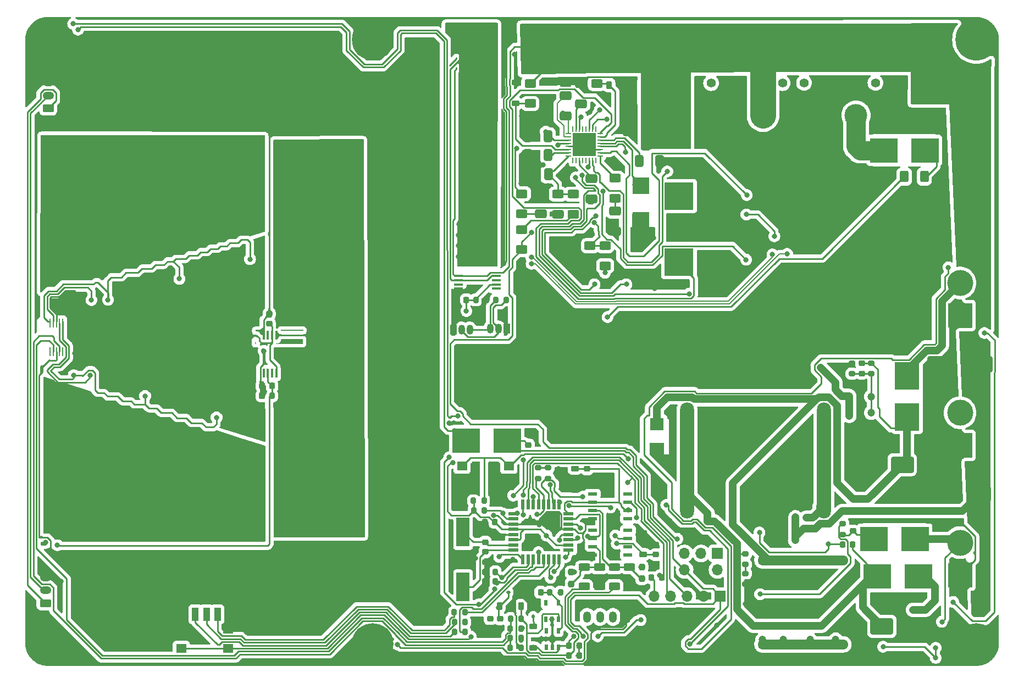
<source format=gtl>
G04 #@! TF.GenerationSoftware,KiCad,Pcbnew,7.0.1*
G04 #@! TF.CreationDate,2023-11-20T20:44:28-08:00*
G04 #@! TF.ProjectId,rps01,72707330-312e-46b6-9963-61645f706362,2*
G04 #@! TF.SameCoordinates,Original*
G04 #@! TF.FileFunction,Copper,L1,Top*
G04 #@! TF.FilePolarity,Positive*
%FSLAX46Y46*%
G04 Gerber Fmt 4.6, Leading zero omitted, Abs format (unit mm)*
G04 Created by KiCad (PCBNEW 7.0.1) date 2023-11-20 20:44:28*
%MOMM*%
%LPD*%
G01*
G04 APERTURE LIST*
G04 Aperture macros list*
%AMRoundRect*
0 Rectangle with rounded corners*
0 $1 Rounding radius*
0 $2 $3 $4 $5 $6 $7 $8 $9 X,Y pos of 4 corners*
0 Add a 4 corners polygon primitive as box body*
4,1,4,$2,$3,$4,$5,$6,$7,$8,$9,$2,$3,0*
0 Add four circle primitives for the rounded corners*
1,1,$1+$1,$2,$3*
1,1,$1+$1,$4,$5*
1,1,$1+$1,$6,$7*
1,1,$1+$1,$8,$9*
0 Add four rect primitives between the rounded corners*
20,1,$1+$1,$2,$3,$4,$5,0*
20,1,$1+$1,$4,$5,$6,$7,0*
20,1,$1+$1,$6,$7,$8,$9,0*
20,1,$1+$1,$8,$9,$2,$3,0*%
G04 Aperture macros list end*
G04 #@! TA.AperFunction,ComponentPad*
%ADD10R,3.800000X3.800000*%
G04 #@! TD*
G04 #@! TA.AperFunction,ComponentPad*
%ADD11C,4.000000*%
G04 #@! TD*
G04 #@! TA.AperFunction,ComponentPad*
%ADD12RoundRect,1.900000X-1.900000X1.900000X-1.900000X-1.900000X1.900000X-1.900000X1.900000X1.900000X0*%
G04 #@! TD*
G04 #@! TA.AperFunction,ComponentPad*
%ADD13C,7.600000*%
G04 #@! TD*
G04 #@! TA.AperFunction,SMDPad,CuDef*
%ADD14RoundRect,0.250000X-0.412500X-0.650000X0.412500X-0.650000X0.412500X0.650000X-0.412500X0.650000X0*%
G04 #@! TD*
G04 #@! TA.AperFunction,ComponentPad*
%ADD15R,1.700000X1.700000*%
G04 #@! TD*
G04 #@! TA.AperFunction,ComponentPad*
%ADD16O,1.700000X1.700000*%
G04 #@! TD*
G04 #@! TA.AperFunction,SMDPad,CuDef*
%ADD17R,1.100000X2.000000*%
G04 #@! TD*
G04 #@! TA.AperFunction,SMDPad,CuDef*
%ADD18RoundRect,0.225000X0.250000X-0.225000X0.250000X0.225000X-0.250000X0.225000X-0.250000X-0.225000X0*%
G04 #@! TD*
G04 #@! TA.AperFunction,SMDPad,CuDef*
%ADD19RoundRect,0.200000X0.200000X0.275000X-0.200000X0.275000X-0.200000X-0.275000X0.200000X-0.275000X0*%
G04 #@! TD*
G04 #@! TA.AperFunction,SMDPad,CuDef*
%ADD20RoundRect,0.250000X0.625000X-0.312500X0.625000X0.312500X-0.625000X0.312500X-0.625000X-0.312500X0*%
G04 #@! TD*
G04 #@! TA.AperFunction,SMDPad,CuDef*
%ADD21RoundRect,0.200000X-0.275000X0.200000X-0.275000X-0.200000X0.275000X-0.200000X0.275000X0.200000X0*%
G04 #@! TD*
G04 #@! TA.AperFunction,SMDPad,CuDef*
%ADD22RoundRect,0.225000X-0.250000X0.225000X-0.250000X-0.225000X0.250000X-0.225000X0.250000X0.225000X0*%
G04 #@! TD*
G04 #@! TA.AperFunction,SMDPad,CuDef*
%ADD23R,4.241800X3.810000*%
G04 #@! TD*
G04 #@! TA.AperFunction,ComponentPad*
%ADD24RoundRect,0.250000X0.625000X-0.350000X0.625000X0.350000X-0.625000X0.350000X-0.625000X-0.350000X0*%
G04 #@! TD*
G04 #@! TA.AperFunction,ComponentPad*
%ADD25O,1.750000X1.200000*%
G04 #@! TD*
G04 #@! TA.AperFunction,SMDPad,CuDef*
%ADD26RoundRect,0.200000X0.275000X-0.200000X0.275000X0.200000X-0.275000X0.200000X-0.275000X-0.200000X0*%
G04 #@! TD*
G04 #@! TA.AperFunction,SMDPad,CuDef*
%ADD27RoundRect,0.225000X-0.225000X-0.250000X0.225000X-0.250000X0.225000X0.250000X-0.225000X0.250000X0*%
G04 #@! TD*
G04 #@! TA.AperFunction,SMDPad,CuDef*
%ADD28RoundRect,0.250000X1.500000X1.000000X-1.500000X1.000000X-1.500000X-1.000000X1.500000X-1.000000X0*%
G04 #@! TD*
G04 #@! TA.AperFunction,SMDPad,CuDef*
%ADD29RoundRect,0.225000X0.225000X0.250000X-0.225000X0.250000X-0.225000X-0.250000X0.225000X-0.250000X0*%
G04 #@! TD*
G04 #@! TA.AperFunction,ComponentPad*
%ADD30R,1.050000X1.500000*%
G04 #@! TD*
G04 #@! TA.AperFunction,ComponentPad*
%ADD31O,1.050000X1.500000*%
G04 #@! TD*
G04 #@! TA.AperFunction,SMDPad,CuDef*
%ADD32RoundRect,0.112500X-0.187500X-0.112500X0.187500X-0.112500X0.187500X0.112500X-0.187500X0.112500X0*%
G04 #@! TD*
G04 #@! TA.AperFunction,SMDPad,CuDef*
%ADD33RoundRect,0.200000X-0.200000X-0.275000X0.200000X-0.275000X0.200000X0.275000X-0.200000X0.275000X0*%
G04 #@! TD*
G04 #@! TA.AperFunction,SMDPad,CuDef*
%ADD34R,4.000000X7.800000*%
G04 #@! TD*
G04 #@! TA.AperFunction,SMDPad,CuDef*
%ADD35R,0.804800X0.249200*%
G04 #@! TD*
G04 #@! TA.AperFunction,SMDPad,CuDef*
%ADD36R,0.249200X0.804800*%
G04 #@! TD*
G04 #@! TA.AperFunction,SMDPad,CuDef*
%ADD37R,3.550000X3.550000*%
G04 #@! TD*
G04 #@! TA.AperFunction,SMDPad,CuDef*
%ADD38R,4.521200X4.241800*%
G04 #@! TD*
G04 #@! TA.AperFunction,SMDPad,CuDef*
%ADD39RoundRect,0.237500X0.237500X-0.250000X0.237500X0.250000X-0.237500X0.250000X-0.237500X-0.250000X0*%
G04 #@! TD*
G04 #@! TA.AperFunction,SMDPad,CuDef*
%ADD40R,2.499995X2.560396*%
G04 #@! TD*
G04 #@! TA.AperFunction,SMDPad,CuDef*
%ADD41R,1.460500X0.558800*%
G04 #@! TD*
G04 #@! TA.AperFunction,SMDPad,CuDef*
%ADD42RoundRect,0.250000X0.400000X0.625000X-0.400000X0.625000X-0.400000X-0.625000X0.400000X-0.625000X0*%
G04 #@! TD*
G04 #@! TA.AperFunction,SMDPad,CuDef*
%ADD43R,3.810000X4.241800*%
G04 #@! TD*
G04 #@! TA.AperFunction,SMDPad,CuDef*
%ADD44RoundRect,0.225000X-0.225000X-0.375000X0.225000X-0.375000X0.225000X0.375000X-0.225000X0.375000X0*%
G04 #@! TD*
G04 #@! TA.AperFunction,SMDPad,CuDef*
%ADD45RoundRect,0.250000X0.625000X-0.400000X0.625000X0.400000X-0.625000X0.400000X-0.625000X-0.400000X0*%
G04 #@! TD*
G04 #@! TA.AperFunction,SMDPad,CuDef*
%ADD46R,0.279400X1.333500*%
G04 #@! TD*
G04 #@! TA.AperFunction,ComponentPad*
%ADD47C,1.400000*%
G04 #@! TD*
G04 #@! TA.AperFunction,ComponentPad*
%ADD48R,3.500000X3.500000*%
G04 #@! TD*
G04 #@! TA.AperFunction,ComponentPad*
%ADD49C,3.500000*%
G04 #@! TD*
G04 #@! TA.AperFunction,ComponentPad*
%ADD50C,0.800000*%
G04 #@! TD*
G04 #@! TA.AperFunction,ComponentPad*
%ADD51C,6.400000*%
G04 #@! TD*
G04 #@! TA.AperFunction,SMDPad,CuDef*
%ADD52RoundRect,0.225000X0.375000X-0.225000X0.375000X0.225000X-0.375000X0.225000X-0.375000X-0.225000X0*%
G04 #@! TD*
G04 #@! TA.AperFunction,ComponentPad*
%ADD53RoundRect,1.900000X1.900000X-1.900000X1.900000X1.900000X-1.900000X1.900000X-1.900000X-1.900000X0*%
G04 #@! TD*
G04 #@! TA.AperFunction,SMDPad,CuDef*
%ADD54RoundRect,0.250000X0.650000X-0.412500X0.650000X0.412500X-0.650000X0.412500X-0.650000X-0.412500X0*%
G04 #@! TD*
G04 #@! TA.AperFunction,SMDPad,CuDef*
%ADD55R,1.600000X0.550000*%
G04 #@! TD*
G04 #@! TA.AperFunction,SMDPad,CuDef*
%ADD56R,0.550000X1.600000*%
G04 #@! TD*
G04 #@! TA.AperFunction,SMDPad,CuDef*
%ADD57R,0.508000X0.952500*%
G04 #@! TD*
G04 #@! TA.AperFunction,SMDPad,CuDef*
%ADD58RoundRect,0.250000X-0.625000X0.400000X-0.625000X-0.400000X0.625000X-0.400000X0.625000X0.400000X0*%
G04 #@! TD*
G04 #@! TA.AperFunction,SMDPad,CuDef*
%ADD59R,0.355600X1.473200*%
G04 #@! TD*
G04 #@! TA.AperFunction,SMDPad,CuDef*
%ADD60RoundRect,0.250000X-0.625000X0.312500X-0.625000X-0.312500X0.625000X-0.312500X0.625000X0.312500X0*%
G04 #@! TD*
G04 #@! TA.AperFunction,SMDPad,CuDef*
%ADD61RoundRect,0.250000X-0.650000X0.412500X-0.650000X-0.412500X0.650000X-0.412500X0.650000X0.412500X0*%
G04 #@! TD*
G04 #@! TA.AperFunction,SMDPad,CuDef*
%ADD62R,2.159000X1.955800*%
G04 #@! TD*
G04 #@! TA.AperFunction,SMDPad,CuDef*
%ADD63O,2.159000X17.907000*%
G04 #@! TD*
G04 #@! TA.AperFunction,SMDPad,CuDef*
%ADD64O,13.970000X1.524000*%
G04 #@! TD*
G04 #@! TA.AperFunction,SMDPad,CuDef*
%ADD65R,1.600000X1.400000*%
G04 #@! TD*
G04 #@! TA.AperFunction,SMDPad,CuDef*
%ADD66RoundRect,0.225000X-0.375000X0.225000X-0.375000X-0.225000X0.375000X-0.225000X0.375000X0.225000X0*%
G04 #@! TD*
G04 #@! TA.AperFunction,ComponentPad*
%ADD67RoundRect,0.250000X0.350000X0.625000X-0.350000X0.625000X-0.350000X-0.625000X0.350000X-0.625000X0*%
G04 #@! TD*
G04 #@! TA.AperFunction,ComponentPad*
%ADD68O,1.200000X1.750000*%
G04 #@! TD*
G04 #@! TA.AperFunction,SMDPad,CuDef*
%ADD69RoundRect,0.250000X-1.500000X-1.000000X1.500000X-1.000000X1.500000X1.000000X-1.500000X1.000000X0*%
G04 #@! TD*
G04 #@! TA.AperFunction,SMDPad,CuDef*
%ADD70R,1.473200X0.355600*%
G04 #@! TD*
G04 #@! TA.AperFunction,SMDPad,CuDef*
%ADD71R,2.000000X4.500000*%
G04 #@! TD*
G04 #@! TA.AperFunction,SMDPad,CuDef*
%ADD72RoundRect,0.112500X0.112500X-0.187500X0.112500X0.187500X-0.112500X0.187500X-0.112500X-0.187500X0*%
G04 #@! TD*
G04 #@! TA.AperFunction,ViaPad*
%ADD73C,0.800000*%
G04 #@! TD*
G04 #@! TA.AperFunction,ViaPad*
%ADD74C,1.200000*%
G04 #@! TD*
G04 #@! TA.AperFunction,ViaPad*
%ADD75C,1.000000*%
G04 #@! TD*
G04 #@! TA.AperFunction,ViaPad*
%ADD76C,2.000000*%
G04 #@! TD*
G04 #@! TA.AperFunction,Conductor*
%ADD77C,0.250000*%
G04 #@! TD*
G04 #@! TA.AperFunction,Conductor*
%ADD78C,1.200000*%
G04 #@! TD*
G04 #@! TA.AperFunction,Conductor*
%ADD79C,3.000000*%
G04 #@! TD*
G04 #@! TA.AperFunction,Conductor*
%ADD80C,0.200000*%
G04 #@! TD*
G04 #@! TA.AperFunction,Conductor*
%ADD81C,4.000000*%
G04 #@! TD*
G04 APERTURE END LIST*
D10*
X177899179Y-80200000D03*
D11*
X177899179Y-75200000D03*
D12*
X46349179Y-46176680D03*
D13*
X46349179Y-57176680D03*
D14*
X111300000Y-52600000D03*
X114425000Y-52600000D03*
X111300000Y-55500000D03*
X114425000Y-55500000D03*
D15*
X140970000Y-123444000D03*
D16*
X138430000Y-123444000D03*
X135890000Y-123444000D03*
X133350000Y-123444000D03*
X130810000Y-123444000D03*
D14*
X126637500Y-51650000D03*
X129762500Y-51650000D03*
D17*
X60113750Y-126243939D03*
X61813750Y-126243939D03*
X63513750Y-126243939D03*
X63513750Y-121443939D03*
X61813750Y-121443939D03*
X60113750Y-121443939D03*
D18*
X131050000Y-117050000D03*
X131050000Y-115500000D03*
D19*
X106325000Y-119700000D03*
X104675000Y-119700000D03*
D20*
X124650000Y-121925000D03*
X124650000Y-119000000D03*
D18*
X105500000Y-128475000D03*
X105500000Y-126925000D03*
X107050000Y-128500000D03*
X107050000Y-126950000D03*
D19*
X110300000Y-126900000D03*
X108650000Y-126900000D03*
D18*
X104750000Y-115125000D03*
X104750000Y-113575000D03*
D21*
X114450000Y-103650000D03*
X114450000Y-105300000D03*
D22*
X120450000Y-103850000D03*
X120450000Y-105400000D03*
D23*
X101800000Y-99500000D03*
X108175400Y-99500000D03*
D24*
X37024179Y-124551680D03*
D25*
X37024179Y-122551680D03*
X37024179Y-120551680D03*
D26*
X164250000Y-89175000D03*
X164250000Y-87525000D03*
D27*
X159775000Y-115500000D03*
X161325000Y-115500000D03*
D28*
X181150000Y-87700000D03*
X174650000Y-87700000D03*
D15*
X140550000Y-116860000D03*
D16*
X140550000Y-119400000D03*
X138010000Y-116860000D03*
X138010000Y-119400000D03*
X135470000Y-116860000D03*
X135470000Y-119400000D03*
D29*
X113300000Y-122850000D03*
X111750000Y-122850000D03*
D30*
X99850000Y-82400000D03*
D31*
X101120000Y-82400000D03*
X102390000Y-82400000D03*
D14*
X126662500Y-49350000D03*
X129787500Y-49350000D03*
D32*
X108300000Y-122850000D03*
X110400000Y-122850000D03*
D33*
X108600000Y-129925000D03*
X110250000Y-129925000D03*
D27*
X117675000Y-131050000D03*
X119225000Y-131050000D03*
D10*
X177899179Y-120200000D03*
D11*
X177899179Y-115200000D03*
D34*
X102650000Y-39150000D03*
X113650000Y-39150000D03*
D35*
X117558700Y-52150001D03*
X117558700Y-52650000D03*
X117558700Y-53149999D03*
X117558700Y-53650000D03*
X117558700Y-54150000D03*
X117558700Y-54650001D03*
X117558700Y-55150000D03*
X117558700Y-55649999D03*
D36*
X118261101Y-56352400D03*
X118761100Y-56352400D03*
X119261099Y-56352400D03*
X119761100Y-56352400D03*
X120261100Y-56352400D03*
X120761101Y-56352400D03*
X121261100Y-56352400D03*
X121761099Y-56352400D03*
D35*
X122463500Y-55649999D03*
X122463500Y-55150000D03*
X122463500Y-54650001D03*
X122463500Y-54150000D03*
X122463500Y-53650000D03*
X122463500Y-53149999D03*
X122463500Y-52650000D03*
X122463500Y-52150001D03*
D36*
X121761099Y-51447600D03*
X121261100Y-51447600D03*
X120761101Y-51447600D03*
X120261100Y-51447600D03*
X119761100Y-51447600D03*
X119261099Y-51447600D03*
X118761100Y-51447600D03*
X118261101Y-51447600D03*
D37*
X120011100Y-53900000D03*
D10*
X177899179Y-100200000D03*
D11*
X177899179Y-95200000D03*
D19*
X110275000Y-128425000D03*
X108625000Y-128425000D03*
D38*
X134600000Y-61800002D03*
X134600000Y-71950000D03*
D28*
X169000000Y-103200000D03*
X162500000Y-103200000D03*
D39*
X118000000Y-121575000D03*
X118000000Y-119750000D03*
D40*
X128700000Y-60177806D03*
X128700000Y-65522194D03*
D41*
X121301700Y-107690000D03*
X121301700Y-108960000D03*
X121301700Y-110230000D03*
X121301700Y-111500000D03*
X126750000Y-111500000D03*
X126750000Y-110230000D03*
X126750000Y-108960000D03*
X126750000Y-107690000D03*
D42*
X172400000Y-58800000D03*
X169300000Y-58800000D03*
D23*
X172508150Y-54750000D03*
X166132750Y-54750000D03*
D33*
X99975000Y-125950000D03*
X101625000Y-125950000D03*
D43*
X169750000Y-95837700D03*
X169750000Y-89462300D03*
D21*
X112900000Y-103650000D03*
X112900000Y-105300000D03*
D44*
X123850000Y-44700000D03*
X127150000Y-44700000D03*
D19*
X104625000Y-110250000D03*
X102975000Y-110250000D03*
D45*
X124800000Y-62150000D03*
X124800000Y-59050000D03*
X118300000Y-64600000D03*
X118300000Y-61500000D03*
D46*
X37698419Y-85806730D03*
X38198799Y-85806730D03*
X38699179Y-85806730D03*
X39199559Y-85806730D03*
X39699939Y-85806730D03*
X39699939Y-81374430D03*
X39199559Y-81374430D03*
X38699179Y-81374430D03*
X38198799Y-81374430D03*
X37698419Y-81374430D03*
D47*
X139549179Y-44400000D03*
X150549179Y-44400000D03*
D48*
X142549179Y-49400000D03*
D49*
X147549179Y-49400000D03*
D50*
X85000000Y-37700000D03*
X85702944Y-36002944D03*
X85702944Y-39397056D03*
X87400000Y-35300000D03*
D51*
X87400000Y-37700000D03*
D50*
X87400000Y-40100000D03*
X89097056Y-36002944D03*
X89097056Y-39397056D03*
X89800000Y-37700000D03*
D33*
X100000000Y-128998000D03*
X101650000Y-128998000D03*
D47*
X153874179Y-44350000D03*
X164874179Y-44350000D03*
D48*
X156874179Y-49350000D03*
D49*
X161874179Y-49350000D03*
D52*
X129100000Y-117000000D03*
X129100000Y-113700000D03*
D53*
X45874179Y-121701680D03*
D13*
X45874179Y-110701680D03*
D54*
X121150000Y-62262500D03*
X121150000Y-59137500D03*
D55*
X109100000Y-110750000D03*
X109100000Y-111550000D03*
X109100000Y-112350000D03*
X109100000Y-113150000D03*
X109100000Y-113950000D03*
X109100000Y-114750000D03*
X109100000Y-115550000D03*
X109100000Y-116350000D03*
D56*
X110550000Y-117800000D03*
X111350000Y-117800000D03*
X112150000Y-117800000D03*
X112950000Y-117800000D03*
X113750000Y-117800000D03*
X114550000Y-117800000D03*
X115350000Y-117800000D03*
X116150000Y-117800000D03*
D55*
X117600000Y-116350000D03*
X117600000Y-115550000D03*
X117600000Y-114750000D03*
X117600000Y-113950000D03*
X117600000Y-113150000D03*
X117600000Y-112350000D03*
X117600000Y-111550000D03*
X117600000Y-110750000D03*
D56*
X116150000Y-109300000D03*
X115350000Y-109300000D03*
X114550000Y-109300000D03*
X113750000Y-109300000D03*
X112950000Y-109300000D03*
X112150000Y-109300000D03*
X111350000Y-109300000D03*
X110550000Y-109300000D03*
D39*
X128900000Y-120775000D03*
X128900000Y-118950000D03*
D57*
X114150000Y-131302700D03*
X115100001Y-131302700D03*
X116050002Y-131302700D03*
X116050002Y-128750000D03*
X114150000Y-128750000D03*
D29*
X131925000Y-120600000D03*
X130375000Y-120600000D03*
D57*
X114099998Y-127000000D03*
X115049999Y-127000000D03*
X116000000Y-127000000D03*
X116000000Y-124447300D03*
X114099998Y-124447300D03*
D22*
X104750000Y-116625000D03*
X104750000Y-118175000D03*
D27*
X104700000Y-112050000D03*
X106250000Y-112050000D03*
D50*
X85000000Y-130797056D03*
X85702944Y-129100000D03*
X85702944Y-132494112D03*
X87400000Y-128397056D03*
D51*
X87400000Y-130797056D03*
D50*
X87400000Y-133197056D03*
X89097056Y-129100000D03*
X89097056Y-132494112D03*
X89800000Y-130797056D03*
D58*
X120900000Y-69450000D03*
X120900000Y-72550000D03*
X115950000Y-61500000D03*
X115950000Y-64600000D03*
D18*
X71500000Y-81500000D03*
X71500000Y-79950000D03*
D59*
X72574178Y-83230680D03*
X71924180Y-83230680D03*
X71274178Y-83230680D03*
X70624180Y-83230680D03*
X70624180Y-89072680D03*
X71274178Y-89072680D03*
X71924180Y-89072680D03*
X72574178Y-89072680D03*
D58*
X111700000Y-44450000D03*
X111700000Y-47550000D03*
X110400000Y-61450000D03*
X110400000Y-64550000D03*
D52*
X109400000Y-47550000D03*
X109400000Y-44250000D03*
D18*
X162750000Y-89125000D03*
X162750000Y-87575000D03*
D60*
X126950000Y-119000000D03*
X126950000Y-121925000D03*
D54*
X124800000Y-67250000D03*
X124800000Y-64125000D03*
D50*
X35002944Y-130797056D03*
X35705888Y-129100000D03*
X35705888Y-132494112D03*
X37402944Y-128397056D03*
D51*
X37402944Y-130797056D03*
D50*
X37402944Y-133197056D03*
X39100000Y-129100000D03*
X39100000Y-132494112D03*
X39802944Y-130797056D03*
D33*
X106375000Y-77800000D03*
X108025000Y-77800000D03*
D61*
X113300000Y-61437500D03*
X113300000Y-64562500D03*
D23*
X171008150Y-114650000D03*
X164632750Y-114650000D03*
D21*
X159850000Y-112300000D03*
X159850000Y-113950000D03*
D60*
X122350000Y-119000000D03*
X122350000Y-121925000D03*
D24*
X37449179Y-48301680D03*
D25*
X37449179Y-46301680D03*
X37449179Y-44301680D03*
D18*
X161400000Y-113400000D03*
X161400000Y-111850000D03*
D33*
X100000000Y-127474000D03*
X101650000Y-127474000D03*
D21*
X161250000Y-87525000D03*
X161250000Y-89175000D03*
D26*
X144850000Y-121600000D03*
X144850000Y-119950000D03*
D28*
X180900000Y-107700000D03*
X174400000Y-107700000D03*
D58*
X121950000Y-41350000D03*
X121950000Y-44450000D03*
D33*
X108600000Y-131400000D03*
X110250000Y-131400000D03*
X114700000Y-122850000D03*
X116350000Y-122850000D03*
D53*
X78124179Y-121301680D03*
D13*
X78124179Y-110301680D03*
D58*
X110400000Y-66950000D03*
X110400000Y-70050000D03*
D50*
X35000000Y-37700000D03*
X35702944Y-36002944D03*
X35702944Y-39397056D03*
X37400000Y-35300000D03*
D51*
X37400000Y-37700000D03*
D50*
X37400000Y-40100000D03*
X39097056Y-36002944D03*
X39097056Y-39397056D03*
X39800000Y-37700000D03*
D41*
X121300000Y-113290000D03*
X121300000Y-114560000D03*
X121300000Y-115830000D03*
X121300000Y-117100000D03*
X126748300Y-117100000D03*
X126748300Y-115830000D03*
X126748300Y-114560000D03*
X126748300Y-113290000D03*
D14*
X128487500Y-56400000D03*
X131612500Y-56400000D03*
D12*
X78399179Y-46276680D03*
D13*
X78399179Y-57276680D03*
D61*
X119550000Y-44487500D03*
X119550000Y-47612500D03*
D62*
X131200000Y-96931500D03*
X131200000Y-100868500D03*
D14*
X126662500Y-47050000D03*
X129787500Y-47050000D03*
X111350000Y-58450000D03*
X114475000Y-58450000D03*
D29*
X101850000Y-77800000D03*
X100300000Y-77800000D03*
D45*
X123240000Y-72550000D03*
X123240000Y-69450000D03*
D63*
X156936100Y-102550000D03*
X135854100Y-102550000D03*
D64*
X153700000Y-130874998D03*
X153700000Y-117925002D03*
D65*
X108400000Y-106400000D03*
X101200000Y-106400000D03*
X108400000Y-103400000D03*
X101200000Y-103400000D03*
D50*
X178000000Y-130802944D03*
X178702944Y-129105888D03*
X178702944Y-132500000D03*
X180400000Y-128402944D03*
D51*
X180400000Y-130802944D03*
D50*
X180400000Y-133202944D03*
X182097056Y-129105888D03*
X182097056Y-132500000D03*
X182800000Y-130802944D03*
D66*
X118550000Y-103800000D03*
X118550000Y-107100000D03*
D61*
X117150000Y-41187500D03*
X117150000Y-44312500D03*
D50*
X178000000Y-37700000D03*
X178702944Y-36002944D03*
X178702944Y-39397056D03*
X180400000Y-35300000D03*
D51*
X180400000Y-37700000D03*
D50*
X180400000Y-40100000D03*
X182097056Y-36002944D03*
X182097056Y-39397056D03*
X182800000Y-37700000D03*
D23*
X165162300Y-120400000D03*
X171537700Y-120400000D03*
D20*
X120000000Y-121925000D03*
X120000000Y-119000000D03*
D67*
X126449179Y-126651680D03*
D68*
X124449179Y-126651680D03*
X122449179Y-126651680D03*
X120449179Y-126651680D03*
D33*
X70299179Y-92576680D03*
X71949179Y-92576680D03*
D66*
X112150000Y-128100000D03*
X112150000Y-131400000D03*
D26*
X144850000Y-118575000D03*
X144850000Y-116925000D03*
D69*
X165850000Y-128100000D03*
X172350000Y-128100000D03*
D19*
X106325000Y-121200000D03*
X104675000Y-121200000D03*
X104575000Y-108750000D03*
X102925000Y-108750000D03*
D70*
X100629000Y-74125001D03*
X100629000Y-74774999D03*
X100629000Y-75425001D03*
X100629000Y-76074999D03*
X106471000Y-76074999D03*
X106471000Y-75425001D03*
X106471000Y-74774999D03*
X106471000Y-74125001D03*
D22*
X111400000Y-98600000D03*
X111400000Y-100150000D03*
D44*
X106950000Y-125000000D03*
X110250000Y-125000000D03*
D61*
X117100000Y-46325000D03*
X117100000Y-49450000D03*
D27*
X117675000Y-132600000D03*
X119225000Y-132600000D03*
D19*
X104950000Y-77800000D03*
X103300000Y-77800000D03*
D71*
X101350000Y-113550000D03*
X101350000Y-122050000D03*
D65*
X57952000Y-128512000D03*
X65152000Y-128512000D03*
X57952000Y-131512000D03*
X65152000Y-131512000D03*
D72*
X112150000Y-126550000D03*
X112150000Y-124450000D03*
D29*
X71924179Y-91051680D03*
X70374179Y-91051680D03*
D30*
X108074179Y-82251680D03*
D31*
X106804179Y-82251680D03*
X105534179Y-82251680D03*
D73*
X131200000Y-101000000D03*
X113150000Y-61950000D03*
X99150000Y-96750000D03*
X73000000Y-119000000D03*
X73500000Y-46000000D03*
X109050000Y-117775999D03*
X88500000Y-113000000D03*
X120900000Y-48900000D03*
X88000000Y-55500000D03*
X140450000Y-127900000D03*
X94500000Y-83500000D03*
X104875049Y-112149549D03*
X114300000Y-44350000D03*
X91100000Y-122850000D03*
D74*
X133100000Y-111975500D03*
D73*
X115050000Y-127050000D03*
X71000000Y-121000000D03*
X71000000Y-123000000D03*
X92500000Y-81500000D03*
X71500000Y-44000000D03*
X140900000Y-98550000D03*
X104900000Y-77800000D03*
X130650000Y-68250000D03*
X124150000Y-56850000D03*
X117050000Y-59600000D03*
X71850000Y-51400000D03*
X144850000Y-124600000D03*
X114100000Y-130050000D03*
X124200000Y-116750000D03*
X103750000Y-127600000D03*
X101200000Y-109250000D03*
X119200000Y-131100000D03*
X88500000Y-115000000D03*
X115900000Y-64600000D03*
X51000000Y-44000000D03*
X52500000Y-124000000D03*
X101800000Y-133750000D03*
X90000000Y-53500000D03*
X109624802Y-122678824D03*
X111800000Y-114750000D03*
X110350000Y-49450000D03*
X110250000Y-59850000D03*
X122350000Y-121800000D03*
X117000000Y-58050000D03*
X73000000Y-123000000D03*
X92000000Y-57500000D03*
X108250000Y-36600000D03*
X53000000Y-46000000D03*
X71500000Y-46000000D03*
X107600000Y-72200000D03*
X53000000Y-44000000D03*
X94500000Y-85500000D03*
X92500000Y-85500000D03*
X92500000Y-115000000D03*
X88500000Y-111000000D03*
X113650000Y-56950000D03*
X121150000Y-117050000D03*
X70624179Y-85651680D03*
X130850000Y-76000000D03*
X70424179Y-82776680D03*
X114000000Y-49800000D03*
X121600000Y-62300000D03*
X140950000Y-130700000D03*
X92500000Y-113000000D03*
X90500000Y-113000000D03*
X50500000Y-122000000D03*
X151600000Y-67950000D03*
X96500000Y-85500000D03*
X96500000Y-83500000D03*
X130000000Y-115500000D03*
X88000000Y-53500000D03*
X130850000Y-118900000D03*
X90500000Y-115000000D03*
X116000000Y-103850000D03*
X71000000Y-119000000D03*
X73500000Y-44000000D03*
X104750000Y-118200000D03*
X106900000Y-108400000D03*
X147550000Y-107700000D03*
X50500000Y-124000000D03*
X92000000Y-53500000D03*
X162600000Y-103700000D03*
X90500000Y-111000000D03*
X50500000Y-120000000D03*
X92500000Y-83500000D03*
X125281510Y-67250000D03*
X94500000Y-81500000D03*
X118650000Y-54050000D03*
X159300000Y-108700000D03*
X88000000Y-57500000D03*
X92500000Y-111000000D03*
X114400000Y-60200000D03*
X52500000Y-122000000D03*
X106055750Y-110974500D03*
X39450000Y-121150000D03*
X92000000Y-55500000D03*
X90000000Y-57500000D03*
X51000000Y-46000000D03*
X73000000Y-121000000D03*
X138500000Y-114600000D03*
X73500000Y-48000000D03*
X52500000Y-120000000D03*
X103224001Y-117650000D03*
X53000000Y-48000000D03*
X51000000Y-48000000D03*
X71500000Y-48000000D03*
X113048384Y-112425500D03*
X109274500Y-39950000D03*
X96500000Y-81500000D03*
X111400000Y-98650000D03*
X144800000Y-129550000D03*
X90000000Y-55500000D03*
X85050000Y-122900000D03*
X63375098Y-95901600D03*
X41375098Y-89401600D03*
X52375098Y-92601600D03*
X46650098Y-77776600D03*
X68525098Y-71526600D03*
X57650098Y-74551600D03*
X116224707Y-108975500D03*
X38850000Y-115600000D03*
X106660334Y-99400993D03*
X91250000Y-130900000D03*
X114200000Y-114100000D03*
X176100000Y-72800000D03*
X176850000Y-124350000D03*
X181650000Y-82900000D03*
X114500000Y-103650000D03*
X99784242Y-102882111D03*
X116287299Y-122912701D03*
X116189083Y-114835516D03*
D74*
X170650000Y-125550000D03*
X165600000Y-114900000D03*
D73*
X99219633Y-102057355D03*
X106217443Y-122342845D03*
X103750000Y-124706940D03*
X41300000Y-35250000D03*
X100550000Y-95650000D03*
X105500000Y-126900000D03*
X112200000Y-128100000D03*
X114813749Y-120600000D03*
X117126997Y-117447419D03*
X115349999Y-119623501D03*
X110650000Y-107900000D03*
X112114450Y-108089049D03*
X126700000Y-105900000D03*
X131600000Y-120250000D03*
X126800000Y-102300000D03*
X78000000Y-100000000D03*
X79000000Y-70500000D03*
X102550000Y-71100000D03*
X100700000Y-66150000D03*
X79000000Y-68500000D03*
X84750000Y-70650000D03*
X82500000Y-61500000D03*
X81000000Y-68500000D03*
X83050000Y-66750000D03*
X78000000Y-81500000D03*
X104550000Y-67850000D03*
X78000000Y-85500000D03*
X100650000Y-67850000D03*
X78000000Y-83500000D03*
X100650000Y-69400000D03*
X77000000Y-66500000D03*
X82000000Y-81500000D03*
X83050000Y-68650000D03*
X82500000Y-54000000D03*
X84750000Y-66750000D03*
X102600000Y-67850000D03*
X80000000Y-102000000D03*
X82000000Y-85500000D03*
X78000000Y-98000000D03*
X80000000Y-100000000D03*
X83050000Y-70600000D03*
X74000000Y-106500000D03*
X79000000Y-66500000D03*
X80000000Y-98000000D03*
X77000000Y-68500000D03*
X74000000Y-54000000D03*
X104550000Y-66150000D03*
X100600000Y-71100000D03*
X81000000Y-70500000D03*
X82500000Y-113500000D03*
X104500000Y-69400000D03*
X73500000Y-57500000D03*
X73500000Y-113500000D03*
X76000000Y-100000000D03*
X83500000Y-57500000D03*
X78000000Y-105000000D03*
X82000000Y-83500000D03*
X104500000Y-71100000D03*
X84750000Y-68700000D03*
X78000000Y-102000000D03*
X83500000Y-110000000D03*
X76000000Y-102000000D03*
X76000000Y-98000000D03*
X102650000Y-66150000D03*
X77000000Y-70500000D03*
X78500000Y-62500000D03*
X80000000Y-81500000D03*
X82500000Y-106500000D03*
X102600000Y-69400000D03*
X81000000Y-66500000D03*
X80000000Y-85500000D03*
X80000000Y-83500000D03*
X74500000Y-61500000D03*
X73000000Y-110000000D03*
X125025500Y-115350000D03*
X118525500Y-119750000D03*
X120490854Y-114184548D03*
X126791219Y-110189268D03*
X128750000Y-118950000D03*
X101850000Y-79500000D03*
X114763900Y-106303611D03*
X175100000Y-127400000D03*
X136300000Y-130800000D03*
X132650000Y-109400000D03*
X112950000Y-116700000D03*
X119500000Y-49600000D03*
X111876997Y-67388207D03*
X119041854Y-114440526D03*
X134350918Y-114613320D03*
X174150000Y-132950000D03*
X119450000Y-112950000D03*
X166050000Y-131250000D03*
X174150000Y-131400000D03*
X52000000Y-98500000D03*
X43500000Y-99000000D03*
X52000000Y-102500000D03*
X119823500Y-129625500D03*
X65500000Y-104000000D03*
X43500000Y-101000000D03*
X68500000Y-102000000D03*
X37084000Y-115174500D03*
X54500000Y-102500000D03*
X125100000Y-121800000D03*
X54500000Y-98500000D03*
X128090555Y-111363742D03*
X41000000Y-95000000D03*
X46500000Y-101000000D03*
X65500000Y-102000000D03*
X46500000Y-97000000D03*
X51000000Y-111000000D03*
X46000000Y-105500000D03*
X41000000Y-110500000D03*
X42000000Y-107000000D03*
X57500000Y-104500000D03*
X63000000Y-106000000D03*
X43500000Y-95000000D03*
X41000000Y-97000000D03*
X118374500Y-129618455D03*
X57500000Y-100500000D03*
X63000000Y-104000000D03*
X54500000Y-104500000D03*
X63000000Y-108000000D03*
X65500000Y-108000000D03*
X41000000Y-101000000D03*
X68500000Y-106000000D03*
X52000000Y-100500000D03*
X46500000Y-99000000D03*
X54500000Y-100500000D03*
X57500000Y-98500000D03*
X52000000Y-104500000D03*
X41000000Y-99000000D03*
X68500000Y-104000000D03*
X112182525Y-131307872D03*
X57500000Y-102500000D03*
X43925098Y-89376600D03*
X42000000Y-114000000D03*
X49500000Y-107000000D03*
X65500000Y-106000000D03*
X43500000Y-97000000D03*
X63000000Y-102000000D03*
X49500000Y-114000000D03*
X46500000Y-95000000D03*
X68500000Y-108000000D03*
X147100000Y-123150000D03*
X110642770Y-110923408D03*
X68500000Y-64000000D03*
X46500000Y-62000000D03*
X63000000Y-60000000D03*
X55000000Y-62500000D03*
X52500000Y-68500000D03*
X41500000Y-70000000D03*
X47000000Y-70000000D03*
X41500000Y-57500000D03*
X117650000Y-132700000D03*
X63000000Y-64000000D03*
X55000000Y-68500000D03*
X68500000Y-60000000D03*
X63000000Y-66000000D03*
X52500000Y-64500000D03*
X44000000Y-70000000D03*
X55000000Y-64500000D03*
X65500000Y-64000000D03*
X41500000Y-72000000D03*
X44000000Y-68000000D03*
X65500000Y-60000000D03*
X58000000Y-66500000D03*
X58000000Y-62500000D03*
X42000000Y-53500000D03*
X47000000Y-66000000D03*
X58000000Y-64500000D03*
X52500000Y-62500000D03*
X51500000Y-57500000D03*
X42000000Y-61000000D03*
X68500000Y-62000000D03*
X55000000Y-66500000D03*
X120050000Y-121950000D03*
X65500000Y-62000000D03*
X41500000Y-68000000D03*
X36830000Y-52832000D03*
X41500000Y-66000000D03*
X44100098Y-77826600D03*
X50500000Y-61000000D03*
X124800000Y-114100000D03*
X47000000Y-72000000D03*
X52500000Y-66500000D03*
X63000000Y-62000000D03*
X47000000Y-68000000D03*
X44000000Y-72000000D03*
X44000000Y-66000000D03*
X65500000Y-66000000D03*
X68500000Y-66000000D03*
X51000000Y-53500000D03*
X58000000Y-68500000D03*
X106925500Y-117400000D03*
X110600714Y-102454500D03*
X109079522Y-107945076D03*
X119783430Y-108125500D03*
X124050000Y-109800000D03*
X117664379Y-109525999D03*
X112700000Y-110877346D03*
X107328461Y-120596137D03*
X110424500Y-128337701D03*
X110324500Y-130237300D03*
X106537299Y-121387299D03*
X68000000Y-86500000D03*
X65000000Y-80500000D03*
X65000000Y-84500000D03*
X52500000Y-80500000D03*
X48500000Y-82000000D03*
X62500000Y-84500000D03*
X62500000Y-86500000D03*
X41500000Y-81500000D03*
X66500000Y-77000000D03*
X55000000Y-84500000D03*
X68500000Y-75500000D03*
X45500000Y-83000000D03*
X68500000Y-90000000D03*
X68500000Y-88500000D03*
X68000000Y-84500000D03*
X55000000Y-82500000D03*
X52500000Y-86500000D03*
X66500000Y-89500000D03*
X66500000Y-91000000D03*
X65000000Y-86500000D03*
X48500000Y-88500000D03*
X58000000Y-80500000D03*
X45500000Y-84500000D03*
X68500000Y-77000000D03*
X48500000Y-90500000D03*
X41500000Y-84500000D03*
X48500000Y-79500000D03*
X52500000Y-82500000D03*
X68000000Y-82500000D03*
X48500000Y-86500000D03*
X48500000Y-84500000D03*
X66500000Y-75500000D03*
X68500000Y-78500000D03*
X45500000Y-81500000D03*
X48500000Y-77000000D03*
X45500000Y-86000000D03*
X62500000Y-80500000D03*
X62500000Y-82500000D03*
X41500000Y-86000000D03*
X55000000Y-80500000D03*
X55000000Y-86500000D03*
X58000000Y-84500000D03*
X65000000Y-82500000D03*
X58000000Y-86500000D03*
X58000000Y-82500000D03*
X68500000Y-91500000D03*
X52500000Y-84500000D03*
X68000000Y-80500000D03*
X41550098Y-77751600D03*
X41500000Y-83000000D03*
X109674500Y-110675498D03*
X101650000Y-127500000D03*
X107500000Y-110700000D03*
X102537701Y-129687701D03*
X157600000Y-115400000D03*
X144850000Y-118575000D03*
X147000000Y-113650000D03*
D74*
X164200000Y-92700000D03*
X164200000Y-95200000D03*
D75*
X154250000Y-111350000D03*
D74*
X160800000Y-92600000D03*
X150700000Y-130176997D03*
X147450000Y-130176997D03*
X158750000Y-130150000D03*
X156420455Y-88220455D03*
X160850000Y-95650000D03*
X154800000Y-130176997D03*
D73*
X128700000Y-127127180D03*
X122103122Y-129626000D03*
X100000000Y-97950000D03*
X42050000Y-36150000D03*
X106787701Y-125212299D03*
X151262701Y-70712701D03*
X116600000Y-46100000D03*
X111896306Y-72248429D03*
X111850000Y-71250000D03*
X149005210Y-70805210D03*
X116700000Y-49050000D03*
X114087701Y-51887701D03*
X109624001Y-54450000D03*
X134600000Y-71900000D03*
X134600000Y-73450000D03*
X133750000Y-71900000D03*
X132900000Y-73450000D03*
X135400000Y-70400000D03*
X135450000Y-73450000D03*
X134550000Y-70400000D03*
X133750000Y-73450000D03*
X132900000Y-71900000D03*
X136250000Y-70400000D03*
X136300000Y-71900000D03*
X133700000Y-70400000D03*
X132850000Y-70400000D03*
X135450000Y-71900000D03*
X136300000Y-73450000D03*
X136400000Y-63300000D03*
X133000000Y-60350000D03*
X136400000Y-60350000D03*
X135550000Y-60350000D03*
X136400000Y-61750000D03*
X133000000Y-61750000D03*
X134700000Y-63300000D03*
X134700000Y-60350000D03*
X134700000Y-61750000D03*
X135550000Y-61750000D03*
X133000000Y-63300000D03*
X124862299Y-59112299D03*
X135550000Y-63300000D03*
X133850000Y-61750000D03*
X133850000Y-63300000D03*
X133850000Y-60350000D03*
X110569622Y-66730378D03*
X127850000Y-60050000D03*
X145000000Y-64650000D03*
X149300000Y-68000000D03*
X132800000Y-58000000D03*
X123475500Y-49974500D03*
X118700000Y-58950000D03*
X136150000Y-76850000D03*
X122856542Y-61031141D03*
X126346313Y-55076464D03*
X144950000Y-71600000D03*
X145050000Y-61650000D03*
X121571711Y-65840004D03*
X115950000Y-53925501D03*
X123600000Y-80449500D03*
X123202751Y-73611641D03*
X120578687Y-57322389D03*
X121600000Y-75400000D03*
X121780550Y-64862563D03*
X119650000Y-58600000D03*
X126500000Y-75400000D03*
X122400000Y-48550000D03*
X133300000Y-46750000D03*
X129700000Y-48400000D03*
X133300000Y-45050000D03*
X131500000Y-46750000D03*
X131500000Y-45050000D03*
X131500000Y-48400000D03*
X135000000Y-48400000D03*
X135000000Y-46750000D03*
D74*
X180800000Y-92250000D03*
D73*
X129700000Y-45050000D03*
D75*
X152500000Y-114850000D03*
X152550000Y-111300000D03*
D73*
X135000000Y-45050000D03*
X129700000Y-46750000D03*
X133300000Y-48400000D03*
D74*
X181550000Y-87800000D03*
X166400000Y-120450000D03*
X164150000Y-120450000D03*
D76*
X172508150Y-54750000D03*
D77*
X108100000Y-44964213D02*
X108025000Y-44889213D01*
X119966354Y-113684450D02*
X119966354Y-113508244D01*
X116639737Y-133453950D02*
X113011812Y-133453950D01*
X125950000Y-128550000D02*
X121600000Y-128550000D01*
X119757129Y-113717469D02*
X119092469Y-113717469D01*
X109561798Y-126462602D02*
X109386189Y-126286993D01*
X38851680Y-120551680D02*
X39300000Y-121000000D01*
X109100000Y-112350000D02*
X108050000Y-112350000D01*
X119092469Y-113717469D02*
X118525000Y-113150000D01*
X126662500Y-49350000D02*
X126662500Y-47050000D01*
X113011812Y-133453950D02*
X112632862Y-133075000D01*
X119966354Y-116217204D02*
X119966354Y-114684646D01*
X37592000Y-87122000D02*
X36576000Y-88138000D01*
X37024179Y-120551680D02*
X38851680Y-120551680D01*
X119766354Y-113884450D02*
X119966354Y-113684450D01*
X110250000Y-131400000D02*
X109511798Y-130661798D01*
X119550000Y-44487500D02*
X120562500Y-43475000D01*
X70624180Y-82976681D02*
X70424179Y-82776680D01*
X121600000Y-128550000D02*
X121011201Y-129138799D01*
X37809000Y-116609000D02*
X42901680Y-121701680D01*
X110969974Y-111600000D02*
X112222884Y-111600000D01*
X119966354Y-113508244D02*
X119987299Y-113487299D01*
X70121380Y-88179479D02*
X70599179Y-87701680D01*
X180250000Y-117849179D02*
X177899179Y-120200000D01*
X120450000Y-130660701D02*
X120450000Y-133263506D01*
X110219974Y-112350000D02*
X110969974Y-111600000D01*
X126637500Y-51650000D02*
X126637500Y-49375000D01*
X109511798Y-130661798D02*
X109511798Y-127112798D01*
X109386189Y-123863811D02*
X110400000Y-122850000D01*
X71500000Y-51750000D02*
X71850000Y-51400000D01*
X114225000Y-110425000D02*
X113050000Y-111600000D01*
X119766354Y-114484646D02*
X119766354Y-113884450D01*
X38699179Y-87030821D02*
X38608000Y-87122000D01*
X119966354Y-114684646D02*
X119766354Y-114484646D01*
X39300000Y-121000000D02*
X39450000Y-121150000D01*
X109561798Y-127062798D02*
X109561798Y-126462602D01*
X36050000Y-89426000D02*
X36050000Y-114400000D01*
X122463500Y-54650001D02*
X120761101Y-54650001D01*
X70374179Y-91051680D02*
X70374179Y-92501680D01*
X120562500Y-43475000D02*
X125925000Y-43475000D01*
X119838508Y-133875000D02*
X117060787Y-133875000D01*
X112222884Y-111600000D02*
X113048384Y-112425500D01*
X108025000Y-44889213D02*
X108025000Y-36825000D01*
X113050000Y-111600000D02*
X113050000Y-112423884D01*
X162538800Y-112061200D02*
X178048426Y-112061200D01*
X178048426Y-112061200D02*
X180250000Y-114262774D01*
X110400000Y-123500000D02*
X110400000Y-122850000D01*
X116475000Y-112950000D02*
X116475000Y-110875000D01*
X106674500Y-110974500D02*
X106055750Y-110974500D01*
X161500000Y-111850000D02*
X162327600Y-111850000D01*
X111174391Y-133075000D02*
X110749391Y-132650000D01*
X116675000Y-113150000D02*
X116475000Y-112950000D01*
X108000000Y-48799903D02*
X107575499Y-48375402D01*
X112632862Y-133075000D02*
X111174391Y-133075000D01*
X37809000Y-114874195D02*
X37809000Y-116609000D01*
X36050000Y-114400000D02*
X37334805Y-114400000D01*
X70624180Y-80825820D02*
X71500000Y-79950000D01*
X162327600Y-111850000D02*
X162538800Y-112061200D01*
X108100000Y-46200097D02*
X108100000Y-44964213D01*
X38699179Y-85806730D02*
X38699179Y-87030821D01*
X107575499Y-48375402D02*
X107575499Y-46724598D01*
X120450000Y-133263506D02*
X119838508Y-133875000D01*
X116475000Y-110875000D02*
X116025000Y-110425000D01*
X117558700Y-54150000D02*
X118550000Y-54150000D01*
X108050000Y-112350000D02*
X106674500Y-110974500D01*
X117060787Y-133875000D02*
X116639737Y-133453950D01*
X118525000Y-113150000D02*
X117600000Y-113150000D01*
X71500000Y-79950000D02*
X71500000Y-51750000D01*
X120174500Y-113300098D02*
X119987299Y-113487299D01*
X105125000Y-113950000D02*
X104750000Y-113575000D01*
X120998500Y-129138799D02*
X120998500Y-130112201D01*
X120450000Y-111500000D02*
X120174500Y-111775500D01*
X125925000Y-43475000D02*
X127150000Y-44700000D01*
X112150000Y-124450000D02*
X111350000Y-124450000D01*
X107575499Y-46724598D02*
X108100000Y-46200097D01*
X108025000Y-36825000D02*
X108250000Y-36600000D01*
X120174500Y-111775500D02*
X120174500Y-113300098D01*
X109100000Y-112350000D02*
X110219974Y-112350000D01*
X107600000Y-72200000D02*
X108000000Y-71800000D01*
X108000000Y-71800000D02*
X108000000Y-48799903D01*
X70599179Y-87701680D02*
X70624179Y-85651680D01*
X36576000Y-88138000D02*
X36576000Y-88900000D01*
X38608000Y-87122000D02*
X37592000Y-87122000D01*
X121301700Y-111500000D02*
X120450000Y-111500000D01*
X117600000Y-113150000D02*
X116675000Y-113150000D01*
X109386189Y-126286993D02*
X109386189Y-123863811D01*
X120849150Y-117100000D02*
X119966354Y-116217204D01*
X110749391Y-132650000D02*
X89252944Y-132650000D01*
X121011201Y-129138799D02*
X120998500Y-129138799D01*
X104750000Y-113575000D02*
X104750000Y-112274598D01*
X37334805Y-114400000D02*
X37809000Y-114874195D01*
X180250000Y-114262774D02*
X180250000Y-117849179D01*
X113050000Y-112423884D02*
X113048384Y-112425500D01*
X116025000Y-110425000D02*
X114225000Y-110425000D01*
X119987299Y-113487299D02*
X119757129Y-113717469D01*
X109511798Y-127112798D02*
X109561798Y-127062798D01*
X70624180Y-83230680D02*
X70624180Y-80825820D01*
X36576000Y-88900000D02*
X36050000Y-89426000D01*
X111350000Y-124450000D02*
X110400000Y-123500000D01*
X109100000Y-113950000D02*
X105125000Y-113950000D01*
X70121380Y-90798881D02*
X70121380Y-88179479D01*
X126449179Y-126651680D02*
X126449179Y-128050821D01*
X126449179Y-128050821D02*
X125950000Y-128550000D01*
X144850000Y-124600000D02*
X144850000Y-121600000D01*
X120998500Y-130112201D02*
X120450000Y-130660701D01*
X54824179Y-95201680D02*
X54124179Y-94501680D01*
X50700098Y-93902599D02*
X50224179Y-93426680D01*
X43624259Y-88651600D02*
X42749179Y-89526680D01*
X46024179Y-92126680D02*
X45049179Y-92126680D01*
X42624099Y-89401600D02*
X41375098Y-89401600D01*
X38357247Y-88150682D02*
X37796809Y-88711120D01*
X39287412Y-88150682D02*
X38357247Y-88150682D01*
X57299179Y-96001680D02*
X56499179Y-95201680D01*
X39136189Y-90050499D02*
X41126199Y-90050499D01*
X63375098Y-95901600D02*
X63375098Y-96925761D01*
X61749179Y-97401680D02*
X61099179Y-96751680D01*
X52375098Y-93902599D02*
X50700098Y-93902599D01*
X44650098Y-91727599D02*
X44650098Y-89076295D01*
X52974179Y-94501680D02*
X52375098Y-93902599D01*
X63375098Y-96925761D02*
X62899179Y-97401680D01*
X40615558Y-84806663D02*
X40615558Y-86822536D01*
X41126199Y-90050499D02*
X41375098Y-89801600D01*
X44650098Y-89076295D02*
X44225403Y-88651600D01*
X48149179Y-92676680D02*
X46574179Y-92676680D01*
X61099179Y-96751680D02*
X59499179Y-96751680D01*
X48899179Y-93426680D02*
X48149179Y-92676680D01*
X42749179Y-89526680D02*
X42624099Y-89401600D01*
X59499179Y-96751680D02*
X58749179Y-96001680D01*
X54124179Y-94501680D02*
X52974179Y-94501680D01*
X39700858Y-81110450D02*
X39700858Y-83891963D01*
X39700858Y-83891963D02*
X40615558Y-84806663D01*
X46574179Y-92676680D02*
X46024179Y-92126680D01*
X41375098Y-89801600D02*
X41375098Y-89401600D01*
X52375098Y-93902599D02*
X52375098Y-92601600D01*
X50224179Y-93426680D02*
X48899179Y-93426680D01*
X44225403Y-88651600D02*
X43624259Y-88651600D01*
X58749179Y-96001680D02*
X57299179Y-96001680D01*
X56499179Y-95201680D02*
X54824179Y-95201680D01*
X37796809Y-88711120D02*
X39136189Y-90050499D01*
X40615558Y-86822536D02*
X39287412Y-88150682D01*
X45049179Y-92126680D02*
X44650098Y-91727599D01*
X62899179Y-97401680D02*
X61749179Y-97401680D01*
X44400000Y-75400000D02*
X44723400Y-75076600D01*
X55824179Y-71851680D02*
X56724179Y-71851680D01*
X46650098Y-77776600D02*
X46650098Y-74825761D01*
X56724179Y-71851680D02*
X57650098Y-72777599D01*
X51899179Y-72976680D02*
X53374179Y-72976680D01*
X58599179Y-71476680D02*
X59149179Y-70926680D01*
X68124179Y-68526680D02*
X68525098Y-68927599D01*
X63549179Y-69926680D02*
X63949179Y-69526680D01*
X46675098Y-76701600D02*
X46675098Y-77751600D01*
X62424179Y-69926680D02*
X63549179Y-69926680D01*
X59149179Y-70926680D02*
X60399179Y-70926680D01*
X49424179Y-73626680D02*
X51249179Y-73626680D01*
X51249179Y-73626680D02*
X51899179Y-72976680D01*
X38700000Y-76450000D02*
X39750000Y-75400000D01*
X37476698Y-76450000D02*
X38700000Y-76450000D01*
X36825098Y-77101600D02*
X37476698Y-76450000D01*
X53374179Y-72976680D02*
X53949179Y-72401680D01*
X45050098Y-75076600D02*
X46675098Y-76701600D01*
X64949179Y-69526680D02*
X65424179Y-69051680D01*
X55274179Y-72401680D02*
X55824179Y-71851680D01*
X61924179Y-70426680D02*
X62424179Y-69926680D01*
X57099179Y-71476680D02*
X58599179Y-71476680D01*
X53949179Y-72401680D02*
X55274179Y-72401680D01*
X46650098Y-74825761D02*
X47149179Y-74326680D01*
X37416248Y-81110450D02*
X36825098Y-80519300D01*
X48724179Y-74326680D02*
X49424179Y-73626680D01*
X46675098Y-77751600D02*
X46650098Y-77776600D01*
X67174179Y-68526680D02*
X68124179Y-68526680D01*
X56724179Y-71851680D02*
X57099179Y-71476680D01*
X44723400Y-75076600D02*
X45050098Y-75076600D01*
X39750000Y-75400000D02*
X44400000Y-75400000D01*
X68525098Y-68927599D02*
X68525098Y-71526600D01*
X36825098Y-80519300D02*
X36825098Y-77101600D01*
X66649179Y-69051680D02*
X67174179Y-68526680D01*
X60399179Y-70926680D02*
X60899179Y-70426680D01*
X65424179Y-69051680D02*
X66649179Y-69051680D01*
X63949179Y-69526680D02*
X64949179Y-69526680D01*
X57650098Y-72777599D02*
X57650098Y-74551600D01*
X47149179Y-74326680D02*
X48724179Y-74326680D01*
X60899179Y-70426680D02*
X61924179Y-70426680D01*
X37699338Y-81110450D02*
X37416248Y-81110450D01*
X71924179Y-92426680D02*
X71924179Y-91051680D01*
X38950000Y-115700000D02*
X38850000Y-115600000D01*
X71500000Y-92700000D02*
X71500000Y-94473924D01*
X71623320Y-92576680D02*
X71500000Y-92700000D01*
X71516101Y-94490025D02*
X71516101Y-115433899D01*
X71274178Y-90401679D02*
X71274178Y-89072680D01*
X38950000Y-115700000D02*
X71250000Y-115700000D01*
X71924179Y-91051680D02*
X71274178Y-90401679D01*
X71949179Y-92576680D02*
X71623320Y-92576680D01*
X71516101Y-115433899D02*
X71250000Y-115700000D01*
X133450000Y-105924178D02*
X133450000Y-110006163D01*
X98900000Y-103450000D02*
X99467889Y-102882111D01*
X155025000Y-92175000D02*
X137319262Y-92175000D01*
X102975000Y-110250000D02*
X102250000Y-110975000D01*
X109725400Y-101050000D02*
X126186396Y-101050000D01*
X114200000Y-114100000D02*
X115660016Y-115560016D01*
X138339000Y-122269000D02*
X135470000Y-119400000D01*
X116900000Y-133077817D02*
X116900000Y-133003950D01*
X119652817Y-133425000D02*
X117247183Y-133425000D01*
X110700000Y-113150000D02*
X113250000Y-113150000D01*
X183225000Y-88938173D02*
X183200000Y-88963173D01*
X102390000Y-82400000D02*
X105385859Y-82400000D01*
X110935787Y-132200000D02*
X108182538Y-132200000D01*
X38649179Y-47101680D02*
X37449179Y-48301680D01*
X110225000Y-113625000D02*
X110700000Y-113150000D01*
X36249179Y-45918532D02*
X36791031Y-45376680D01*
X106375000Y-77800000D02*
X105534179Y-78640821D01*
X130165555Y-111356367D02*
X133670000Y-114860812D01*
X112819258Y-132625000D02*
X111360787Y-132625000D01*
X130000000Y-94291852D02*
X130000000Y-95628600D01*
X120000000Y-133077817D02*
X119652817Y-133425000D01*
X110025000Y-114750000D02*
X110225000Y-114550000D01*
X133450000Y-110006163D02*
X135272337Y-111828500D01*
X183225000Y-84025000D02*
X183225000Y-88938173D01*
X106250000Y-112050000D02*
X107350000Y-113150000D01*
X176100000Y-72800000D02*
X176100000Y-73711132D01*
X183200000Y-125938047D02*
X181860103Y-127277944D01*
X173966852Y-84675000D02*
X172381929Y-84674999D01*
X135403299Y-124619000D02*
X135284299Y-124500000D01*
X133955701Y-124500000D02*
X133836701Y-124619000D01*
X183200000Y-88963173D02*
X183200000Y-125938047D01*
X175574179Y-76216852D02*
X174175000Y-77616031D01*
X111400000Y-100150000D02*
X110750000Y-99500000D01*
X38649179Y-45918532D02*
X38649179Y-47101680D01*
X113198208Y-133003950D02*
X112819258Y-132625000D01*
X118559188Y-123300000D02*
X117929000Y-123930188D01*
X135284299Y-124500000D02*
X133955701Y-124500000D01*
X37024179Y-124551680D02*
X34249501Y-121777002D01*
X138075305Y-131550000D02*
X136024695Y-131550000D01*
X34249501Y-121777002D02*
X34249501Y-48864962D01*
X140970000Y-123444000D02*
X139795000Y-124619000D01*
X111360787Y-132625000D02*
X110935787Y-132200000D01*
X167520000Y-87016400D02*
X167303600Y-86800000D01*
X34249501Y-48864962D02*
X36249179Y-46865284D01*
X139725000Y-112875000D02*
X142595000Y-115745000D01*
X137361954Y-111600000D02*
X138636954Y-112875000D01*
X156532762Y-86800000D02*
X155495454Y-87837308D01*
X118516344Y-127994454D02*
X119217759Y-127994454D01*
X110750000Y-99500000D02*
X108175400Y-99500000D01*
X120548500Y-129325195D02*
X120548500Y-129925805D01*
X117929000Y-123930188D02*
X117929000Y-127407110D01*
X133836701Y-124619000D02*
X129719000Y-124619000D01*
X135575000Y-131100305D02*
X135575000Y-130499695D01*
X136388604Y-130075000D02*
X140970000Y-125493604D01*
X136664363Y-111600000D02*
X137361954Y-111600000D01*
X181860103Y-127277944D02*
X179777944Y-127277944D01*
X126186396Y-101050000D02*
X126450000Y-101313604D01*
X135575000Y-130499695D02*
X135999695Y-130075000D01*
X127529241Y-103420759D02*
X129200000Y-105091518D01*
X142595000Y-127030305D02*
X138075305Y-131550000D01*
X116900000Y-133003950D02*
X113198208Y-133003950D01*
X102250000Y-110975000D02*
X99525000Y-110975000D01*
X109100000Y-113150000D02*
X113250000Y-113150000D01*
X155495454Y-88603602D02*
X156550000Y-89658148D01*
X107650000Y-131667462D02*
X107650000Y-131650000D01*
X172381929Y-84674999D02*
X170040528Y-87016400D01*
X129200000Y-105091518D02*
X129200000Y-108474766D01*
X142595000Y-115745000D02*
X142595000Y-127030305D01*
X129220800Y-96105022D02*
X129220800Y-101694978D01*
X99467889Y-102882111D02*
X99784242Y-102882111D01*
X99525000Y-110975000D02*
X98900000Y-110350000D01*
X127529241Y-102003936D02*
X127529241Y-103420759D01*
X140970000Y-125493604D02*
X140970000Y-123444000D01*
X135999695Y-130075000D02*
X136388604Y-130075000D01*
X98900000Y-110350000D02*
X98900000Y-103450000D01*
X181650000Y-82900000D02*
X182100000Y-82900000D01*
X130000000Y-95628600D02*
X129697222Y-95628600D01*
X108182538Y-132200000D02*
X107650000Y-131667462D01*
X102975000Y-110250000D02*
X102975000Y-108800000D01*
X129697222Y-95628600D02*
X129220800Y-96105022D01*
X36791031Y-45376680D02*
X38107327Y-45376680D01*
X179777944Y-127277944D02*
X176850000Y-124350000D01*
X36249179Y-46865284D02*
X36249179Y-45918532D01*
X175574179Y-74236953D02*
X175574179Y-76216852D01*
X156550000Y-89658148D02*
X156550000Y-90650000D01*
X119217759Y-127994454D02*
X120548500Y-129325195D01*
X126450000Y-101313604D02*
X126838909Y-101313604D01*
X139795000Y-122269000D02*
X138339000Y-122269000D01*
X170040528Y-87016400D02*
X167520000Y-87016400D01*
X176100000Y-73711132D02*
X175574179Y-74236953D01*
X132420352Y-91871500D02*
X130000000Y-94291852D01*
X120000000Y-130474305D02*
X120000000Y-133077817D01*
X117929000Y-127407110D02*
X118516344Y-127994454D01*
X129200000Y-108474766D02*
X130165555Y-109440321D01*
X140970000Y-123444000D02*
X139795000Y-122269000D01*
X110225000Y-114550000D02*
X110225000Y-113625000D01*
X38107327Y-45376680D02*
X38649179Y-45918532D01*
X103975000Y-111250000D02*
X102975000Y-110250000D01*
X129220800Y-101694978D02*
X133450000Y-105924178D01*
X133670000Y-114860812D02*
X133670000Y-117600000D01*
X174175000Y-84466852D02*
X173966852Y-84675000D01*
X106106652Y-112050000D02*
X105306652Y-111250000D01*
X167303600Y-86800000D02*
X156532762Y-86800000D01*
X137319262Y-92175000D02*
X137015762Y-91871500D01*
X156550000Y-90650000D02*
X155025000Y-92175000D01*
X130165555Y-109440321D02*
X130165555Y-111356367D01*
X155495454Y-87837308D02*
X155495454Y-88603602D01*
X117247183Y-133425000D02*
X116900000Y-133077817D01*
X136024695Y-131550000D02*
X135575000Y-131100305D01*
X91750499Y-131400499D02*
X91250000Y-130900000D01*
X105534179Y-78640821D02*
X105534179Y-82251680D01*
X133670000Y-117600000D02*
X135470000Y-119400000D01*
X105306652Y-111250000D02*
X103975000Y-111250000D01*
X139795000Y-124619000D02*
X135403299Y-124619000D01*
X107650000Y-131650000D02*
X107400499Y-131400499D01*
X137015762Y-91871500D02*
X132420352Y-91871500D01*
X107350000Y-113150000D02*
X109100000Y-113150000D01*
X109100000Y-114750000D02*
X110025000Y-114750000D01*
X182100000Y-82900000D02*
X183225000Y-84025000D01*
X113250000Y-113150000D02*
X114200000Y-114100000D01*
X138636954Y-112875000D02*
X139725000Y-112875000D01*
X126838909Y-101313604D02*
X127529241Y-102003936D01*
X136435863Y-111828500D02*
X136664363Y-111600000D01*
X120548500Y-129925805D02*
X120000000Y-130474305D01*
X107400499Y-131400499D02*
X91750499Y-131400499D01*
X135272337Y-111828500D02*
X136435863Y-111828500D01*
X129719000Y-124619000D02*
X128400000Y-123300000D01*
X114500000Y-103650000D02*
X112900000Y-103650000D01*
X174175000Y-77616031D02*
X174175000Y-84466852D01*
X128400000Y-123300000D02*
X118559188Y-123300000D01*
X115660016Y-115560016D02*
X117589984Y-115560016D01*
X117600000Y-113950000D02*
X116550000Y-113950000D01*
X116550000Y-113950000D02*
X116189083Y-114310917D01*
X116189083Y-114310917D02*
X116189083Y-114835516D01*
D78*
X172593972Y-125550000D02*
X174000000Y-124143972D01*
X170650000Y-125550000D02*
X172593972Y-125550000D01*
X174000000Y-124143972D02*
X174000000Y-121950000D01*
X174000000Y-121950000D02*
X172450000Y-120400000D01*
D77*
X161975000Y-113975000D02*
X161400000Y-113400000D01*
X160010000Y-114025000D02*
X160775000Y-114025000D01*
X160775000Y-114025000D02*
X161400000Y-113400000D01*
X164675000Y-113975000D02*
X161975000Y-113975000D01*
X83849501Y-39199501D02*
X86150000Y-41500000D01*
X99650000Y-95650000D02*
X99400000Y-95900000D01*
X98450000Y-102826988D02*
X98450000Y-122900000D01*
X99219633Y-102057355D02*
X98450000Y-102826988D01*
X98450000Y-122900000D02*
X100250000Y-124700000D01*
X91650000Y-36250000D02*
X97350000Y-36250000D01*
X82699294Y-35250000D02*
X83849501Y-36400207D01*
X98850000Y-37750000D02*
X98850000Y-70135103D01*
X86150000Y-41500000D02*
X88900000Y-41500000D01*
X99550000Y-95650000D02*
X100550000Y-95650000D01*
X88900000Y-41500000D02*
X91250000Y-39150000D01*
X98900000Y-95600000D02*
X99200000Y-95900000D01*
X103750000Y-124706940D02*
X104057370Y-124706940D01*
X106217443Y-122546867D02*
X106217443Y-122342845D01*
X100550000Y-95650000D02*
X99650000Y-95650000D01*
X83849501Y-36400207D02*
X83849501Y-39199501D01*
X41300000Y-35250000D02*
X82699294Y-35250000D01*
X99200000Y-95900000D02*
X99300000Y-95900000D01*
X98850000Y-70135103D02*
X98900000Y-70185103D01*
X97350000Y-36250000D02*
X98850000Y-37750000D01*
X112200000Y-128100000D02*
X112150000Y-126550000D01*
X91250000Y-39150000D02*
X91250000Y-36650000D01*
X98900000Y-70185103D02*
X98900000Y-95600000D01*
X99300000Y-95900000D02*
X99550000Y-95650000D01*
X91250000Y-36650000D02*
X91650000Y-36250000D01*
X103743060Y-124700000D02*
X103750000Y-124706940D01*
X104057370Y-124706940D02*
X106217443Y-122546867D01*
X100250000Y-124700000D02*
X103743060Y-124700000D01*
X102900000Y-115100000D02*
X104725000Y-115100000D01*
X101350000Y-113550000D02*
X102900000Y-115100000D01*
X109100000Y-115550000D02*
X105175000Y-115550000D01*
X105175000Y-115550000D02*
X104750000Y-115125000D01*
X102850000Y-122050000D02*
X103950000Y-120950000D01*
X101350000Y-122050000D02*
X102850000Y-122050000D01*
X105025000Y-116350000D02*
X109100000Y-116350000D01*
X103950000Y-117425000D02*
X104750000Y-116625000D01*
X103950000Y-120950000D02*
X103950000Y-117425000D01*
X111387701Y-106908277D02*
X111387701Y-109262299D01*
X132700998Y-120460398D02*
X132700998Y-115164602D01*
X133350000Y-123444000D02*
X132700000Y-122794000D01*
X125311895Y-102475499D02*
X112221349Y-102475499D01*
X128300000Y-108847558D02*
X128300000Y-105463604D01*
X111650499Y-105945479D02*
X111539406Y-106056572D01*
X129265555Y-109813113D02*
X128300000Y-108847558D01*
X111539406Y-106056572D02*
X111539406Y-106756572D01*
X112221349Y-102475499D02*
X111650499Y-103046349D01*
X132700000Y-120461396D02*
X132700998Y-120460398D01*
X132700000Y-122794000D02*
X132700000Y-120461396D01*
X111539406Y-106756572D02*
X111387701Y-106908277D01*
X132700998Y-115164602D02*
X129265555Y-111729159D01*
X111650499Y-103046349D02*
X111650499Y-105945479D01*
X129265555Y-111729159D02*
X129265555Y-109813113D01*
X128300000Y-105463604D02*
X125311895Y-102475499D01*
X114625499Y-119323403D02*
X114625499Y-120411750D01*
X114625499Y-120411750D02*
X114813749Y-120600000D01*
X115350000Y-118598902D02*
X114625499Y-119323403D01*
X115350000Y-117800000D02*
X115350000Y-118598902D01*
X117600000Y-116350000D02*
X117600000Y-116974416D01*
X117600000Y-116974416D02*
X117126997Y-117447419D01*
X116150000Y-117800000D02*
X116150000Y-118823500D01*
X116150000Y-118823500D02*
X115349999Y-119623501D01*
X112150000Y-109300000D02*
X112150000Y-108124599D01*
X129715555Y-109626717D02*
X128750000Y-108661162D01*
X111089905Y-105817335D02*
X111089905Y-106570383D01*
X133150000Y-120704000D02*
X133150000Y-120647792D01*
X135890000Y-123444000D02*
X133150000Y-120704000D01*
X125472086Y-102000000D02*
X112061158Y-102000000D01*
X133150998Y-120646794D02*
X133150998Y-114978206D01*
X112061158Y-102000000D02*
X111200998Y-102860160D01*
X133150000Y-120647792D02*
X133150998Y-120646794D01*
X110650000Y-107010288D02*
X110650000Y-107900000D01*
X111200998Y-105706242D02*
X111089905Y-105817335D01*
X111200998Y-102860160D02*
X111200998Y-105706242D01*
X128750000Y-105277914D02*
X125472086Y-102000000D01*
X128750000Y-108661162D02*
X128750000Y-105277914D01*
X111089905Y-106570383D02*
X110650000Y-107010288D01*
X133150998Y-114978206D02*
X129715555Y-111542763D01*
X129715555Y-111542763D02*
X129715555Y-109626717D01*
X112150000Y-108124599D02*
X112114450Y-108089049D01*
X127850000Y-105650000D02*
X127400000Y-105200000D01*
X128815555Y-109999509D02*
X127850000Y-109033954D01*
X110621300Y-101730000D02*
X110851300Y-101500000D01*
X128750000Y-111729602D02*
X128815555Y-111664047D01*
X112085873Y-106837505D02*
X112950000Y-107701630D01*
X132250998Y-115350998D02*
X128750000Y-111850000D01*
X110851300Y-101500000D02*
X126000000Y-101500000D01*
X127850000Y-109033954D02*
X127850000Y-105650000D01*
X131600000Y-120250000D02*
X132250998Y-120274002D01*
X102511200Y-102088800D02*
X101200000Y-103400000D01*
X104600000Y-108725000D02*
X104600000Y-102088800D01*
X110300614Y-101730000D02*
X110621300Y-101730000D01*
X128750000Y-111850000D02*
X128750000Y-111729602D01*
X131925000Y-120600000D02*
X131600000Y-120250000D01*
X125125000Y-102925000D02*
X112407538Y-102925000D01*
X107088800Y-102088800D02*
X104600000Y-102088800D01*
X112100000Y-106131668D02*
X112085873Y-106145795D01*
X112950000Y-107701630D02*
X112950000Y-109300000D01*
X112100000Y-103232538D02*
X112100000Y-106131668D01*
X128815555Y-111664047D02*
X128815555Y-109999509D01*
X104600000Y-102088800D02*
X102511200Y-102088800D01*
X108400000Y-103400000D02*
X107088800Y-102088800D01*
X132250998Y-120274002D02*
X132250998Y-115350998D01*
X112085873Y-106145795D02*
X112085873Y-106837505D01*
X127400000Y-105200000D02*
X125125000Y-102925000D01*
X126700000Y-105900000D02*
X127400000Y-105200000D01*
X126000000Y-101500000D02*
X126800000Y-102300000D01*
X112407538Y-102925000D02*
X112100000Y-103232538D01*
X108630614Y-103400000D02*
X110300614Y-101730000D01*
X105710689Y-74125001D02*
X105060691Y-74774999D01*
X99624999Y-74774999D02*
X99350000Y-74500000D01*
X72574178Y-83230680D02*
X77369320Y-83230680D01*
X77369320Y-83230680D02*
X77400000Y-83200000D01*
X99350000Y-74500000D02*
X99350000Y-42250000D01*
X105060691Y-74774999D02*
X100629000Y-74774999D01*
X99350000Y-42250000D02*
X102650000Y-38950000D01*
X106471000Y-74125001D02*
X105710689Y-74125001D01*
X100629000Y-74774999D02*
X99624999Y-74774999D01*
X116050002Y-128750000D02*
X116579000Y-128221002D01*
X116579000Y-125026300D02*
X116000000Y-124447300D01*
X116579000Y-128221002D02*
X116579000Y-125026300D01*
X116000000Y-124150000D02*
X114700000Y-122850000D01*
X113300000Y-122850000D02*
X114700000Y-122850000D01*
X120866306Y-114560000D02*
X120490854Y-114184548D01*
X122295750Y-110834400D02*
X122356950Y-110895600D01*
X117600000Y-111550000D02*
X118650000Y-111550000D01*
X118650000Y-111550000D02*
X119365600Y-110834400D01*
X119365600Y-110834400D02*
X122295750Y-110834400D01*
X129100000Y-117000000D02*
X127450000Y-115350000D01*
X131050000Y-117050000D02*
X129150000Y-117050000D01*
X127450000Y-115350000D02*
X125025500Y-115350000D01*
X122126302Y-114184548D02*
X120490854Y-114184548D01*
X122356950Y-110895600D02*
X122356950Y-113953900D01*
X122356950Y-113953900D02*
X122126302Y-114184548D01*
X121301700Y-108960000D02*
X118122978Y-108960000D01*
X125350000Y-103800000D02*
X125350000Y-108960000D01*
X117964477Y-108801499D02*
X117364281Y-108801499D01*
X125350000Y-108960000D02*
X125694750Y-109304750D01*
X120500000Y-103800000D02*
X125350000Y-103800000D01*
X117364281Y-108801499D02*
X117205780Y-108960000D01*
X116939879Y-110089879D02*
X117600000Y-110750000D01*
X117140803Y-108960000D02*
X116939879Y-109160924D01*
X116939879Y-109160924D02*
X116939879Y-110089879D01*
X121301700Y-108960000D02*
X125350000Y-108960000D01*
X125694750Y-109564400D02*
X126360350Y-110230000D01*
X117205780Y-108960000D02*
X117140803Y-108960000D01*
X118550000Y-103800000D02*
X120400000Y-103800000D01*
X125694750Y-109304750D02*
X125694750Y-109564400D01*
X118122978Y-108960000D02*
X117964477Y-108801499D01*
X101850000Y-77800000D02*
X103300000Y-77800000D01*
X114763900Y-107227504D02*
X114763900Y-106303611D01*
X115000000Y-107463604D02*
X114763900Y-107227504D01*
X101850000Y-79500000D02*
X101850000Y-77800000D01*
X115150000Y-108325000D02*
X115000000Y-108175000D01*
X105484400Y-75425001D02*
X103300000Y-77609401D01*
X115350000Y-109300000D02*
X115150000Y-109100000D01*
X106471000Y-75425001D02*
X105484400Y-75425001D01*
X115000000Y-108175000D02*
X115000000Y-107463604D01*
X115150000Y-109100000D02*
X115150000Y-108325000D01*
X175100000Y-127400000D02*
X175600000Y-126900000D01*
X175600000Y-126900000D02*
X175600000Y-117499179D01*
X175600000Y-117499179D02*
X177899179Y-115200000D01*
D78*
X171008150Y-114650000D02*
X177349179Y-114650000D01*
D77*
X142145000Y-124955000D02*
X142145000Y-116145000D01*
X135085941Y-112278500D02*
X133000000Y-110192559D01*
X137175558Y-112050000D02*
X136850759Y-112050000D01*
X136300000Y-130800000D02*
X142145000Y-124955000D01*
X142145000Y-116145000D02*
X139325000Y-113325000D01*
X136850759Y-112050000D02*
X136622259Y-112278500D01*
X112950000Y-117800000D02*
X112950000Y-116700000D01*
X136622259Y-112278500D02*
X135085941Y-112278500D01*
X138450558Y-113325000D02*
X137175558Y-112050000D01*
X133000000Y-110192559D02*
X133000000Y-109400000D01*
X133000000Y-109400000D02*
X132650000Y-109400000D01*
X139325000Y-113325000D02*
X138450558Y-113325000D01*
D78*
X175100000Y-84850000D02*
X175100000Y-77999179D01*
X175100000Y-77999179D02*
X177899179Y-75200000D01*
X174350000Y-85600000D02*
X172765076Y-85600000D01*
X172765076Y-85600000D02*
X169750000Y-88615076D01*
X174350000Y-85600000D02*
X175100000Y-84850000D01*
D77*
X130615555Y-109253925D02*
X129650000Y-108288370D01*
X99350000Y-93800000D02*
X99350000Y-84550000D01*
X127979241Y-101817540D02*
X127025305Y-100863604D01*
X127979241Y-103234363D02*
X127979241Y-101817540D01*
X99350000Y-84550000D02*
X99975000Y-83925000D01*
X102461200Y-96911200D02*
X101275000Y-95725000D01*
X110400000Y-68865204D02*
X111876997Y-67388207D01*
X108924179Y-83326680D02*
X108924179Y-77481717D01*
X113650000Y-99650000D02*
X113650000Y-97750000D01*
X118732380Y-114750000D02*
X119041854Y-114440526D01*
X99975000Y-83925000D02*
X108325859Y-83925000D01*
X129650000Y-104905122D02*
X127979241Y-103234363D01*
X119261099Y-51447600D02*
X119261099Y-49838901D01*
X108899501Y-71550499D02*
X110400000Y-70050000D01*
X113650000Y-97750000D02*
X112811200Y-96911200D01*
X101275000Y-95725000D02*
X101275000Y-95349695D01*
X100475000Y-94925000D02*
X99350000Y-93800000D01*
X110400000Y-70050000D02*
X110400000Y-68865204D01*
X108325859Y-83925000D02*
X108924179Y-83326680D01*
X129650000Y-108288370D02*
X129650000Y-104905122D01*
X130615555Y-111169971D02*
X130615555Y-109253925D01*
X112811200Y-96911200D02*
X102461200Y-96911200D01*
X117600000Y-114750000D02*
X118732380Y-114750000D01*
X114600000Y-100600000D02*
X113650000Y-99650000D01*
X134058904Y-114613320D02*
X130615555Y-111169971D01*
X126636396Y-100863604D02*
X126372792Y-100600000D01*
X134350918Y-114613320D02*
X134058904Y-114613320D01*
X108924179Y-77481717D02*
X108450000Y-77007538D01*
X100850305Y-94925000D02*
X100475000Y-94925000D01*
X108899501Y-72836189D02*
X108899501Y-71550499D01*
X126372792Y-100600000D02*
X114600000Y-100600000D01*
X127025305Y-100863604D02*
X126636396Y-100863604D01*
X108450000Y-73285690D02*
X108899501Y-72836189D01*
X101275000Y-95349695D02*
X100850305Y-94925000D01*
X108450000Y-77007538D02*
X108450000Y-73285690D01*
X119261099Y-49838901D02*
X119500000Y-49600000D01*
X172450000Y-131250000D02*
X174150000Y-132950000D01*
X166050000Y-131250000D02*
X172450000Y-131250000D01*
X118850000Y-112350000D02*
X119450000Y-112950000D01*
X117600000Y-112350000D02*
X118850000Y-112350000D01*
X174150000Y-131400000D02*
X174150000Y-132950000D01*
X117479000Y-127593506D02*
X118329948Y-128444454D01*
X125100000Y-121800000D02*
X123725000Y-122850000D01*
X116050002Y-131732949D02*
X115679001Y-132103950D01*
X43100859Y-90500000D02*
X43925098Y-89675761D01*
X38950000Y-90500000D02*
X43100859Y-90500000D01*
X116050002Y-131302700D02*
X116050002Y-131732949D01*
X40165558Y-84993059D02*
X40165558Y-86636140D01*
X43925098Y-89675761D02*
X43925098Y-89376600D01*
X39199559Y-84027060D02*
X40165558Y-84993059D01*
X37275098Y-88597141D02*
X37275098Y-88825098D01*
X117675000Y-131050000D02*
X116302702Y-131050000D01*
X115679001Y-132103950D02*
X113571000Y-132103950D01*
X128090555Y-109910905D02*
X128090555Y-111363742D01*
X117675000Y-130317955D02*
X118374500Y-129618455D01*
X117675000Y-131050000D02*
X117675000Y-130317955D01*
X37275098Y-88825098D02*
X38950000Y-90500000D01*
X39100517Y-87701181D02*
X38171058Y-87701181D01*
X118372792Y-122850000D02*
X117479000Y-123743792D01*
X40165558Y-86636140D02*
X39100517Y-87701181D01*
X39199559Y-81374430D02*
X39199559Y-84027060D01*
X119548501Y-129132168D02*
X119548501Y-129350501D01*
X127139650Y-108960000D02*
X128090555Y-109910905D01*
X119548501Y-129350501D02*
X119823500Y-129625500D01*
X113571000Y-132103950D02*
X112774922Y-131307872D01*
X118329948Y-128444454D02*
X118860787Y-128444454D01*
X38171058Y-87701181D02*
X37275098Y-88597141D01*
X123725000Y-122850000D02*
X118372792Y-122850000D01*
X118860787Y-128444454D02*
X119548501Y-129132168D01*
X112774922Y-131307872D02*
X112182525Y-131307872D01*
X116302702Y-131050000D02*
X116050002Y-131302700D01*
X117479000Y-123743792D02*
X117479000Y-127593506D01*
X159517538Y-114675000D02*
X160202817Y-114675000D01*
X160550000Y-116900000D02*
X161010000Y-117360000D01*
X110550000Y-109300000D02*
X110550000Y-110830638D01*
X160202817Y-114675000D02*
X160550000Y-115022183D01*
X159200000Y-114357462D02*
X159517538Y-114675000D01*
X110550000Y-110830638D02*
X110642770Y-110923408D01*
X159613604Y-112300000D02*
X159200000Y-112713604D01*
X161010000Y-117360000D02*
X161010000Y-118390000D01*
X160550000Y-115022183D02*
X160550000Y-116900000D01*
X156250000Y-123150000D02*
X147100000Y-123150000D01*
X161010000Y-118390000D02*
X156250000Y-123150000D01*
X159200000Y-112713604D02*
X159200000Y-114357462D01*
X112413756Y-132175499D02*
X112413257Y-132175000D01*
X119099000Y-129918553D02*
X119099000Y-129318357D01*
X113081652Y-132250998D02*
X113080946Y-132250998D01*
X44100098Y-76450000D02*
X44100098Y-77826600D01*
X117029000Y-127779902D02*
X117029000Y-123557396D01*
X110300000Y-126900000D02*
X110300000Y-125000000D01*
X113005447Y-132175499D02*
X112413756Y-132175499D01*
X110300000Y-126900000D02*
X111150000Y-127750000D01*
X39885690Y-75900000D02*
X43550098Y-75900000D01*
X118143053Y-128893955D02*
X117029000Y-127779902D01*
X113500000Y-128500000D02*
X112850000Y-129150000D01*
X116000000Y-126273750D02*
X115925000Y-126198750D01*
X117675000Y-132600000D02*
X118450000Y-131825000D01*
X43550098Y-75900000D02*
X44100098Y-76450000D01*
X38886189Y-76899501D02*
X39885690Y-75900000D01*
X119099000Y-129318357D02*
X118674598Y-128893955D01*
X117029000Y-123557396D02*
X118198896Y-122387500D01*
X118450000Y-131825000D02*
X118450000Y-130567553D01*
X111150000Y-127750000D02*
X111150000Y-129150000D01*
X111150000Y-131777817D02*
X111150000Y-129150000D01*
X118674598Y-128893955D02*
X118143053Y-128893955D01*
X37275098Y-77301600D02*
X37677197Y-76899501D01*
X113500000Y-126400000D02*
X113500000Y-128500000D01*
X113080946Y-132250998D02*
X113005447Y-132175499D01*
X38199718Y-80154380D02*
X37275098Y-79229760D01*
X37677197Y-76899501D02*
X38886189Y-76899501D01*
X38199718Y-81110450D02*
X38199718Y-80154380D01*
X119612500Y-122387500D02*
X120050000Y-121950000D01*
X115925000Y-126198750D02*
X113701250Y-126198750D01*
X112413257Y-132175000D02*
X111547183Y-132175000D01*
X111547183Y-132175000D02*
X111150000Y-131777817D01*
X118198896Y-122387500D02*
X119612500Y-122387500D01*
X37275098Y-79229760D02*
X37275098Y-77301600D01*
X113384604Y-132553950D02*
X113081652Y-132250998D01*
X112850000Y-129150000D02*
X111150000Y-129150000D01*
X125260000Y-114560000D02*
X124800000Y-114100000D01*
X117628950Y-132553950D02*
X113384604Y-132553950D01*
X116000000Y-127000000D02*
X116000000Y-126273750D01*
X118450000Y-130567553D02*
X119099000Y-129918553D01*
X126748300Y-114560000D02*
X125260000Y-114560000D01*
X113701250Y-126198750D02*
X113500000Y-126400000D01*
X34699501Y-49051358D02*
X37449179Y-46301680D01*
X106000000Y-81290419D02*
X106804179Y-82094598D01*
X34699501Y-120502002D02*
X34699501Y-49051358D01*
X109079522Y-107945076D02*
X110640404Y-106384194D01*
X36749179Y-122551680D02*
X34699501Y-120502002D01*
X110550000Y-117800000D02*
X109801499Y-117051499D01*
X107274001Y-117051499D02*
X106925500Y-117400000D01*
X106000000Y-79000000D02*
X106000000Y-81290419D01*
X108025000Y-77800000D02*
X107225000Y-78600000D01*
X106400000Y-78600000D02*
X106000000Y-79000000D01*
X110640404Y-102494190D02*
X110600714Y-102454500D01*
X110640404Y-106384194D02*
X110640404Y-102494190D01*
X107225000Y-78600000D02*
X106400000Y-78600000D01*
X102037918Y-83475000D02*
X101120000Y-82557082D01*
X106130859Y-83475000D02*
X102037918Y-83475000D01*
X109801499Y-117051499D02*
X107274001Y-117051499D01*
X106804179Y-82801680D02*
X106130859Y-83475000D01*
X115400000Y-107227914D02*
X115400000Y-106692109D01*
X115488400Y-106003513D02*
X115063998Y-105579111D01*
X115488400Y-106603709D02*
X115488400Y-106003513D01*
X113392462Y-106492462D02*
X114550000Y-107650000D01*
X114550000Y-107650000D02*
X114550000Y-109300000D01*
X116297586Y-108125500D02*
X115400000Y-107227914D01*
X114117462Y-105300000D02*
X113392462Y-106025000D01*
X114604414Y-105579111D02*
X114599999Y-105574696D01*
X115063998Y-105579111D02*
X114604414Y-105579111D01*
X113392462Y-106025000D02*
X113392462Y-106492462D01*
X115400000Y-106692109D02*
X115488400Y-106603709D01*
X119783430Y-108125500D02*
X116297586Y-108125500D01*
X113750000Y-109300000D02*
X113750000Y-110264310D01*
X112550000Y-106264310D02*
X112535374Y-106278936D01*
X113750000Y-110264310D02*
X113136964Y-110877346D01*
X112550000Y-105650000D02*
X112550000Y-106264310D01*
X112535374Y-106651315D02*
X113750000Y-107865940D01*
X113750000Y-107865940D02*
X113750000Y-109300000D01*
X113136964Y-110877346D02*
X112700000Y-110877346D01*
X117702780Y-109564400D02*
X117664379Y-109525999D01*
X123814400Y-109564400D02*
X117702780Y-109564400D01*
X112900000Y-105300000D02*
X112550000Y-105650000D01*
X112535374Y-106278936D02*
X112535374Y-106651315D01*
X124050000Y-109800000D02*
X123814400Y-109564400D01*
X111350000Y-118650499D02*
X111050499Y-118950000D01*
X107403863Y-120596137D02*
X107328461Y-120596137D01*
X111350000Y-117800000D02*
X111350000Y-118650499D01*
X107221137Y-120596137D02*
X107328461Y-120596137D01*
X111050499Y-118950000D02*
X109050000Y-118950000D01*
X106325000Y-119700000D02*
X107221137Y-120596137D01*
X109050000Y-118950000D02*
X107403863Y-120596137D01*
X111950000Y-118925000D02*
X111950000Y-118476497D01*
X111711895Y-118925000D02*
X111950000Y-118925000D01*
X106325000Y-121200000D02*
X106907726Y-121200000D01*
X108052961Y-120896235D02*
X108052961Y-120696235D01*
X111950000Y-118476497D02*
X112150000Y-118476497D01*
X106907726Y-121200000D02*
X107028363Y-121320637D01*
X112150000Y-118476497D02*
X112150000Y-117800000D01*
X108052961Y-120696235D02*
X109349196Y-119400000D01*
X107028363Y-121320637D02*
X107628559Y-121320637D01*
X109349196Y-119400000D02*
X111236895Y-119400000D01*
X107628559Y-121320637D02*
X108052961Y-120896235D01*
X111236895Y-119400000D02*
X111711895Y-118925000D01*
X69974179Y-83676680D02*
X69599099Y-83301600D01*
X37864092Y-77349002D02*
X39100998Y-77349002D01*
X71574179Y-87086081D02*
X71574179Y-84751680D01*
X40100499Y-76349501D02*
X41549501Y-76349501D01*
X41550098Y-76350098D02*
X41550098Y-77751600D01*
X71924180Y-83230680D02*
X71924180Y-84217280D01*
X71924180Y-83230680D02*
X71924180Y-81924180D01*
X71689780Y-84451680D02*
X70280780Y-84451680D01*
X41549501Y-76349501D02*
X41550098Y-76350098D01*
X69599099Y-83301600D02*
X67725098Y-83301600D01*
X71924180Y-84401679D02*
X71924180Y-83230680D01*
X37725098Y-77487996D02*
X37864092Y-77349002D01*
X39100998Y-77349002D02*
X40100499Y-76349501D01*
X69974179Y-84145079D02*
X69974179Y-83676680D01*
X38700098Y-80018364D02*
X37725098Y-79043364D01*
X70280780Y-84451680D02*
X69974179Y-84145079D01*
X72574178Y-89072680D02*
X72574178Y-88086080D01*
X71924180Y-81924180D02*
X71500000Y-81500000D01*
X71574179Y-84751680D02*
X71924180Y-84401679D01*
X37725098Y-79043364D02*
X37725098Y-77487996D01*
X71924180Y-84217280D02*
X71689780Y-84451680D01*
X72574178Y-88086080D02*
X71574179Y-87086081D01*
X38700098Y-81110450D02*
X38700098Y-80018364D01*
X113750000Y-118850000D02*
X113750000Y-117800000D01*
X101207538Y-125150000D02*
X102636120Y-125150000D01*
X104153446Y-125431440D02*
X109735385Y-119849501D01*
X102636120Y-125150000D02*
X102917560Y-125431440D01*
X102917560Y-125431440D02*
X104153446Y-125431440D01*
X111898084Y-119374501D02*
X112136189Y-119374501D01*
X112585690Y-118925000D02*
X113675000Y-118925000D01*
X111423084Y-119849501D02*
X111898084Y-119374501D01*
X101650000Y-128998000D02*
X100998000Y-128998000D01*
X100800000Y-128800000D02*
X100800000Y-125557538D01*
X112136189Y-119374501D02*
X112585690Y-118925000D01*
X109735385Y-119849501D02*
X111423084Y-119849501D01*
X100998000Y-128998000D02*
X100800000Y-128800000D01*
X113675000Y-118925000D02*
X113750000Y-118850000D01*
X100800000Y-125557538D02*
X101207538Y-125150000D01*
X101625000Y-125950000D02*
X104270576Y-125950000D01*
X113014210Y-120299002D02*
X114550000Y-118763212D01*
X109921574Y-120299002D02*
X113014210Y-120299002D01*
X104270576Y-125950000D02*
X109921574Y-120299002D01*
X114550000Y-118763212D02*
X114550000Y-117800000D01*
X104625000Y-110250000D02*
X107050000Y-110250000D01*
X66663811Y-131500499D02*
X80440074Y-131500499D01*
X102175402Y-130050000D02*
X102537701Y-129687701D01*
X92900000Y-130050000D02*
X102175402Y-130050000D01*
X89232481Y-126373054D02*
X91824002Y-128964575D01*
X91824002Y-128964575D02*
X91824002Y-128974002D01*
X109100000Y-111550000D02*
X108050000Y-111550000D01*
X57952000Y-131512000D02*
X65152000Y-131512000D01*
X80440074Y-131500499D02*
X85567519Y-126373054D01*
X91824002Y-128974002D02*
X92900000Y-130050000D01*
X107050000Y-110250000D02*
X107500000Y-110700000D01*
X107500000Y-111000000D02*
X107500000Y-110700000D01*
X65152000Y-131512000D02*
X66652310Y-131512000D01*
X85567519Y-126373054D02*
X89232481Y-126373054D01*
X108050000Y-111550000D02*
X107500000Y-111000000D01*
X66652310Y-131512000D02*
X66663811Y-131500499D01*
D79*
X161874179Y-54125821D02*
X162498358Y-54750000D01*
X161874179Y-54125821D02*
X161874179Y-49350000D01*
X162498358Y-54750000D02*
X166132750Y-54750000D01*
D77*
X157600000Y-115400000D02*
X157600000Y-116150000D01*
X144850000Y-118575000D02*
X144850000Y-119950000D01*
X159775000Y-115450000D02*
X157650000Y-115450000D01*
X148450000Y-116650000D02*
X147000000Y-115200000D01*
X157100000Y-116650000D02*
X148450000Y-116650000D01*
X157650000Y-115450000D02*
X157600000Y-115400000D01*
X157600000Y-116150000D02*
X157100000Y-116650000D01*
X147000000Y-115200000D02*
X147000000Y-113650000D01*
X162750000Y-89125000D02*
X161300000Y-89125000D01*
X164250000Y-92650000D02*
X164200000Y-92700000D01*
X164250000Y-89175000D02*
X162800000Y-89175000D01*
X164200000Y-95200000D02*
X164200000Y-92700000D01*
X164250000Y-89175000D02*
X164250000Y-92650000D01*
X60113750Y-127493939D02*
X63519811Y-130900000D01*
X91850000Y-128350000D02*
X93100000Y-129600000D01*
X66837000Y-130487000D02*
X67400998Y-131050998D01*
X60113750Y-126243939D02*
X60113750Y-127493939D01*
X67400998Y-131050998D02*
X80253885Y-131050998D01*
X80253885Y-131050998D02*
X85381330Y-125923553D01*
X85381330Y-125923553D02*
X89418670Y-125923553D01*
X99398000Y-129600000D02*
X100000000Y-128998000D01*
X91845117Y-128350000D02*
X91850000Y-128350000D01*
X93100000Y-129600000D02*
X99398000Y-129600000D01*
X63519811Y-130900000D02*
X63800000Y-130900000D01*
X64213000Y-130487000D02*
X66837000Y-130487000D01*
X63800000Y-130900000D02*
X64213000Y-130487000D01*
X89418670Y-125923553D02*
X91845117Y-128350000D01*
X99582538Y-128198000D02*
X99602000Y-128198000D01*
X67023189Y-130037499D02*
X67587187Y-130601497D01*
X99275000Y-128505538D02*
X99582538Y-128198000D01*
X99602000Y-128198000D02*
X100000000Y-127800000D01*
X85195141Y-125474052D02*
X89624052Y-125474052D01*
X61813750Y-126243939D02*
X61813750Y-127799440D01*
X99275000Y-128525000D02*
X99275000Y-128505538D01*
X93300000Y-129150000D02*
X98650000Y-129150000D01*
X67587187Y-130601497D02*
X80067696Y-130601497D01*
X64051809Y-130037499D02*
X67023189Y-130037499D01*
X61813750Y-127799440D02*
X64051809Y-130037499D01*
X98650000Y-129150000D02*
X99275000Y-128525000D01*
X89624052Y-125474052D02*
X93300000Y-129150000D01*
X80067696Y-130601497D02*
X85195141Y-125474052D01*
X93500000Y-128700000D02*
X98463604Y-128700000D01*
X79798004Y-130151996D02*
X84925449Y-125024551D01*
X67209378Y-129587998D02*
X67773376Y-130151996D01*
X99582538Y-126674000D02*
X99975000Y-126674000D01*
X98825000Y-128338604D02*
X98825000Y-128319142D01*
X99275000Y-127869142D02*
X99275000Y-126981538D01*
X64237998Y-129587998D02*
X67209378Y-129587998D01*
X99275000Y-126981538D02*
X99582538Y-126674000D01*
X99975000Y-126674000D02*
X99975000Y-125950000D01*
X98825000Y-128319142D02*
X99275000Y-127869142D01*
X89824551Y-125024551D02*
X93500000Y-128700000D01*
X67773376Y-130151996D02*
X79798004Y-130151996D01*
X98463604Y-128700000D02*
X98825000Y-128338604D01*
X63513750Y-126243939D02*
X63513750Y-128863750D01*
X63513750Y-128863750D02*
X64237998Y-129587998D01*
X84925449Y-125024551D02*
X89824551Y-125024551D01*
D78*
X155250000Y-111350000D02*
X156300000Y-110300000D01*
X156300000Y-110300000D02*
X156300000Y-109550000D01*
X154250000Y-111350000D02*
X155250000Y-111350000D01*
X156420455Y-88220455D02*
X158695927Y-90495927D01*
X160850000Y-95650000D02*
X160850000Y-92650000D01*
X158695927Y-91645927D02*
X159650000Y-92600000D01*
X160850000Y-92650000D02*
X160800000Y-92600000D01*
X158695927Y-90495927D02*
X158695927Y-91645927D01*
X159650000Y-92600000D02*
X160800000Y-92600000D01*
D77*
X126150000Y-129000000D02*
X122729122Y-129000000D01*
X122729122Y-129000000D02*
X122103122Y-129626000D01*
X128022820Y-127127180D02*
X126150000Y-129000000D01*
X128700000Y-127127180D02*
X128022820Y-127127180D01*
X40300000Y-127121380D02*
X45779119Y-132600499D01*
X89046292Y-126822555D02*
X91374501Y-129150764D01*
X91374501Y-129160191D02*
X92713811Y-130499501D01*
X107875000Y-130013604D02*
X107875000Y-129432538D01*
X80626263Y-131950000D02*
X85753708Y-126822555D01*
X35599501Y-116049501D02*
X40300000Y-120750000D01*
X107875000Y-129432538D02*
X108182538Y-129125000D01*
X38198799Y-85806730D02*
X38198799Y-84680799D01*
X36322000Y-84074000D02*
X35599501Y-84796499D01*
X66764310Y-131950000D02*
X80626263Y-131950000D01*
X103600999Y-130500000D02*
X107388604Y-130500000D01*
X66113811Y-132600499D02*
X66764310Y-131950000D01*
X85753708Y-126822555D02*
X89046292Y-126822555D01*
X37592000Y-84074000D02*
X36322000Y-84074000D01*
X92713811Y-130499501D02*
X103600500Y-130499501D01*
X108625000Y-129125000D02*
X108625000Y-128425000D01*
X108650000Y-126925000D02*
X108650000Y-128400000D01*
X40300000Y-120750000D02*
X40300000Y-127121380D01*
X103600500Y-130499501D02*
X103600999Y-130500000D01*
X45779119Y-132600499D02*
X66113811Y-132600499D01*
X107388604Y-130500000D02*
X107875000Y-130013604D01*
X38198799Y-84680799D02*
X37592000Y-84074000D01*
X91374501Y-129150764D02*
X91374501Y-129160191D01*
X108182538Y-129125000D02*
X108625000Y-129125000D01*
X35599501Y-84796499D02*
X35599501Y-116049501D01*
X38100000Y-83312000D02*
X36068000Y-83312000D01*
X108600000Y-129925000D02*
X107575499Y-130949501D01*
X90925000Y-129336953D02*
X88860103Y-127272056D01*
X45592930Y-133050000D02*
X38224179Y-125681249D01*
X108600000Y-129925000D02*
X108600000Y-131400000D01*
X92528121Y-130949501D02*
X90925000Y-129346380D01*
X107575499Y-130949501D02*
X92528121Y-130949501D01*
X39199559Y-84889980D02*
X38354000Y-84044421D01*
X39199559Y-85806730D02*
X39199559Y-84889980D01*
X85939897Y-127272056D02*
X80811953Y-132400000D01*
X80811953Y-132400000D02*
X67000000Y-132400000D01*
X37682327Y-121626680D02*
X38224179Y-122168532D01*
X67000000Y-132400000D02*
X66350000Y-133050000D01*
X38224179Y-125681249D02*
X38224179Y-122168532D01*
X88860103Y-127272056D02*
X85939897Y-127272056D01*
X36068000Y-83312000D02*
X35150000Y-84230000D01*
X35150000Y-120316105D02*
X36460575Y-121626680D01*
X36460575Y-121626680D02*
X37682327Y-121626680D01*
X90925000Y-129346380D02*
X90925000Y-129336953D01*
X38354000Y-83566000D02*
X38100000Y-83312000D01*
X66350000Y-133050000D02*
X45592930Y-133050000D01*
X38354000Y-84044421D02*
X38354000Y-83566000D01*
X35150000Y-84230000D02*
X35150000Y-120316105D01*
X82513604Y-35700000D02*
X83400000Y-36586396D01*
X83400000Y-36586396D02*
X83400000Y-39386396D01*
X98400000Y-37935690D02*
X98400000Y-97350000D01*
X83400000Y-39386396D02*
X85963604Y-41950000D01*
X89100000Y-41950000D02*
X91700000Y-39350000D01*
X99000000Y-97950000D02*
X100000000Y-97950000D01*
X91700000Y-39350000D02*
X91700000Y-36900000D01*
X42500000Y-35700000D02*
X82513604Y-35700000D01*
X91900499Y-36699501D02*
X97163811Y-36699501D01*
X97163811Y-36699501D02*
X98400000Y-37935690D01*
X85963604Y-41950000D02*
X89100000Y-41950000D01*
X91700000Y-36900000D02*
X91900499Y-36699501D01*
X98400000Y-97350000D02*
X99000000Y-97950000D01*
X42050000Y-36150000D02*
X42500000Y-35700000D01*
X106787701Y-126687701D02*
X106787701Y-125212299D01*
X108300000Y-122850000D02*
X108300000Y-123650000D01*
X108300000Y-123650000D02*
X106950000Y-125000000D01*
X130810000Y-123444000D02*
X130810000Y-121035000D01*
X130810000Y-121035000D02*
X130375000Y-120600000D01*
X122355250Y-116434400D02*
X121750850Y-115830000D01*
X119371003Y-119626598D02*
X119997601Y-119000000D01*
X119371003Y-120203997D02*
X119371003Y-119626598D01*
X120000000Y-119000000D02*
X122350000Y-119000000D01*
X122355250Y-118994750D02*
X122355250Y-116434400D01*
X118000000Y-121575000D02*
X119371003Y-120203997D01*
X122806950Y-110709204D02*
X122327746Y-110230000D01*
X124100000Y-119000000D02*
X122806950Y-117706950D01*
X128725000Y-120775000D02*
X126950000Y-119000000D01*
X122327746Y-110230000D02*
X121301700Y-110230000D01*
X124650000Y-119000000D02*
X126950000Y-119000000D01*
X122806950Y-117706950D02*
X122806950Y-110709204D01*
D80*
X112498429Y-72248429D02*
X111896306Y-72248429D01*
X124999164Y-78450000D02*
X118700000Y-78450000D01*
X142374165Y-78425499D02*
X125023666Y-78425499D01*
X151262701Y-70712701D02*
X150086963Y-70712701D01*
X116931699Y-52650000D02*
X117558700Y-52650000D01*
X116262500Y-50412500D02*
X116856300Y-51006300D01*
X115900000Y-50090317D02*
X116222183Y-50412500D01*
X115900000Y-47525000D02*
X115900000Y-50090317D01*
X150086963Y-70712701D02*
X142374165Y-78425499D01*
X125023666Y-78425499D02*
X124999164Y-78450000D01*
X116222183Y-50412500D02*
X116262500Y-50412500D01*
X116856300Y-51006300D02*
X116856300Y-52574601D01*
X117100000Y-46325000D02*
X115900000Y-47525000D01*
X118700000Y-78450000D02*
X112498429Y-72248429D01*
X116856300Y-52574601D02*
X116931699Y-52650000D01*
X118865479Y-78050499D02*
X112064980Y-71250000D01*
X112064980Y-71250000D02*
X111850000Y-71250000D01*
X142208686Y-78025998D02*
X124858186Y-78025998D01*
X124858186Y-78025998D02*
X124833685Y-78050499D01*
X117558700Y-52150001D02*
X117558700Y-49908700D01*
X149005210Y-71229474D02*
X142208686Y-78025998D01*
X124833685Y-78050499D02*
X118865479Y-78050499D01*
X149005210Y-70805210D02*
X149005210Y-71229474D01*
D77*
X109349002Y-54724999D02*
X109624001Y-54450000D01*
X115349999Y-53149999D02*
X114087701Y-51887701D01*
X110400000Y-61450000D02*
X109349002Y-60399002D01*
X109349002Y-60399002D02*
X109349002Y-54724999D01*
X117558700Y-53149999D02*
X115349999Y-53149999D01*
X110686827Y-63575000D02*
X108899501Y-61787674D01*
X124657851Y-77625998D02*
X119068928Y-77625998D01*
X122463500Y-52150001D02*
X122463500Y-52011099D01*
X117511396Y-66025000D02*
X117961396Y-65575000D01*
X110122183Y-45450000D02*
X116000000Y-45450000D01*
X119500000Y-63961827D02*
X119113173Y-63575000D01*
X119811827Y-46625000D02*
X121625000Y-46625000D01*
X122463500Y-52011099D02*
X123470117Y-51004482D01*
X136423812Y-77601493D02*
X124682356Y-77601493D01*
X119113173Y-63575000D02*
X110686827Y-63575000D01*
X124682356Y-77601493D02*
X124657851Y-77625998D01*
X136875000Y-74425000D02*
X136875000Y-77150305D01*
X136875000Y-77150305D02*
X136423812Y-77601493D01*
X108475000Y-48002817D02*
X108475000Y-47097183D01*
X116112500Y-45337500D02*
X118524327Y-45337500D01*
X118524327Y-45337500D02*
X119811827Y-46625000D01*
X121625000Y-46625000D02*
X124200500Y-49200500D01*
X124200500Y-49200500D02*
X124200500Y-50499500D01*
X124200500Y-50499500D02*
X123695518Y-51004482D01*
X116000000Y-45450000D02*
X116112500Y-45337500D01*
X108899501Y-48427318D02*
X108475000Y-48002817D01*
X108899501Y-61787674D02*
X108899501Y-48427318D01*
X119068928Y-77625998D02*
X112601497Y-71158567D01*
X113303620Y-66025000D02*
X117511396Y-66025000D01*
X132850000Y-70400000D02*
X136875000Y-74425000D01*
X112601497Y-66727123D02*
X113303620Y-66025000D01*
X119500000Y-65238173D02*
X119500000Y-63961827D01*
X112601497Y-71158567D02*
X112601497Y-66727123D01*
X119163173Y-65575000D02*
X119500000Y-65238173D01*
X117961396Y-65575000D02*
X119163173Y-65575000D01*
X123695518Y-51004482D02*
X123470117Y-51004482D01*
X108475000Y-47097183D02*
X110122183Y-45450000D01*
X124855176Y-52879552D02*
X124584729Y-53149999D01*
X128487500Y-56400000D02*
X128487500Y-55166924D01*
X126200128Y-52879552D02*
X124855176Y-52879552D01*
X124584729Y-53149999D02*
X122463500Y-53149999D01*
X128487500Y-55166924D02*
X126200128Y-52879552D01*
X118761100Y-51447600D02*
X118761100Y-48401400D01*
X118761100Y-48401400D02*
X119550000Y-47612500D01*
X115308699Y-57900000D02*
X115025000Y-57900000D01*
X117558700Y-55649999D02*
X115308699Y-57900000D01*
X115950000Y-61500000D02*
X118300000Y-61500000D01*
X115950000Y-59925000D02*
X114475000Y-58450000D01*
X115025000Y-57900000D02*
X114475000Y-58450000D01*
X115950000Y-61500000D02*
X115950000Y-59925000D01*
X119261099Y-57029399D02*
X121150000Y-58918300D01*
X119261099Y-56352400D02*
X119261099Y-57029399D01*
X122463500Y-55649999D02*
X122463500Y-56713500D01*
X122463500Y-56713500D02*
X124862299Y-59112299D01*
X114213173Y-65575000D02*
X114188173Y-65550000D01*
X122463500Y-53650000D02*
X124720418Y-53650000D01*
X111800000Y-65550000D02*
X110400000Y-66950000D01*
X114188173Y-65550000D02*
X111800000Y-65550000D01*
X125041365Y-53329053D02*
X126013939Y-53329053D01*
X117325000Y-65575000D02*
X114213173Y-65575000D01*
X126013939Y-53329053D02*
X127399501Y-54714615D01*
X124720418Y-53650000D02*
X125041365Y-53329053D01*
X118300000Y-64600000D02*
X117325000Y-65575000D01*
X127399501Y-58693507D02*
X127850000Y-59144006D01*
X127399501Y-54714615D02*
X127399501Y-58693507D01*
X115000000Y-55500000D02*
X115350000Y-55150000D01*
X114425000Y-55500000D02*
X115000000Y-55500000D01*
X117558700Y-55150000D02*
X115350000Y-55150000D01*
X149300000Y-67200000D02*
X146750000Y-64650000D01*
X149300000Y-68000000D02*
X149300000Y-67200000D01*
X146750000Y-64650000D02*
X145000000Y-64650000D01*
X114950000Y-54050000D02*
X110450000Y-54050000D01*
X109400000Y-47550000D02*
X111700000Y-47550000D01*
X117558700Y-54650001D02*
X115550001Y-54650001D01*
X115550001Y-54650001D02*
X114950000Y-54050000D01*
X109400000Y-53000000D02*
X109400000Y-47550000D01*
X110450000Y-54050000D02*
X109400000Y-53000000D01*
X125488173Y-61000000D02*
X123850000Y-61000000D01*
X121261100Y-56352400D02*
X121261100Y-57029401D01*
X122538173Y-59688173D02*
X122375000Y-59688173D01*
X132000000Y-68882810D02*
X131564899Y-69317911D01*
X121750000Y-58150000D02*
X121450000Y-57850000D01*
X121261100Y-57029401D02*
X121450000Y-57218301D01*
X122375000Y-59688173D02*
X122375000Y-58486827D01*
X126735191Y-71949501D02*
X126025499Y-71239809D01*
X131564899Y-69317911D02*
X131564899Y-70749411D01*
X132000000Y-58800000D02*
X132000000Y-68882810D01*
X126025499Y-61537326D02*
X125488173Y-61000000D01*
X130364809Y-71949501D02*
X126735191Y-71949501D01*
X122375000Y-58486827D02*
X122038173Y-58150000D01*
X131564899Y-70749411D02*
X130364809Y-71949501D01*
X123850000Y-61000000D02*
X122538173Y-59688173D01*
X132800000Y-58000000D02*
X132000000Y-58800000D01*
X121450000Y-57218301D02*
X121450000Y-57850000D01*
X126025499Y-71239809D02*
X126025499Y-61537326D01*
X122038173Y-58150000D02*
X121750000Y-58150000D01*
X113054625Y-66997498D02*
X113054625Y-66909685D01*
X120603065Y-60933762D02*
X121682541Y-60933762D01*
X113489809Y-66474501D02*
X117697585Y-66474501D01*
X121682541Y-60919368D02*
X121337674Y-60574501D01*
X113050998Y-67001125D02*
X113054625Y-66997498D01*
X119949501Y-62937674D02*
X119925000Y-62913173D01*
X118147585Y-66024501D02*
X119349362Y-66024501D01*
X124471656Y-77176497D02*
X119255117Y-77176497D01*
X124798164Y-76850000D02*
X124496168Y-77151996D01*
X119925000Y-61611827D02*
X120603065Y-60933762D01*
X121261100Y-51447600D02*
X121261100Y-50770599D01*
X117697585Y-66474501D02*
X118147585Y-66024501D01*
X121682541Y-60933762D02*
X121682541Y-60919368D01*
X119255117Y-77176497D02*
X113050998Y-70972378D01*
X118700000Y-59198863D02*
X118700000Y-58950000D01*
X119349362Y-66024501D02*
X119949501Y-65424362D01*
X121261100Y-50770599D02*
X122057199Y-49974500D01*
X119949501Y-65424362D02*
X119949501Y-62937674D01*
X120075638Y-60574501D02*
X118700000Y-59198863D01*
X121337674Y-60574501D02*
X120075638Y-60574501D01*
X124496157Y-77151996D02*
X124471656Y-77176497D01*
X124496168Y-77151996D02*
X124496157Y-77151996D01*
X118536827Y-59113173D02*
X118700000Y-58950000D01*
X122057199Y-49974500D02*
X123475500Y-49974500D01*
X113054625Y-66909685D02*
X113489809Y-66474501D01*
X136150000Y-76850000D02*
X124798164Y-76850000D01*
X119925000Y-62913173D02*
X119925000Y-61611827D01*
X113050998Y-70972378D02*
X113050998Y-67001125D01*
X132014400Y-70935600D02*
X130550998Y-72399002D01*
X126346313Y-54579135D02*
X126346313Y-55076464D01*
X132019498Y-69499002D02*
X132014400Y-69504100D01*
X126252152Y-54202956D02*
X126252152Y-54484974D01*
X122856542Y-63067321D02*
X122856542Y-61031141D01*
X122700000Y-67650000D02*
X122700000Y-63223863D01*
X122700000Y-63223863D02*
X122856542Y-63067321D01*
X126252152Y-54484974D02*
X126346313Y-54579135D01*
X125575998Y-71425998D02*
X125575998Y-69947825D01*
X123525000Y-68475000D02*
X122700000Y-67650000D01*
X144950000Y-71600000D02*
X142849002Y-69499002D01*
X124905609Y-54100499D02*
X125227554Y-53778554D01*
X122513001Y-54100499D02*
X124905609Y-54100499D01*
X125827750Y-53778554D02*
X126252152Y-54202956D01*
X125227554Y-53778554D02*
X125827750Y-53778554D01*
X124103173Y-68475000D02*
X123525000Y-68475000D01*
X132014400Y-69504100D02*
X132014400Y-70935600D01*
X125575998Y-69947825D02*
X124103173Y-68475000D01*
X130550998Y-72399002D02*
X126549002Y-72399002D01*
X122463500Y-54150000D02*
X122513001Y-54100499D01*
X142849002Y-69499002D02*
X132019498Y-69499002D01*
X126549002Y-72399002D02*
X125575998Y-71425998D01*
X129193500Y-71053620D02*
X126950000Y-71053620D01*
X122463500Y-55150000D02*
X124000000Y-55150000D01*
X126950000Y-71053620D02*
X126475804Y-70579424D01*
X131550000Y-59363173D02*
X131550000Y-68697120D01*
X130475000Y-58288173D02*
X131550000Y-59363173D01*
X138575000Y-55175000D02*
X130475000Y-55175000D01*
X126475804Y-70579424D02*
X126475804Y-59049030D01*
X126950000Y-56950000D02*
X124900000Y-54900000D01*
X145050000Y-61650000D02*
X138575000Y-55175000D01*
X126950000Y-58574834D02*
X126950000Y-56950000D01*
X124900000Y-54900000D02*
X124250000Y-54900000D01*
X126475804Y-59049030D02*
X126950000Y-58574834D01*
X124000000Y-55150000D02*
X124250000Y-54900000D01*
X131550000Y-68697120D02*
X129193500Y-71053620D01*
X130475000Y-55175000D02*
X130475000Y-58288173D01*
X115950000Y-53925501D02*
X116225501Y-53650000D01*
X116225501Y-53650000D02*
X117558700Y-53650000D01*
X120900000Y-69450000D02*
X122382155Y-67967845D01*
X122382155Y-67967845D02*
X122250499Y-67836189D01*
X122100499Y-66368792D02*
X121571711Y-65840004D01*
X122100499Y-67061862D02*
X122100499Y-66368792D01*
X123240000Y-69450000D02*
X120900000Y-69450000D01*
X122250499Y-67836189D02*
X122250499Y-67211862D01*
X122250499Y-67211862D02*
X122100499Y-67061862D01*
X123600000Y-80449500D02*
X125199500Y-78850000D01*
X156662299Y-71437701D02*
X169300000Y-58800000D01*
X125199500Y-78850000D02*
X142650000Y-78850000D01*
X150062299Y-71437701D02*
X156662299Y-71437701D01*
X123240000Y-73574392D02*
X123240000Y-72550000D01*
X142650000Y-78850000D02*
X150062299Y-71437701D01*
X123202751Y-73611641D02*
X123240000Y-73574392D01*
X120761101Y-57139975D02*
X120761101Y-56352400D01*
X120848503Y-65516611D02*
X121250852Y-65114262D01*
X120800000Y-76200000D02*
X119550000Y-76200000D01*
X119550000Y-76200000D02*
X113950000Y-70600000D01*
X121600000Y-75400000D02*
X120800000Y-76200000D01*
X121763882Y-64862563D02*
X121780550Y-64862563D01*
X119721740Y-66923503D02*
X120848503Y-65796740D01*
X118519963Y-66923503D02*
X119721740Y-66923503D01*
X121250852Y-65114262D02*
X121512183Y-65114262D01*
X120578687Y-57322389D02*
X120761101Y-57139975D01*
X113950000Y-67373503D02*
X118069963Y-67373503D01*
X118069963Y-67373503D02*
X118519963Y-66923503D01*
X121512183Y-65114262D02*
X121763882Y-64862563D01*
X120848503Y-65796740D02*
X120848503Y-65516611D01*
X113950000Y-70600000D02*
X113950000Y-67373503D01*
X122132042Y-61119951D02*
X122100499Y-61151494D01*
X122375000Y-61611827D02*
X122375000Y-62913173D01*
X119650000Y-58600000D02*
X119650000Y-59513173D01*
X120261827Y-60125000D02*
X121523863Y-60125000D01*
X122100499Y-61151494D02*
X122100499Y-61337326D01*
X125612457Y-75400000D02*
X126500000Y-75400000D01*
X113763811Y-66924002D02*
X113500499Y-67187314D01*
X120761101Y-50088899D02*
X122400000Y-48550000D01*
X120550499Y-63699501D02*
X120399002Y-63850998D01*
X113500499Y-67187314D02*
X113500499Y-70786189D01*
X120399002Y-63850998D02*
X120399002Y-65610551D01*
X119535551Y-66474002D02*
X118333774Y-66474002D01*
X122132042Y-60733179D02*
X122132042Y-61119951D01*
X120761101Y-51447600D02*
X120761101Y-50088899D01*
X121523863Y-60125000D02*
X122132042Y-60733179D01*
X117883774Y-66924002D02*
X113763811Y-66924002D01*
X122100499Y-61337326D02*
X122375000Y-61611827D01*
X124285461Y-76726996D02*
X125612457Y-75400000D01*
X119441306Y-76726996D02*
X124285461Y-76726996D01*
X120399002Y-65610551D02*
X119535551Y-66474002D01*
X118333774Y-66474002D02*
X117883774Y-66924002D01*
X121588672Y-63699501D02*
X120550499Y-63699501D01*
X122375000Y-62913173D02*
X121588672Y-63699501D01*
X113500499Y-70786189D02*
X119441306Y-76726996D01*
X119650000Y-59513173D02*
X120261827Y-60125000D01*
X113300000Y-64562500D02*
X110412500Y-64562500D01*
X99800000Y-73800000D02*
X99800000Y-65500000D01*
X109299598Y-38800000D02*
X112200000Y-38800000D01*
D78*
X156346500Y-112303500D02*
X157764614Y-112303500D01*
D77*
X100000000Y-42500000D02*
X100325000Y-42175000D01*
X105577093Y-73622201D02*
X107477799Y-73622201D01*
X108550000Y-39549598D02*
X109299598Y-38800000D01*
D78*
X152550000Y-114800000D02*
X152500000Y-114850000D01*
D77*
X100125001Y-74125001D02*
X99800000Y-73800000D01*
X108475000Y-44702817D02*
X108475000Y-43797183D01*
D78*
X152500000Y-114850000D02*
X152500000Y-114300000D01*
X159718114Y-110350000D02*
X178250000Y-110350000D01*
X155650000Y-113000000D02*
X156346500Y-112303500D01*
X152500000Y-114300000D02*
X153800000Y-113000000D01*
D77*
X99800000Y-65500000D02*
X100000000Y-65300000D01*
X100000000Y-65300000D02*
X100000000Y-42500000D01*
X100629000Y-74125001D02*
X105074293Y-74125001D01*
D78*
X157764614Y-112303500D02*
X159718114Y-110350000D01*
D77*
X108550000Y-43722183D02*
X108550000Y-39549598D01*
X111700000Y-44450000D02*
X113650000Y-42500000D01*
D78*
X178250000Y-110350000D02*
X180900000Y-107700000D01*
D77*
X108550000Y-46386493D02*
X108550000Y-44777817D01*
X100629000Y-74125001D02*
X100125001Y-74125001D01*
X100325000Y-40638604D02*
X99300000Y-41663604D01*
X107477799Y-73622201D02*
X108450000Y-72650000D01*
X108475000Y-43797183D02*
X108550000Y-43722183D01*
X100325000Y-40500000D02*
X100325000Y-40638604D01*
X100325000Y-42175000D02*
X100325000Y-42000000D01*
X108025499Y-48189006D02*
X108025499Y-46910994D01*
D78*
X153800000Y-113000000D02*
X155650000Y-113000000D01*
D81*
X147549179Y-49400000D02*
X147549179Y-39394821D01*
D77*
X108450000Y-72650000D02*
X108450000Y-48613507D01*
X105074293Y-74125001D02*
X105577093Y-73622201D01*
X108550000Y-44777817D02*
X108475000Y-44702817D01*
X108025499Y-46910994D02*
X108550000Y-46386493D01*
X108450000Y-48613507D02*
X108025499Y-48189006D01*
D78*
X152550000Y-111300000D02*
X152550000Y-114800000D01*
D77*
X123850000Y-44700000D02*
X124799501Y-45649501D01*
X123140501Y-52650000D02*
X123475500Y-52315001D01*
X123475500Y-52315001D02*
X123475500Y-52100000D01*
X124799501Y-50775999D02*
X123475500Y-52100000D01*
X122463500Y-52650000D02*
X123140501Y-52650000D01*
X121950000Y-44450000D02*
X123600000Y-44450000D01*
X124799501Y-45649501D02*
X124799501Y-50775999D01*
X163619200Y-118569200D02*
X164150000Y-119100000D01*
D78*
X143520000Y-125520000D02*
X146000000Y-128000000D01*
X140108148Y-111950000D02*
X143520001Y-115361853D01*
X146000000Y-128000000D02*
X156600000Y-128000000D01*
X135854100Y-107504100D02*
X139020102Y-110670102D01*
D77*
X163411700Y-118495978D02*
X163484922Y-118569200D01*
X161325000Y-115450000D02*
X161325000Y-116275000D01*
D78*
X143520001Y-115361853D02*
X143520001Y-116950000D01*
X139020102Y-111950000D02*
X140108148Y-111950000D01*
D77*
X163484922Y-118569200D02*
X163619200Y-118569200D01*
X163411700Y-118361700D02*
X163411700Y-118495978D01*
D78*
X143520001Y-116950000D02*
X143520000Y-125520000D01*
X165850000Y-128100000D02*
X162936700Y-125186700D01*
D77*
X143545001Y-116925000D02*
X143520001Y-116950000D01*
X161325000Y-116275000D02*
X163411700Y-118361700D01*
D78*
X139020102Y-110670102D02*
X139020102Y-111950000D01*
X162936700Y-121663300D02*
X164150000Y-120450000D01*
X162936700Y-125186700D02*
X162936700Y-121663300D01*
D77*
X144850000Y-116925000D02*
X143545001Y-116925000D01*
D78*
X156600000Y-128000000D02*
X164150000Y-120450000D01*
D77*
X124800000Y-64125000D02*
X124800000Y-62150000D01*
X162750000Y-87575000D02*
X164200000Y-87575000D01*
D78*
X169750000Y-102450000D02*
X169000000Y-103200000D01*
X131200000Y-96931500D02*
X131200000Y-94400000D01*
D77*
X164250000Y-87525000D02*
X165200000Y-88475000D01*
D78*
X161450000Y-108500000D02*
X163700000Y-108500000D01*
X131200000Y-94400000D02*
X132803500Y-92796500D01*
D77*
X165200000Y-94300000D02*
X165450000Y-94550000D01*
D78*
X136632614Y-92796500D02*
X136936114Y-93100000D01*
X136936114Y-93100000D02*
X155854086Y-93100000D01*
X159000000Y-94081886D02*
X159000000Y-106050000D01*
X132803500Y-92796500D02*
X136632614Y-92796500D01*
X142900000Y-112450000D02*
X142900000Y-106054086D01*
X142900000Y-106054086D02*
X155854086Y-93100000D01*
X156157586Y-92796500D02*
X157714614Y-92796500D01*
X159000000Y-106050000D02*
X161450000Y-108500000D01*
D77*
X165200000Y-88475000D02*
X165200000Y-94300000D01*
X165450000Y-95803878D02*
X167234422Y-97588300D01*
D78*
X157714614Y-92796500D02*
X159000000Y-94081886D01*
X169750000Y-95837700D02*
X169750000Y-102450000D01*
X163700000Y-108500000D02*
X169000000Y-103200000D01*
X148350000Y-117900000D02*
X142900000Y-112450000D01*
D77*
X167234422Y-97588300D02*
X167999400Y-97588300D01*
D78*
X155854086Y-93100000D02*
X156157586Y-92796500D01*
D77*
X165450000Y-94550000D02*
X165450000Y-95803878D01*
X172724328Y-58800000D02*
X174258750Y-57265578D01*
X174258750Y-57265578D02*
X174258750Y-56500600D01*
G04 #@! TA.AperFunction,Conductor*
G36*
X182699471Y-42960339D02*
G01*
X182684179Y-82293046D01*
X182670998Y-82348632D01*
X182634295Y-82392410D01*
X182581862Y-82415088D01*
X182524826Y-82411852D01*
X182475703Y-82383624D01*
X182457433Y-82373580D01*
X182441169Y-82362896D01*
X182425041Y-82350385D01*
X182384373Y-82332787D01*
X182373883Y-82327648D01*
X182359145Y-82319546D01*
X182326731Y-82293855D01*
X182326003Y-82293046D01*
X182261253Y-82221134D01*
X182106752Y-82108882D01*
X182106751Y-82108881D01*
X181932285Y-82031204D01*
X181745489Y-81991500D01*
X181745487Y-81991500D01*
X181554513Y-81991500D01*
X181554511Y-81991500D01*
X181367714Y-82031204D01*
X181193248Y-82108881D01*
X181038748Y-82221133D01*
X180910957Y-82363058D01*
X180815472Y-82528443D01*
X180756458Y-82710070D01*
X180736496Y-82899999D01*
X180756458Y-83089929D01*
X180815472Y-83271556D01*
X180910957Y-83436941D01*
X180910960Y-83436944D01*
X181038747Y-83578866D01*
X181114133Y-83633637D01*
X181193248Y-83691118D01*
X181367714Y-83768795D01*
X181554511Y-83808500D01*
X181554513Y-83808500D01*
X181745487Y-83808500D01*
X181745489Y-83808500D01*
X181858855Y-83784402D01*
X181932288Y-83768794D01*
X181951721Y-83760141D01*
X181999988Y-83749440D01*
X182048605Y-83758450D01*
X182089836Y-83785740D01*
X182555181Y-84251085D01*
X182582061Y-84291313D01*
X182591500Y-84338766D01*
X182591500Y-88748532D01*
X182587214Y-88769232D01*
X182589270Y-88769558D01*
X182579888Y-88828784D01*
X182577520Y-88840218D01*
X182566500Y-88883142D01*
X182566500Y-88903557D01*
X182564973Y-88922956D01*
X182561780Y-88943114D01*
X182565950Y-88987230D01*
X182566500Y-88998899D01*
X182566500Y-125624281D01*
X182557061Y-125671734D01*
X182530181Y-125711962D01*
X181634017Y-126608125D01*
X181593789Y-126635005D01*
X181546336Y-126644444D01*
X180091710Y-126644444D01*
X180044257Y-126635005D01*
X180004029Y-126608125D01*
X179697648Y-126301744D01*
X179671833Y-126264010D01*
X179661448Y-126219490D01*
X179509015Y-122737924D01*
X179523747Y-122673658D01*
X179569337Y-122626029D01*
X179632897Y-122608500D01*
X179847813Y-122608500D01*
X179847817Y-122608500D01*
X179908380Y-122601989D01*
X179908382Y-122601988D01*
X179908384Y-122601988D01*
X179986303Y-122572924D01*
X180045383Y-122550889D01*
X180162440Y-122463261D01*
X180250068Y-122346204D01*
X180301168Y-122209201D01*
X180307679Y-122148638D01*
X180307679Y-118738767D01*
X180317118Y-118691314D01*
X180343995Y-118651088D01*
X180638822Y-118356260D01*
X180655098Y-118343222D01*
X180657014Y-118341181D01*
X180657018Y-118341179D01*
X180703691Y-118291475D01*
X180706339Y-118288743D01*
X180726135Y-118268949D01*
X180728679Y-118265667D01*
X180736251Y-118256803D01*
X180766586Y-118224500D01*
X180776419Y-118206611D01*
X180787100Y-118190351D01*
X180799614Y-118174220D01*
X180817207Y-118133560D01*
X180822343Y-118123074D01*
X180843695Y-118084239D01*
X180848773Y-118064456D01*
X180855070Y-118046064D01*
X180863181Y-118027324D01*
X180870112Y-117983555D01*
X180872478Y-117972132D01*
X180883500Y-117929209D01*
X180883500Y-117908795D01*
X180885027Y-117889396D01*
X180885102Y-117888919D01*
X180888220Y-117869236D01*
X180884050Y-117825122D01*
X180883500Y-117813453D01*
X180883500Y-114346407D01*
X180885789Y-114325664D01*
X180885701Y-114322868D01*
X180885702Y-114322865D01*
X180883560Y-114254742D01*
X180883500Y-114250848D01*
X180883500Y-114222921D01*
X180883500Y-114222918D01*
X180882982Y-114218821D01*
X180882065Y-114207172D01*
X180880674Y-114162885D01*
X180874974Y-114143268D01*
X180871033Y-114124238D01*
X180868474Y-114103977D01*
X180852163Y-114062781D01*
X180848381Y-114051734D01*
X180836018Y-114009182D01*
X180836018Y-114009181D01*
X180825622Y-113991603D01*
X180817069Y-113974145D01*
X180809552Y-113955157D01*
X180783503Y-113919304D01*
X180777099Y-113909554D01*
X180754542Y-113871412D01*
X180740107Y-113856977D01*
X180727469Y-113842180D01*
X180715472Y-113825667D01*
X180681324Y-113797417D01*
X180672685Y-113789555D01*
X179080101Y-112196970D01*
X179054286Y-112159236D01*
X179043901Y-112114716D01*
X178633359Y-102737923D01*
X178648090Y-102673658D01*
X178693680Y-102626029D01*
X178757240Y-102608500D01*
X179847813Y-102608500D01*
X179847817Y-102608500D01*
X179908380Y-102601989D01*
X179908382Y-102601988D01*
X179908384Y-102601988D01*
X179986303Y-102572924D01*
X180045383Y-102550889D01*
X180162440Y-102463261D01*
X180250068Y-102346204D01*
X180301168Y-102209201D01*
X180307679Y-102148638D01*
X180307679Y-98251362D01*
X180301168Y-98190799D01*
X180301167Y-98190797D01*
X180301167Y-98190794D01*
X180250068Y-98053796D01*
X180162440Y-97936738D01*
X180045382Y-97849110D01*
X179908384Y-97798011D01*
X179878098Y-97794755D01*
X179847817Y-97791500D01*
X178818099Y-97791500D01*
X178752977Y-97773023D01*
X178707263Y-97723100D01*
X178694578Y-97656607D01*
X178718705Y-97593360D01*
X178772451Y-97552208D01*
X178969358Y-97474247D01*
X179245958Y-97322184D01*
X179245958Y-97322183D01*
X179501317Y-97136656D01*
X179731409Y-96920585D01*
X179731409Y-96920584D01*
X179731412Y-96920582D01*
X179932611Y-96677375D01*
X180101741Y-96410869D01*
X180236135Y-96125266D01*
X180333674Y-95825072D01*
X180392820Y-95515020D01*
X180412639Y-95200000D01*
X180392820Y-94884980D01*
X180333674Y-94574928D01*
X180236135Y-94274734D01*
X180101741Y-93989131D01*
X179932611Y-93722625D01*
X179731412Y-93479418D01*
X179731409Y-93479414D01*
X179501317Y-93263343D01*
X179245958Y-93077815D01*
X178969359Y-92925753D01*
X178675878Y-92809556D01*
X178370155Y-92731060D01*
X178298020Y-92721947D01*
X178244285Y-92701768D01*
X178205395Y-92659554D01*
X178189682Y-92604355D01*
X177757702Y-82737922D01*
X177772433Y-82673658D01*
X177818023Y-82626029D01*
X177881583Y-82608500D01*
X179847813Y-82608500D01*
X179847817Y-82608500D01*
X179908380Y-82601989D01*
X179908382Y-82601988D01*
X179908384Y-82601988D01*
X179986303Y-82572924D01*
X180045383Y-82550889D01*
X180162440Y-82463261D01*
X180250068Y-82346204D01*
X180296717Y-82221135D01*
X180301167Y-82209205D01*
X180301167Y-82209203D01*
X180301168Y-82209201D01*
X180307679Y-82148638D01*
X180307679Y-78251362D01*
X180301168Y-78190799D01*
X180301167Y-78190797D01*
X180301167Y-78190794D01*
X180250068Y-78053796D01*
X180162440Y-77936738D01*
X180045382Y-77849110D01*
X179908384Y-77798011D01*
X179878098Y-77794755D01*
X179847817Y-77791500D01*
X179847813Y-77791500D01*
X178818099Y-77791500D01*
X178752977Y-77773023D01*
X178707263Y-77723100D01*
X178694578Y-77656607D01*
X178718705Y-77593360D01*
X178772451Y-77552208D01*
X178969358Y-77474247D01*
X179245958Y-77322184D01*
X179419277Y-77196261D01*
X179501317Y-77136656D01*
X179731409Y-76920585D01*
X179731409Y-76920584D01*
X179731412Y-76920582D01*
X179932611Y-76677375D01*
X180101741Y-76410869D01*
X180236135Y-76125266D01*
X180333674Y-75825072D01*
X180392820Y-75515020D01*
X180412639Y-75200000D01*
X180392820Y-74884980D01*
X180333674Y-74574928D01*
X180236135Y-74274734D01*
X180134528Y-74058808D01*
X180101742Y-73989133D01*
X180052736Y-73911912D01*
X179932611Y-73722625D01*
X179731412Y-73479418D01*
X179731409Y-73479414D01*
X179501317Y-73263343D01*
X179245958Y-73077815D01*
X178969359Y-72925753D01*
X178675878Y-72809556D01*
X178370155Y-72731060D01*
X178057002Y-72691500D01*
X178057000Y-72691500D01*
X177741358Y-72691500D01*
X177741355Y-72691500D01*
X177453702Y-72727837D01*
X177387007Y-72717771D01*
X177335448Y-72674283D01*
X177314284Y-72610248D01*
X176221178Y-47643723D01*
X182550000Y-47650000D01*
X182699471Y-42960339D01*
G37*
G04 #@! TD.AperFunction*
G04 #@! TA.AperFunction,Conductor*
G36*
X176924897Y-36404648D02*
G01*
X176868167Y-36552436D01*
X176767560Y-36927906D01*
X176706753Y-37311822D01*
X176686411Y-37700000D01*
X176706753Y-38088177D01*
X176767560Y-38472093D01*
X176868167Y-38847563D01*
X176979649Y-39137985D01*
X177050000Y-42650000D01*
X170366587Y-42662173D01*
X149600000Y-42700000D01*
X149216095Y-35204282D01*
X176900571Y-35190230D01*
X176924897Y-36404648D01*
G37*
G04 #@! TD.AperFunction*
G04 #@! TA.AperFunction,Conductor*
G36*
X136450000Y-42797680D02*
G01*
X136450000Y-54425500D01*
X136433387Y-54487500D01*
X136388000Y-54532887D01*
X136326000Y-54549500D01*
X130545849Y-54549500D01*
X130522615Y-54547304D01*
X130514587Y-54545772D01*
X130459241Y-54549255D01*
X130451455Y-54549500D01*
X130435650Y-54549500D01*
X130419957Y-54551481D01*
X130412215Y-54552212D01*
X130356862Y-54555695D01*
X130349085Y-54558222D01*
X130326322Y-54563310D01*
X130318210Y-54564335D01*
X130266619Y-54584760D01*
X130259296Y-54587396D01*
X130206559Y-54604532D01*
X130199656Y-54608913D01*
X130178876Y-54619501D01*
X130171268Y-54622513D01*
X130126389Y-54655119D01*
X130119952Y-54659494D01*
X130073121Y-54689215D01*
X130067526Y-54695173D01*
X130050032Y-54710595D01*
X130030746Y-54724609D01*
X130029309Y-54722632D01*
X130009234Y-54738202D01*
X129956444Y-54750000D01*
X129009461Y-54750000D01*
X128967457Y-54742669D01*
X128930420Y-54721543D01*
X128913445Y-54707500D01*
X128904805Y-54699638D01*
X128786319Y-54581152D01*
X128759439Y-54540924D01*
X128750000Y-54493471D01*
X128750000Y-51399957D01*
X128750000Y-41700000D01*
X136450000Y-41700000D01*
X136450000Y-42797680D01*
G37*
G04 #@! TD.AperFunction*
G04 #@! TA.AperFunction,Conductor*
G36*
X177521625Y-35140849D02*
G01*
X177567585Y-35192310D01*
X177578926Y-35260369D01*
X177552137Y-35323953D01*
X177395640Y-35517209D01*
X177183939Y-35843201D01*
X177007467Y-36189547D01*
X176868167Y-36552436D01*
X176767560Y-36927906D01*
X176706753Y-37311822D01*
X176686411Y-37700000D01*
X176706753Y-38088177D01*
X176767560Y-38472093D01*
X176868167Y-38847563D01*
X177007467Y-39210452D01*
X177183939Y-39556799D01*
X177395640Y-39882789D01*
X177395643Y-39882793D01*
X177640266Y-40184876D01*
X177915124Y-40459734D01*
X178217207Y-40704357D01*
X178217209Y-40704358D01*
X178217210Y-40704359D01*
X178543200Y-40916060D01*
X178889547Y-41092532D01*
X179252438Y-41231833D01*
X179627901Y-41332438D01*
X179627904Y-41332438D01*
X179627906Y-41332439D01*
X180011822Y-41393246D01*
X180048648Y-41395175D01*
X180400000Y-41413589D01*
X180768846Y-41394258D01*
X180788177Y-41393246D01*
X181172093Y-41332439D01*
X181172093Y-41332438D01*
X181172099Y-41332438D01*
X181547562Y-41231833D01*
X181910453Y-41092532D01*
X182256795Y-40916062D01*
X182509868Y-40751715D01*
X182576328Y-40708556D01*
X182639982Y-40688612D01*
X182704759Y-40704534D01*
X182751914Y-40751715D01*
X182767800Y-40816501D01*
X182699471Y-42960339D01*
X182699470Y-42960360D01*
X182550000Y-47650000D01*
X176221178Y-47643723D01*
X176221177Y-47643722D01*
X176221178Y-47643722D01*
X170458483Y-47638007D01*
X170396299Y-47621216D01*
X170350927Y-47575499D01*
X170334609Y-47513193D01*
X170415822Y-35193517D01*
X170423715Y-35185674D01*
X170463623Y-35159083D01*
X170510630Y-35149622D01*
X177455279Y-35121919D01*
X177521625Y-35140849D01*
G37*
G04 #@! TD.AperFunction*
G04 #@! TA.AperFunction,Conductor*
G36*
X149366516Y-35204205D02*
G01*
X149400110Y-35204187D01*
X149400111Y-35204188D01*
X149600000Y-42700000D01*
X136450000Y-42797680D01*
X128750000Y-42854877D01*
X126158198Y-42874128D01*
X126108033Y-42863933D01*
X126103146Y-42861818D01*
X126059383Y-42854887D01*
X126047943Y-42852518D01*
X126005031Y-42841500D01*
X126005030Y-42841500D01*
X125984616Y-42841500D01*
X125965217Y-42839973D01*
X125945058Y-42836780D01*
X125945057Y-42836780D01*
X125918420Y-42839298D01*
X125900943Y-42840950D01*
X125889274Y-42841500D01*
X120646133Y-42841500D01*
X120625391Y-42839210D01*
X120622591Y-42839298D01*
X120554483Y-42841439D01*
X120550587Y-42841500D01*
X120522644Y-42841500D01*
X120518542Y-42842018D01*
X120506903Y-42842934D01*
X120462610Y-42844326D01*
X120443007Y-42850022D01*
X120423955Y-42853967D01*
X120403699Y-42856526D01*
X120362497Y-42872838D01*
X120351451Y-42876621D01*
X120308902Y-42888983D01*
X120291331Y-42899374D01*
X120273886Y-42907923D01*
X120269938Y-42909487D01*
X120225189Y-42918200D01*
X110405443Y-42991143D01*
X110343835Y-42975281D01*
X110298200Y-42930956D01*
X110280551Y-42869836D01*
X110280227Y-42854887D01*
X110118268Y-35390533D01*
X110133934Y-35327463D01*
X110179348Y-35280977D01*
X110242034Y-35263845D01*
X149345313Y-35200089D01*
X149366516Y-35204205D01*
G37*
G04 #@! TD.AperFunction*
G04 #@! TA.AperFunction,Conductor*
G36*
X106642457Y-35113121D02*
G01*
X106687853Y-35158587D01*
X106704401Y-35220666D01*
X106657253Y-65657438D01*
X106646625Y-72518668D01*
X106629948Y-72580587D01*
X106584570Y-72625895D01*
X106522625Y-72642476D01*
X100557500Y-72642476D01*
X100495500Y-72625863D01*
X100450113Y-72580476D01*
X100433500Y-72518476D01*
X100433500Y-65813766D01*
X100442940Y-65766311D01*
X100469820Y-65726083D01*
X100476135Y-65719769D01*
X100478666Y-65716504D01*
X100486243Y-65707631D01*
X100516586Y-65675321D01*
X100526422Y-65657426D01*
X100537101Y-65641170D01*
X100549614Y-65625041D01*
X100567211Y-65584373D01*
X100572349Y-65573887D01*
X100593693Y-65535063D01*
X100593695Y-65535060D01*
X100598773Y-65515277D01*
X100605070Y-65496885D01*
X100613181Y-65478145D01*
X100620112Y-65434376D01*
X100622478Y-65422953D01*
X100633500Y-65380030D01*
X100633500Y-65359616D01*
X100635027Y-65340217D01*
X100635102Y-65339740D01*
X100638220Y-65320057D01*
X100634050Y-65275943D01*
X100633500Y-65264274D01*
X100633500Y-42813767D01*
X100642938Y-42766316D01*
X100669817Y-42726088D01*
X100713812Y-42682091D01*
X100730096Y-42669045D01*
X100732013Y-42667002D01*
X100732018Y-42667000D01*
X100778706Y-42617279D01*
X100781323Y-42614579D01*
X100801134Y-42594770D01*
X100803672Y-42591497D01*
X100811241Y-42582634D01*
X100841586Y-42550321D01*
X100851422Y-42532427D01*
X100862102Y-42516168D01*
X100874613Y-42500041D01*
X100892211Y-42459372D01*
X100897341Y-42448900D01*
X100918695Y-42410060D01*
X100923772Y-42390282D01*
X100930074Y-42371878D01*
X100938181Y-42353145D01*
X100945112Y-42309375D01*
X100947475Y-42297966D01*
X100958500Y-42255030D01*
X100958500Y-42234609D01*
X100960027Y-42215210D01*
X100963219Y-42195057D01*
X100959050Y-42150951D01*
X100958500Y-42139282D01*
X100958500Y-41960141D01*
X100943474Y-41841201D01*
X100884552Y-41692383D01*
X100790472Y-41562893D01*
X100667144Y-41460866D01*
X100644199Y-41450069D01*
X100598423Y-41413099D01*
X100574843Y-41359189D01*
X100578769Y-41300480D01*
X100609313Y-41250193D01*
X100713813Y-41145693D01*
X100730099Y-41132648D01*
X100778656Y-41080938D01*
X100781340Y-41078167D01*
X100801135Y-41058374D01*
X100803679Y-41055092D01*
X100811251Y-41046228D01*
X100841586Y-41013925D01*
X100851419Y-40996036D01*
X100862100Y-40979776D01*
X100874614Y-40963645D01*
X100892207Y-40922985D01*
X100897343Y-40912499D01*
X100918695Y-40873664D01*
X100923773Y-40853881D01*
X100930070Y-40835489D01*
X100938181Y-40816749D01*
X100945112Y-40772980D01*
X100947478Y-40761557D01*
X100958500Y-40718634D01*
X100958500Y-40698220D01*
X100960027Y-40678821D01*
X100960102Y-40678344D01*
X100963220Y-40658661D01*
X100959050Y-40614547D01*
X100958500Y-40602878D01*
X100958500Y-40460141D01*
X100943474Y-40341201D01*
X100884552Y-40192383D01*
X100790472Y-40062893D01*
X100667145Y-39960867D01*
X100522319Y-39892717D01*
X100365091Y-39862724D01*
X100205352Y-39872774D01*
X100053124Y-39922236D01*
X99917979Y-40008001D01*
X99808414Y-40124677D01*
X99731305Y-40264938D01*
X99727604Y-40279355D01*
X99699649Y-40331489D01*
X99650722Y-40364739D01*
X99591958Y-40371538D01*
X99536731Y-40350338D01*
X99497611Y-40305965D01*
X99483500Y-40248516D01*
X99483500Y-37833628D01*
X99485788Y-37812892D01*
X99485700Y-37810094D01*
X99485701Y-37810091D01*
X99483560Y-37742000D01*
X99483500Y-37738106D01*
X99483500Y-37710146D01*
X99482981Y-37706039D01*
X99482064Y-37694388D01*
X99480673Y-37650110D01*
X99474978Y-37630511D01*
X99471033Y-37611462D01*
X99468474Y-37591203D01*
X99452162Y-37550004D01*
X99448377Y-37538950D01*
X99436018Y-37496407D01*
X99433007Y-37491316D01*
X99425624Y-37478831D01*
X99417064Y-37461357D01*
X99409552Y-37442384D01*
X99409552Y-37442383D01*
X99383510Y-37406540D01*
X99377095Y-37396773D01*
X99354544Y-37358639D01*
X99354542Y-37358637D01*
X99340101Y-37344196D01*
X99327469Y-37329405D01*
X99315474Y-37312895D01*
X99315472Y-37312893D01*
X99281324Y-37284643D01*
X99272696Y-37276791D01*
X98595899Y-36599994D01*
X98569030Y-36559793D01*
X98559581Y-36512379D01*
X98558973Y-35220532D01*
X98575566Y-35158510D01*
X98620956Y-35113099D01*
X98682973Y-35096476D01*
X106580402Y-35096476D01*
X106642457Y-35113121D01*
G37*
G04 #@! TD.AperFunction*
G04 #@! TA.AperFunction,Conductor*
G36*
X70587878Y-82445446D02*
G01*
X70587878Y-83095112D01*
X70574363Y-83151407D01*
X70536763Y-83195430D01*
X70483276Y-83217585D01*
X70425560Y-83213043D01*
X70376197Y-83182793D01*
X70106187Y-82912783D01*
X70093143Y-82896501D01*
X70041447Y-82847956D01*
X70038650Y-82845245D01*
X70018872Y-82825467D01*
X70015594Y-82822924D01*
X70006721Y-82815345D01*
X69974420Y-82785014D01*
X69956532Y-82775180D01*
X69940268Y-82764496D01*
X69924139Y-82751985D01*
X69883476Y-82734389D01*
X69872982Y-82729248D01*
X69834161Y-82707905D01*
X69822485Y-82704907D01*
X69814383Y-82702827D01*
X69795978Y-82696526D01*
X69777244Y-82688419D01*
X69777242Y-82688418D01*
X69777241Y-82688418D01*
X69733482Y-82681487D01*
X69722042Y-82679118D01*
X69679130Y-82668100D01*
X69679129Y-82668100D01*
X69658715Y-82668100D01*
X69639316Y-82666573D01*
X69619157Y-82663380D01*
X69619156Y-82663380D01*
X69586417Y-82666474D01*
X69575042Y-82667550D01*
X69563373Y-82668100D01*
X69346436Y-82668100D01*
X69349179Y-82426680D01*
X70590347Y-82422472D01*
X70587878Y-82445446D01*
G37*
G04 #@! TD.AperFunction*
G04 #@! TA.AperFunction,NonConductor*
G36*
X76719736Y-82597180D02*
G01*
X73384478Y-82597180D01*
X73322478Y-82580567D01*
X73277091Y-82535180D01*
X73260478Y-82473180D01*
X73260478Y-82445446D01*
X73260478Y-82445442D01*
X73257036Y-82413432D01*
X76724179Y-82401680D01*
X76719736Y-82597180D01*
G37*
G04 #@! TD.AperFunction*
G04 #@! TA.AperFunction,NonConductor*
G36*
X76674179Y-84601680D02*
G01*
X72523351Y-84615798D01*
X72529252Y-84598561D01*
X72537361Y-84579824D01*
X72537361Y-84579819D01*
X72540690Y-84572129D01*
X72559427Y-84526895D01*
X72603451Y-84489295D01*
X72659746Y-84475780D01*
X72800612Y-84475780D01*
X72800616Y-84475780D01*
X72861179Y-84469269D01*
X72861181Y-84469268D01*
X72861183Y-84469268D01*
X72980827Y-84424642D01*
X72998182Y-84418169D01*
X73115239Y-84330541D01*
X73202867Y-84213484D01*
X73253967Y-84076481D01*
X73260478Y-84015918D01*
X73260478Y-83988180D01*
X73277091Y-83926180D01*
X73322478Y-83880793D01*
X73384478Y-83864180D01*
X76690940Y-83864180D01*
X76674179Y-84601680D01*
G37*
G04 #@! TD.AperFunction*
G04 #@! TA.AperFunction,NonConductor*
G36*
X69340679Y-84059100D02*
G01*
X69340679Y-84061446D01*
X69338389Y-84082187D01*
X69340618Y-84153096D01*
X69340679Y-84156992D01*
X69340679Y-84184934D01*
X69341197Y-84189035D01*
X69342113Y-84200676D01*
X69343505Y-84244967D01*
X69349201Y-84264571D01*
X69353146Y-84283623D01*
X69355704Y-84303877D01*
X69372017Y-84345080D01*
X69375800Y-84356128D01*
X69388161Y-84398672D01*
X69398553Y-84416245D01*
X69407110Y-84433712D01*
X69414627Y-84452697D01*
X69440670Y-84488542D01*
X69447084Y-84498306D01*
X69469637Y-84536441D01*
X69484069Y-84550873D01*
X69496705Y-84565668D01*
X69508705Y-84582184D01*
X69508706Y-84582185D01*
X69508707Y-84582186D01*
X69539321Y-84607512D01*
X69542846Y-84610428D01*
X69551487Y-84618291D01*
X69559077Y-84625881D01*
X69324179Y-84626680D01*
X69331037Y-84023118D01*
X69340679Y-84059100D01*
G37*
G04 #@! TD.AperFunction*
G04 #@! TA.AperFunction,Conductor*
G36*
X136400000Y-51400000D02*
G01*
X128750000Y-51400000D01*
X128750000Y-51399957D01*
X128700672Y-43951513D01*
X128709952Y-43903618D01*
X128736989Y-43863010D01*
X128749999Y-43850000D01*
X136350000Y-43850000D01*
X136400000Y-51400000D01*
G37*
G04 #@! TD.AperFunction*
G04 #@! TA.AperFunction,Conductor*
G36*
X86037987Y-53066873D02*
G01*
X86083546Y-53112196D01*
X86100300Y-53174238D01*
X86199894Y-114301976D01*
X86183278Y-114364183D01*
X86137710Y-114409671D01*
X86075474Y-114426177D01*
X72273181Y-114379390D01*
X72211358Y-114362638D01*
X72166144Y-114317270D01*
X72149601Y-114255391D01*
X72149601Y-94450166D01*
X72134478Y-94330456D01*
X72133500Y-94314915D01*
X72133500Y-93680051D01*
X72148290Y-93621322D01*
X72189130Y-93576602D01*
X72246280Y-93556560D01*
X72277828Y-93553693D01*
X72442089Y-93502508D01*
X72442089Y-93502507D01*
X72442092Y-93502507D01*
X72589334Y-93413496D01*
X72710995Y-93291835D01*
X72800006Y-93144593D01*
X72851192Y-92980329D01*
X72857679Y-92908945D01*
X72857678Y-92244416D01*
X72855810Y-92223861D01*
X72851192Y-92173030D01*
X72800007Y-92008769D01*
X72727733Y-91889213D01*
X72709851Y-91824508D01*
X72728312Y-91759966D01*
X72728464Y-91759720D01*
X72818481Y-91613781D01*
X72872415Y-91451016D01*
X72882679Y-91350552D01*
X72882679Y-90752808D01*
X72872415Y-90652344D01*
X72818481Y-90489579D01*
X72816318Y-90486073D01*
X72798623Y-90434724D01*
X72804572Y-90380734D01*
X72833026Y-90334466D01*
X72878520Y-90304800D01*
X72998182Y-90260169D01*
X73115239Y-90172541D01*
X73202867Y-90055484D01*
X73224902Y-89996404D01*
X73253966Y-89918485D01*
X73253966Y-89918483D01*
X73253967Y-89918481D01*
X73260478Y-89857918D01*
X73260478Y-88287442D01*
X73253967Y-88226879D01*
X73215709Y-88124309D01*
X73207952Y-88084856D01*
X73207739Y-88078051D01*
X73207678Y-88074172D01*
X73207678Y-88046226D01*
X73207160Y-88042129D01*
X73206242Y-88030470D01*
X73204851Y-87986190D01*
X73199156Y-87966591D01*
X73195211Y-87947542D01*
X73192652Y-87927283D01*
X73176340Y-87886085D01*
X73172555Y-87875029D01*
X73160196Y-87832486D01*
X73149805Y-87814916D01*
X73141244Y-87797441D01*
X73133730Y-87778464D01*
X73133730Y-87778463D01*
X73107681Y-87742610D01*
X73101277Y-87732860D01*
X73078720Y-87694718D01*
X73064285Y-87680283D01*
X73051647Y-87665486D01*
X73039650Y-87648973D01*
X73005502Y-87620723D01*
X72996863Y-87612861D01*
X72243998Y-86859995D01*
X72217118Y-86819767D01*
X72207679Y-86772314D01*
X72207679Y-85222054D01*
X72222495Y-85163275D01*
X72263404Y-85118543D01*
X72320629Y-85098547D01*
X72380494Y-85108067D01*
X72382856Y-85109078D01*
X72387075Y-85110885D01*
X72419253Y-85115177D01*
X72525096Y-85129295D01*
X72525097Y-85129294D01*
X72525098Y-85129295D01*
X76675926Y-85115177D01*
X76806610Y-85097809D01*
X76928565Y-85047740D01*
X77033754Y-84968270D01*
X77115241Y-84864637D01*
X77167657Y-84743672D01*
X77187546Y-84613347D01*
X77204307Y-83875847D01*
X77189370Y-83740692D01*
X77139482Y-83614196D01*
X77123907Y-83593331D01*
X77058142Y-83505229D01*
X76951052Y-83421434D01*
X76951051Y-83421433D01*
X76825721Y-83368684D01*
X76825720Y-83368683D01*
X76825718Y-83368683D01*
X76727220Y-83355526D01*
X76672322Y-83334058D01*
X76633540Y-83289666D01*
X76619638Y-83232383D01*
X76633757Y-83175153D01*
X76672707Y-83130908D01*
X76727683Y-83109649D01*
X76850760Y-83093683D01*
X76973110Y-83043816D01*
X77078687Y-82964381D01*
X77160500Y-82860637D01*
X77213134Y-82739451D01*
X77233103Y-82608847D01*
X77237546Y-82413347D01*
X77222540Y-82277910D01*
X77172438Y-82151189D01*
X77090771Y-82042107D01*
X76983289Y-81958347D01*
X76983288Y-81958346D01*
X76983286Y-81958345D01*
X76857562Y-81905805D01*
X76812542Y-81899934D01*
X76722438Y-81888183D01*
X76722433Y-81888183D01*
X73255299Y-81899934D01*
X73113901Y-81920283D01*
X72983593Y-81978791D01*
X72884684Y-82062290D01*
X72874439Y-82070939D01*
X72854230Y-82101082D01*
X72785194Y-82204055D01*
X72781489Y-82201571D01*
X72760925Y-82231989D01*
X72697419Y-82259612D01*
X72629004Y-82248870D01*
X72577019Y-82203114D01*
X72557680Y-82136615D01*
X72557680Y-82007813D01*
X72559969Y-81987071D01*
X72559881Y-81984274D01*
X72559882Y-81984271D01*
X72557740Y-81916162D01*
X72557680Y-81912267D01*
X72557680Y-81884326D01*
X72557162Y-81880229D01*
X72556244Y-81868570D01*
X72554853Y-81824290D01*
X72549158Y-81804691D01*
X72545213Y-81785642D01*
X72542654Y-81765383D01*
X72526342Y-81724185D01*
X72522557Y-81713129D01*
X72510199Y-81670589D01*
X72500768Y-81654642D01*
X72483500Y-81591520D01*
X72483500Y-81226129D01*
X72473236Y-81125663D01*
X72446269Y-81044281D01*
X72419302Y-80962899D01*
X72329285Y-80816960D01*
X72325009Y-80812684D01*
X72292913Y-80757095D01*
X72292913Y-80692905D01*
X72325009Y-80637316D01*
X72325009Y-80637315D01*
X72329285Y-80633040D01*
X72419302Y-80487101D01*
X72473236Y-80324336D01*
X72483500Y-80223872D01*
X72483500Y-79676128D01*
X72473236Y-79575664D01*
X72419302Y-79412899D01*
X72329285Y-79266960D01*
X72329284Y-79266959D01*
X72329283Y-79266957D01*
X72208040Y-79145714D01*
X72192403Y-79136069D01*
X72149222Y-79090963D01*
X72133500Y-79030531D01*
X72133500Y-53223176D01*
X72150040Y-53161303D01*
X72195246Y-53115936D01*
X72257057Y-53099177D01*
X85975860Y-53050441D01*
X86037987Y-53066873D01*
G37*
G04 #@! TD.AperFunction*
G04 #@! TA.AperFunction,Conductor*
G36*
X72784915Y-82754749D02*
G01*
X72832855Y-82792542D01*
X72913991Y-82898279D01*
X72959378Y-82943666D01*
X73065726Y-83025271D01*
X73110498Y-83043816D01*
X73189573Y-83076570D01*
X73251573Y-83093183D01*
X73340570Y-83104899D01*
X73362153Y-83107741D01*
X73417091Y-83129105D01*
X73455957Y-83173423D01*
X73469968Y-83230680D01*
X73455957Y-83287937D01*
X73417091Y-83332255D01*
X73362153Y-83353619D01*
X73251576Y-83368176D01*
X73189568Y-83384791D01*
X73065726Y-83436088D01*
X72959378Y-83517693D01*
X72913991Y-83563080D01*
X72832855Y-83668818D01*
X72784915Y-83706611D01*
X72724750Y-83716949D01*
X72666944Y-83697326D01*
X72625507Y-83652499D01*
X72610480Y-83593331D01*
X72610480Y-82868029D01*
X72625507Y-82808861D01*
X72666944Y-82764034D01*
X72724750Y-82744411D01*
X72784915Y-82754749D01*
G37*
G04 #@! TD.AperFunction*
G04 #@! TA.AperFunction,Conductor*
G36*
X70816786Y-67930847D02*
G01*
X70853377Y-67974614D01*
X70866500Y-68030132D01*
X70866500Y-79030531D01*
X70850778Y-79090963D01*
X70807597Y-79136069D01*
X70791959Y-79145714D01*
X70670716Y-79266957D01*
X70580697Y-79412900D01*
X70526763Y-79575663D01*
X70516500Y-79676129D01*
X70516500Y-79986233D01*
X70507061Y-80033686D01*
X70480181Y-80073914D01*
X70235362Y-80318732D01*
X70219081Y-80331775D01*
X70170518Y-80383489D01*
X70167812Y-80386282D01*
X70148041Y-80406053D01*
X70145501Y-80409328D01*
X70137932Y-80418189D01*
X70107594Y-80450497D01*
X70097762Y-80468383D01*
X70087081Y-80484643D01*
X70074565Y-80500779D01*
X70056966Y-80541448D01*
X70051828Y-80551937D01*
X70030483Y-80590763D01*
X70025406Y-80610538D01*
X70019105Y-80628943D01*
X70010998Y-80647676D01*
X70004068Y-80691430D01*
X70001700Y-80702866D01*
X69990680Y-80745790D01*
X69990680Y-80766204D01*
X69989153Y-80785603D01*
X69985960Y-80805761D01*
X69990130Y-80849877D01*
X69990680Y-80861546D01*
X69990680Y-81787422D01*
X69974137Y-81849301D01*
X69928923Y-81894669D01*
X69867100Y-81911421D01*
X69347440Y-81913182D01*
X69215810Y-81930800D01*
X69093109Y-81981582D01*
X68987529Y-82062136D01*
X68906138Y-82167070D01*
X68854379Y-82289364D01*
X68835711Y-82420847D01*
X68832968Y-82662266D01*
X68849196Y-82796302D01*
X68899799Y-82921473D01*
X68981281Y-83029132D01*
X69088002Y-83111828D01*
X69088003Y-83111828D01*
X69088004Y-83111829D01*
X69212593Y-83163850D01*
X69346436Y-83181600D01*
X69346438Y-83181600D01*
X69537323Y-83181600D01*
X69599323Y-83198213D01*
X69644710Y-83243600D01*
X69685138Y-83313623D01*
X69770518Y-83408447D01*
X69798827Y-83461997D01*
X69798392Y-83522569D01*
X69769316Y-83575707D01*
X69718538Y-83608732D01*
X69658174Y-83613764D01*
X69602629Y-83589601D01*
X69589158Y-83579209D01*
X69586737Y-83578196D01*
X69465983Y-83527667D01*
X69333683Y-83509624D01*
X69201206Y-83526302D01*
X69077505Y-83576571D01*
X68970949Y-83657031D01*
X68888736Y-83762247D01*
X68836432Y-83885099D01*
X68817570Y-84017281D01*
X68812452Y-84467752D01*
X68810712Y-84620846D01*
X68827013Y-84755163D01*
X68877830Y-84880560D01*
X68959637Y-84988331D01*
X69066753Y-85070993D01*
X69191742Y-85122808D01*
X69325926Y-85140177D01*
X69325926Y-85140176D01*
X69325927Y-85140177D01*
X69359482Y-85140062D01*
X69560824Y-85139378D01*
X69652513Y-85127007D01*
X69714008Y-85134315D01*
X69764301Y-85170450D01*
X69790846Y-85226401D01*
X69787023Y-85288212D01*
X69730637Y-85461750D01*
X69710675Y-85651680D01*
X69730637Y-85841609D01*
X69789651Y-86023236D01*
X69885138Y-86188623D01*
X69950328Y-86261024D01*
X69974211Y-86300265D01*
X69982169Y-86345508D01*
X69969485Y-87385608D01*
X69959764Y-87432246D01*
X69933175Y-87471777D01*
X69732559Y-87672393D01*
X69716276Y-87685440D01*
X69667717Y-87737149D01*
X69665012Y-87739941D01*
X69645241Y-87759712D01*
X69642701Y-87762987D01*
X69635132Y-87771848D01*
X69604794Y-87804156D01*
X69594962Y-87822042D01*
X69584281Y-87838302D01*
X69571765Y-87854438D01*
X69554166Y-87895107D01*
X69549028Y-87905596D01*
X69527683Y-87944422D01*
X69522606Y-87964197D01*
X69516305Y-87982602D01*
X69508198Y-88001335D01*
X69501268Y-88045089D01*
X69498900Y-88056525D01*
X69487880Y-88099449D01*
X69487880Y-88119863D01*
X69486352Y-88139262D01*
X69483160Y-88159422D01*
X69486546Y-88195245D01*
X69487330Y-88203536D01*
X69487880Y-88215205D01*
X69487880Y-90445419D01*
X69481586Y-90484423D01*
X69425942Y-90652343D01*
X69415679Y-90752809D01*
X69415679Y-91350551D01*
X69425942Y-91451016D01*
X69479877Y-91613781D01*
X69544849Y-91719118D01*
X69562597Y-91770939D01*
X69556287Y-91825351D01*
X69542619Y-91847109D01*
X69545152Y-91848640D01*
X69449504Y-92006861D01*
X69448352Y-92008767D01*
X69431297Y-92063499D01*
X69397165Y-92173033D01*
X69390679Y-92244413D01*
X69390679Y-92908948D01*
X69397165Y-92980329D01*
X69448350Y-93144590D01*
X69537363Y-93291836D01*
X69659022Y-93413495D01*
X69659024Y-93413496D01*
X69806266Y-93502507D01*
X69970530Y-93553693D01*
X70041914Y-93560180D01*
X70556443Y-93560179D01*
X70556447Y-93560179D01*
X70627828Y-93553693D01*
X70705610Y-93529456D01*
X70763007Y-93525548D01*
X70815990Y-93547965D01*
X70853154Y-93591880D01*
X70866500Y-93647841D01*
X70866500Y-94513783D01*
X70881623Y-94633493D01*
X70882601Y-94649034D01*
X70882601Y-99579739D01*
X70869237Y-99635736D01*
X70832026Y-99679663D01*
X70778989Y-99702051D01*
X70721557Y-99698076D01*
X63892952Y-97560466D01*
X63839622Y-97527032D01*
X63809579Y-97471722D01*
X63810563Y-97408786D01*
X63842320Y-97354443D01*
X63851233Y-97345531D01*
X63853777Y-97342249D01*
X63861349Y-97333385D01*
X63891684Y-97301082D01*
X63901517Y-97283193D01*
X63912198Y-97266933D01*
X63924712Y-97250802D01*
X63942305Y-97210142D01*
X63947441Y-97199656D01*
X63968793Y-97160821D01*
X63973871Y-97141038D01*
X63980168Y-97122646D01*
X63988279Y-97103906D01*
X63995210Y-97060137D01*
X63997576Y-97048714D01*
X64008598Y-97005791D01*
X64008598Y-96985377D01*
X64010125Y-96965978D01*
X64010200Y-96965501D01*
X64013318Y-96945818D01*
X64009148Y-96901704D01*
X64008598Y-96890035D01*
X64008598Y-96603357D01*
X64016834Y-96558919D01*
X64040446Y-96520387D01*
X64114138Y-96438544D01*
X64209625Y-96273156D01*
X64268640Y-96091528D01*
X64288602Y-95901600D01*
X64268640Y-95711672D01*
X64209625Y-95530044D01*
X64209625Y-95530043D01*
X64114140Y-95364658D01*
X64084609Y-95331861D01*
X63986351Y-95222734D01*
X63831850Y-95110482D01*
X63831849Y-95110481D01*
X63657383Y-95032804D01*
X63470587Y-94993100D01*
X63470585Y-94993100D01*
X63279611Y-94993100D01*
X63279609Y-94993100D01*
X63092812Y-95032804D01*
X62918346Y-95110481D01*
X62763846Y-95222733D01*
X62636055Y-95364658D01*
X62540570Y-95530043D01*
X62481556Y-95711670D01*
X62461594Y-95901600D01*
X62481556Y-96091529D01*
X62540570Y-96273156D01*
X62636055Y-96438541D01*
X62636058Y-96438544D01*
X62709749Y-96520387D01*
X62733362Y-96558919D01*
X62741598Y-96603357D01*
X62741598Y-96611994D01*
X62732159Y-96659448D01*
X62705278Y-96699677D01*
X62673091Y-96731863D01*
X62632863Y-96758741D01*
X62585411Y-96768180D01*
X62062945Y-96768180D01*
X62015492Y-96758741D01*
X61975264Y-96731861D01*
X61802322Y-96558919D01*
X61606266Y-96362862D01*
X61593219Y-96346576D01*
X61541511Y-96298020D01*
X61538742Y-96295338D01*
X61518949Y-96275545D01*
X61518948Y-96275544D01*
X61518947Y-96275543D01*
X61515674Y-96273004D01*
X61506801Y-96265425D01*
X61474500Y-96235094D01*
X61456612Y-96225260D01*
X61440348Y-96214576D01*
X61424219Y-96202065D01*
X61383556Y-96184469D01*
X61373062Y-96179328D01*
X61334241Y-96157985D01*
X61322565Y-96154987D01*
X61314463Y-96152907D01*
X61296058Y-96146606D01*
X61277324Y-96138499D01*
X61277322Y-96138498D01*
X61277321Y-96138498D01*
X61233562Y-96131567D01*
X61222122Y-96129198D01*
X61179210Y-96118180D01*
X61179209Y-96118180D01*
X61158795Y-96118180D01*
X61139396Y-96116653D01*
X61119237Y-96113460D01*
X61119236Y-96113460D01*
X61086497Y-96116554D01*
X61075122Y-96117630D01*
X61063453Y-96118180D01*
X59812946Y-96118180D01*
X59765493Y-96108741D01*
X59725265Y-96081861D01*
X59256267Y-95612863D01*
X59243223Y-95596581D01*
X59191527Y-95548036D01*
X59188730Y-95545325D01*
X59168952Y-95525547D01*
X59165674Y-95523004D01*
X59156801Y-95515425D01*
X59124500Y-95485094D01*
X59106612Y-95475260D01*
X59090348Y-95464576D01*
X59074219Y-95452065D01*
X59033556Y-95434469D01*
X59023062Y-95429328D01*
X58984241Y-95407985D01*
X58972565Y-95404987D01*
X58964463Y-95402907D01*
X58946058Y-95396606D01*
X58927324Y-95388499D01*
X58927322Y-95388498D01*
X58927321Y-95388498D01*
X58883562Y-95381567D01*
X58872122Y-95379198D01*
X58829210Y-95368180D01*
X58829209Y-95368180D01*
X58808795Y-95368180D01*
X58789396Y-95366653D01*
X58769237Y-95363460D01*
X58769236Y-95363460D01*
X58756584Y-95364656D01*
X58725122Y-95367630D01*
X58713453Y-95368180D01*
X57612945Y-95368180D01*
X57565492Y-95358741D01*
X57525264Y-95331861D01*
X57006270Y-94812867D01*
X56993223Y-94796581D01*
X56941511Y-94748021D01*
X56938743Y-94745339D01*
X56918949Y-94725545D01*
X56918948Y-94725544D01*
X56918947Y-94725543D01*
X56915674Y-94723004D01*
X56906801Y-94715425D01*
X56874500Y-94685094D01*
X56856612Y-94675260D01*
X56840348Y-94664576D01*
X56824219Y-94652065D01*
X56783556Y-94634469D01*
X56773062Y-94629328D01*
X56734241Y-94607985D01*
X56722565Y-94604987D01*
X56714463Y-94602907D01*
X56696058Y-94596606D01*
X56677324Y-94588499D01*
X56677322Y-94588498D01*
X56677321Y-94588498D01*
X56633562Y-94581567D01*
X56622122Y-94579198D01*
X56579210Y-94568180D01*
X56579209Y-94568180D01*
X56558795Y-94568180D01*
X56539396Y-94566653D01*
X56519237Y-94563460D01*
X56519236Y-94563460D01*
X56486497Y-94566554D01*
X56475122Y-94567630D01*
X56463453Y-94568180D01*
X55137946Y-94568180D01*
X55090493Y-94558741D01*
X55050265Y-94531861D01*
X54631267Y-94112863D01*
X54618223Y-94096581D01*
X54566527Y-94048036D01*
X54563730Y-94045325D01*
X54543952Y-94025547D01*
X54540674Y-94023004D01*
X54531801Y-94015425D01*
X54499500Y-93985094D01*
X54481612Y-93975260D01*
X54465348Y-93964576D01*
X54449219Y-93952065D01*
X54408556Y-93934469D01*
X54398062Y-93929328D01*
X54359241Y-93907985D01*
X54347565Y-93904987D01*
X54339463Y-93902907D01*
X54321058Y-93896606D01*
X54302324Y-93888499D01*
X54302322Y-93888498D01*
X54302321Y-93888498D01*
X54258562Y-93881567D01*
X54247122Y-93879198D01*
X54204210Y-93868180D01*
X54204209Y-93868180D01*
X54183795Y-93868180D01*
X54164396Y-93866653D01*
X54144237Y-93863460D01*
X54144236Y-93863460D01*
X54111497Y-93866554D01*
X54100122Y-93867630D01*
X54088453Y-93868180D01*
X53287946Y-93868180D01*
X53240493Y-93858741D01*
X53200265Y-93831861D01*
X53044917Y-93676513D01*
X53018037Y-93636285D01*
X53008598Y-93588832D01*
X53008598Y-93303357D01*
X53016834Y-93258919D01*
X53040446Y-93220387D01*
X53114138Y-93138544D01*
X53209625Y-92973156D01*
X53268640Y-92791528D01*
X53288602Y-92601600D01*
X53268640Y-92411672D01*
X53214295Y-92244416D01*
X53209625Y-92230043D01*
X53114140Y-92064658D01*
X53063815Y-92008767D01*
X52986351Y-91922734D01*
X52878475Y-91844357D01*
X52831849Y-91810481D01*
X52657383Y-91732804D01*
X52470587Y-91693100D01*
X52470585Y-91693100D01*
X52279611Y-91693100D01*
X52279609Y-91693100D01*
X52092812Y-91732804D01*
X51918346Y-91810481D01*
X51763846Y-91922733D01*
X51636055Y-92064658D01*
X51540570Y-92230043D01*
X51481556Y-92411670D01*
X51461594Y-92601599D01*
X51481556Y-92791529D01*
X51540570Y-92973156D01*
X51604046Y-93083099D01*
X51620659Y-93145099D01*
X51604046Y-93207099D01*
X51558659Y-93252486D01*
X51496659Y-93269099D01*
X51013864Y-93269099D01*
X50966411Y-93259660D01*
X50926183Y-93232780D01*
X50838502Y-93145099D01*
X50731266Y-93037862D01*
X50718219Y-93021576D01*
X50666511Y-92973020D01*
X50663742Y-92970338D01*
X50643949Y-92950545D01*
X50643948Y-92950544D01*
X50643947Y-92950543D01*
X50640674Y-92948004D01*
X50631801Y-92940425D01*
X50599500Y-92910094D01*
X50581612Y-92900260D01*
X50565348Y-92889576D01*
X50549219Y-92877065D01*
X50508556Y-92859469D01*
X50498062Y-92854328D01*
X50459241Y-92832985D01*
X50447565Y-92829987D01*
X50439463Y-92827907D01*
X50421058Y-92821606D01*
X50402324Y-92813499D01*
X50402322Y-92813498D01*
X50402321Y-92813498D01*
X50358562Y-92806567D01*
X50347122Y-92804198D01*
X50304210Y-92793180D01*
X50304209Y-92793180D01*
X50283795Y-92793180D01*
X50264396Y-92791653D01*
X50244237Y-92788460D01*
X50244236Y-92788460D01*
X50211780Y-92791528D01*
X50200122Y-92792630D01*
X50188453Y-92793180D01*
X49212946Y-92793180D01*
X49165493Y-92783741D01*
X49125265Y-92756861D01*
X48656267Y-92287863D01*
X48643223Y-92271581D01*
X48591527Y-92223036D01*
X48588730Y-92220325D01*
X48568952Y-92200547D01*
X48565674Y-92198004D01*
X48556801Y-92190425D01*
X48524500Y-92160094D01*
X48506612Y-92150260D01*
X48490348Y-92139576D01*
X48474219Y-92127065D01*
X48433556Y-92109469D01*
X48423062Y-92104328D01*
X48384241Y-92082985D01*
X48372565Y-92079987D01*
X48364463Y-92077907D01*
X48346058Y-92071606D01*
X48330002Y-92064658D01*
X48327324Y-92063499D01*
X48327322Y-92063498D01*
X48327321Y-92063498D01*
X48283562Y-92056567D01*
X48272122Y-92054198D01*
X48229210Y-92043180D01*
X48229209Y-92043180D01*
X48208795Y-92043180D01*
X48189396Y-92041653D01*
X48169237Y-92038460D01*
X48169236Y-92038460D01*
X48136497Y-92041554D01*
X48125122Y-92042630D01*
X48113453Y-92043180D01*
X46887946Y-92043180D01*
X46840493Y-92033741D01*
X46800265Y-92006861D01*
X46531267Y-91737863D01*
X46518223Y-91721581D01*
X46466527Y-91673036D01*
X46463730Y-91670325D01*
X46443952Y-91650547D01*
X46440674Y-91648004D01*
X46431801Y-91640425D01*
X46399500Y-91610094D01*
X46381612Y-91600260D01*
X46365348Y-91589576D01*
X46349219Y-91577065D01*
X46308556Y-91559469D01*
X46298062Y-91554328D01*
X46259241Y-91532985D01*
X46247565Y-91529987D01*
X46239463Y-91527907D01*
X46221058Y-91521606D01*
X46202324Y-91513499D01*
X46202322Y-91513498D01*
X46202321Y-91513498D01*
X46158562Y-91506567D01*
X46147122Y-91504198D01*
X46104210Y-91493180D01*
X46104209Y-91493180D01*
X46083795Y-91493180D01*
X46064396Y-91491653D01*
X46044237Y-91488460D01*
X46044236Y-91488460D01*
X46011497Y-91491554D01*
X46000122Y-91492630D01*
X45988453Y-91493180D01*
X45407598Y-91493180D01*
X45345598Y-91476567D01*
X45300211Y-91431180D01*
X45283598Y-91369180D01*
X45283598Y-89159923D01*
X45285886Y-89139187D01*
X45285798Y-89136389D01*
X45285799Y-89136386D01*
X45283658Y-89068295D01*
X45283598Y-89064401D01*
X45283598Y-89036441D01*
X45283079Y-89032334D01*
X45282162Y-89020683D01*
X45281382Y-88995863D01*
X45280771Y-88976405D01*
X45275076Y-88956806D01*
X45271131Y-88937757D01*
X45268572Y-88917498D01*
X45252261Y-88876302D01*
X45248478Y-88865253D01*
X45239775Y-88835297D01*
X45236116Y-88822701D01*
X45225720Y-88805123D01*
X45217165Y-88787661D01*
X45209650Y-88768678D01*
X45192175Y-88744626D01*
X45183610Y-88732837D01*
X45177196Y-88723073D01*
X45154639Y-88684931D01*
X45140205Y-88670497D01*
X45127568Y-88655702D01*
X45126657Y-88654448D01*
X45115570Y-88639188D01*
X45081422Y-88610938D01*
X45072794Y-88603086D01*
X44732491Y-88262783D01*
X44719447Y-88246501D01*
X44667751Y-88197956D01*
X44664954Y-88195245D01*
X44645176Y-88175467D01*
X44641898Y-88172924D01*
X44633025Y-88165345D01*
X44600724Y-88135014D01*
X44582836Y-88125180D01*
X44566572Y-88114496D01*
X44550443Y-88101985D01*
X44509780Y-88084389D01*
X44499286Y-88079248D01*
X44460465Y-88057905D01*
X44448789Y-88054907D01*
X44440687Y-88052827D01*
X44422282Y-88046526D01*
X44403548Y-88038419D01*
X44403546Y-88038418D01*
X44403545Y-88038418D01*
X44359786Y-88031487D01*
X44348346Y-88029118D01*
X44305434Y-88018100D01*
X44305433Y-88018100D01*
X44285019Y-88018100D01*
X44265620Y-88016573D01*
X44245461Y-88013380D01*
X44245460Y-88013380D01*
X44218823Y-88015898D01*
X44201346Y-88017550D01*
X44189677Y-88018100D01*
X43707892Y-88018100D01*
X43687150Y-88015810D01*
X43684350Y-88015898D01*
X43616242Y-88018039D01*
X43612346Y-88018100D01*
X43584403Y-88018100D01*
X43580301Y-88018618D01*
X43568662Y-88019534D01*
X43524370Y-88020926D01*
X43504767Y-88026622D01*
X43485715Y-88030567D01*
X43465463Y-88033125D01*
X43424259Y-88049438D01*
X43413214Y-88053219D01*
X43370669Y-88065580D01*
X43370665Y-88065582D01*
X43370666Y-88065582D01*
X43353086Y-88075977D01*
X43335629Y-88084530D01*
X43316637Y-88092049D01*
X43280793Y-88118091D01*
X43271036Y-88124501D01*
X43232897Y-88147057D01*
X43218459Y-88161495D01*
X43203670Y-88174125D01*
X43187153Y-88186125D01*
X43158903Y-88220273D01*
X43151042Y-88228911D01*
X42648172Y-88731781D01*
X42607944Y-88758661D01*
X42560491Y-88768100D01*
X42082407Y-88768100D01*
X42031971Y-88757379D01*
X41990256Y-88727071D01*
X41986351Y-88722734D01*
X41831849Y-88610481D01*
X41657383Y-88532804D01*
X41470587Y-88493100D01*
X41470585Y-88493100D01*
X41279611Y-88493100D01*
X41279609Y-88493100D01*
X41092812Y-88532804D01*
X40918346Y-88610481D01*
X40765762Y-88721341D01*
X40763845Y-88722734D01*
X40759940Y-88727071D01*
X40636055Y-88864658D01*
X40540570Y-89030043D01*
X40481556Y-89211670D01*
X40471646Y-89305961D01*
X40451125Y-89362339D01*
X40406539Y-89402485D01*
X40348325Y-89416999D01*
X39449955Y-89416999D01*
X39402502Y-89407560D01*
X39362274Y-89380680D01*
X38977457Y-88995863D01*
X38947207Y-88946500D01*
X38942665Y-88888784D01*
X38964820Y-88835297D01*
X39008843Y-88797697D01*
X39065138Y-88784182D01*
X39203779Y-88784182D01*
X39224520Y-88786471D01*
X39227317Y-88786383D01*
X39227321Y-88786384D01*
X39295429Y-88784242D01*
X39299325Y-88784182D01*
X39327266Y-88784182D01*
X39327268Y-88784182D01*
X39331368Y-88783663D01*
X39343018Y-88782746D01*
X39387301Y-88781355D01*
X39406910Y-88775657D01*
X39425943Y-88771715D01*
X39446209Y-88769156D01*
X39487418Y-88752839D01*
X39498449Y-88749062D01*
X39541005Y-88736700D01*
X39558572Y-88726310D01*
X39576044Y-88717750D01*
X39595029Y-88710234D01*
X39630887Y-88684180D01*
X39640635Y-88677778D01*
X39678774Y-88655224D01*
X39693212Y-88640785D01*
X39708000Y-88628154D01*
X39724519Y-88616154D01*
X39752771Y-88582001D01*
X39760615Y-88573381D01*
X41004375Y-87329622D01*
X41020655Y-87316580D01*
X41022572Y-87314538D01*
X41022576Y-87314536D01*
X41069250Y-87264831D01*
X41071898Y-87262099D01*
X41091693Y-87242306D01*
X41094237Y-87239024D01*
X41101809Y-87230160D01*
X41132144Y-87197857D01*
X41141977Y-87179968D01*
X41152658Y-87163708D01*
X41165172Y-87147577D01*
X41182765Y-87106917D01*
X41187901Y-87096431D01*
X41209253Y-87057596D01*
X41214331Y-87037813D01*
X41220628Y-87019421D01*
X41228739Y-87000681D01*
X41235670Y-86956912D01*
X41238036Y-86945489D01*
X41249058Y-86902566D01*
X41249058Y-86882152D01*
X41250585Y-86862753D01*
X41250660Y-86862276D01*
X41253778Y-86842593D01*
X41249608Y-86798479D01*
X41249058Y-86786810D01*
X41249058Y-84890296D01*
X41251347Y-84869554D01*
X41251259Y-84866757D01*
X41251260Y-84866754D01*
X41249118Y-84798645D01*
X41249058Y-84794750D01*
X41249058Y-84766809D01*
X41248540Y-84762712D01*
X41247622Y-84751053D01*
X41246835Y-84726003D01*
X41246231Y-84706773D01*
X41240536Y-84687174D01*
X41236591Y-84668125D01*
X41234032Y-84647866D01*
X41217720Y-84606668D01*
X41213935Y-84595612D01*
X41201576Y-84553069D01*
X41191185Y-84535499D01*
X41182624Y-84518024D01*
X41181679Y-84515639D01*
X41175110Y-84499046D01*
X41149061Y-84463193D01*
X41142657Y-84453443D01*
X41120100Y-84415301D01*
X41105665Y-84400866D01*
X41093027Y-84386069D01*
X41085619Y-84375873D01*
X41081030Y-84369556D01*
X41046882Y-84341306D01*
X41038243Y-84333444D01*
X40370677Y-83665877D01*
X40343797Y-83625649D01*
X40334358Y-83578196D01*
X40334358Y-82192245D01*
X40341209Y-82154268D01*
X40341626Y-82150385D01*
X40341628Y-82150381D01*
X40348139Y-82089818D01*
X40348139Y-80659042D01*
X40341628Y-80598479D01*
X40341627Y-80598477D01*
X40341627Y-80598474D01*
X40290528Y-80461476D01*
X40202900Y-80344418D01*
X40085842Y-80256790D01*
X39948844Y-80205691D01*
X39918558Y-80202435D01*
X39888277Y-80199180D01*
X39511601Y-80199180D01*
X39463000Y-80204405D01*
X39436498Y-80204405D01*
X39387897Y-80199180D01*
X39011221Y-80199180D01*
X39005495Y-80199795D01*
X38968520Y-80203770D01*
X38902255Y-80192577D01*
X38851561Y-80148458D01*
X38831329Y-80084374D01*
X38830391Y-80054490D01*
X38824696Y-80034891D01*
X38820751Y-80015842D01*
X38818192Y-79995583D01*
X38801880Y-79954385D01*
X38798095Y-79943329D01*
X38785736Y-79900786D01*
X38775345Y-79883216D01*
X38766784Y-79865741D01*
X38759270Y-79846764D01*
X38759270Y-79846763D01*
X38733221Y-79810910D01*
X38726817Y-79801160D01*
X38704260Y-79763018D01*
X38689825Y-79748583D01*
X38677187Y-79733786D01*
X38665190Y-79717273D01*
X38631042Y-79689023D01*
X38622403Y-79681161D01*
X37944917Y-79003674D01*
X37918037Y-78963446D01*
X37908598Y-78915993D01*
X37908598Y-77657001D01*
X37925211Y-77595001D01*
X37970598Y-77549614D01*
X38032598Y-77533001D01*
X38802556Y-77533001D01*
X38823297Y-77535290D01*
X38826094Y-77535202D01*
X38826098Y-77535203D01*
X38894206Y-77533061D01*
X38898102Y-77533001D01*
X38926043Y-77533001D01*
X38926045Y-77533001D01*
X38930145Y-77532482D01*
X38941795Y-77531565D01*
X38986078Y-77530174D01*
X39005687Y-77524476D01*
X39024720Y-77520534D01*
X39044986Y-77517975D01*
X39086195Y-77501658D01*
X39097226Y-77497881D01*
X39139782Y-77485519D01*
X39157349Y-77475129D01*
X39174821Y-77466569D01*
X39193806Y-77459053D01*
X39229664Y-77432999D01*
X39239412Y-77426597D01*
X39277551Y-77404043D01*
X39291989Y-77389604D01*
X39306777Y-77376973D01*
X39323296Y-77364973D01*
X39351548Y-77330820D01*
X39359392Y-77322200D01*
X40111777Y-76569817D01*
X40152003Y-76542939D01*
X40199456Y-76533500D01*
X43236332Y-76533500D01*
X43283785Y-76542939D01*
X43324013Y-76569819D01*
X43430279Y-76676085D01*
X43457159Y-76716313D01*
X43466598Y-76763766D01*
X43466598Y-77124843D01*
X43458362Y-77169281D01*
X43434749Y-77207812D01*
X43403056Y-77243012D01*
X43361055Y-77289658D01*
X43265570Y-77455043D01*
X43206556Y-77636670D01*
X43186594Y-77826600D01*
X43206556Y-78016529D01*
X43265570Y-78198156D01*
X43361055Y-78363541D01*
X43361058Y-78363544D01*
X43488845Y-78505466D01*
X43643346Y-78617718D01*
X43817812Y-78695395D01*
X44004609Y-78735100D01*
X44004611Y-78735100D01*
X44195585Y-78735100D01*
X44195587Y-78735100D01*
X44382383Y-78695395D01*
X44382384Y-78695394D01*
X44382386Y-78695394D01*
X44556850Y-78617718D01*
X44711351Y-78505466D01*
X44839138Y-78363544D01*
X44934625Y-78198156D01*
X44993640Y-78016528D01*
X45013602Y-77826600D01*
X44993640Y-77636672D01*
X44934625Y-77455044D01*
X44934625Y-77455043D01*
X44839140Y-77289658D01*
X44825844Y-77274891D01*
X44765446Y-77207812D01*
X44741834Y-77169281D01*
X44733598Y-77124843D01*
X44733598Y-76533628D01*
X44735886Y-76512892D01*
X44735798Y-76510094D01*
X44735799Y-76510091D01*
X44733658Y-76442000D01*
X44733598Y-76438106D01*
X44733598Y-76410146D01*
X44733079Y-76406039D01*
X44732162Y-76394388D01*
X44730771Y-76350110D01*
X44725076Y-76330511D01*
X44721131Y-76311462D01*
X44718572Y-76291203D01*
X44702261Y-76250007D01*
X44698478Y-76238958D01*
X44686116Y-76196406D01*
X44675720Y-76178828D01*
X44667165Y-76161366D01*
X44659650Y-76142383D01*
X44659647Y-76142379D01*
X44653882Y-76127816D01*
X44654081Y-76127736D01*
X44639333Y-76092907D01*
X44642411Y-76036991D01*
X44669776Y-75988132D01*
X44695898Y-75970079D01*
X44694941Y-75968762D01*
X44707617Y-75959552D01*
X44743475Y-75933498D01*
X44753223Y-75927096D01*
X44791362Y-75904542D01*
X44799065Y-75896837D01*
X44854650Y-75864743D01*
X44918839Y-75864742D01*
X44974429Y-75896836D01*
X45980279Y-76902686D01*
X46007159Y-76942914D01*
X46016598Y-76990367D01*
X46016598Y-77074843D01*
X46008362Y-77119281D01*
X45984749Y-77157812D01*
X45971578Y-77172442D01*
X45911055Y-77239658D01*
X45815570Y-77405043D01*
X45756556Y-77586670D01*
X45736594Y-77776600D01*
X45756556Y-77966529D01*
X45815570Y-78148156D01*
X45911055Y-78313541D01*
X45911058Y-78313544D01*
X46038845Y-78455466D01*
X46107664Y-78505466D01*
X46193346Y-78567718D01*
X46367812Y-78645395D01*
X46554609Y-78685100D01*
X46554611Y-78685100D01*
X46745585Y-78685100D01*
X46745587Y-78685100D01*
X46932383Y-78645395D01*
X46932384Y-78645394D01*
X46932386Y-78645394D01*
X47106850Y-78567718D01*
X47261351Y-78455466D01*
X47389138Y-78313544D01*
X47455758Y-78198156D01*
X47484625Y-78148156D01*
X47484624Y-78148156D01*
X47543640Y-77966528D01*
X47563602Y-77776600D01*
X47543640Y-77586672D01*
X47492595Y-77429573D01*
X47484625Y-77405043D01*
X47389138Y-77239656D01*
X47340448Y-77185580D01*
X47316834Y-77147046D01*
X47308598Y-77102608D01*
X47308598Y-76785233D01*
X47310887Y-76764491D01*
X47310799Y-76761694D01*
X47310800Y-76761691D01*
X47308658Y-76693582D01*
X47308598Y-76689687D01*
X47308598Y-76661746D01*
X47308080Y-76657649D01*
X47307162Y-76645990D01*
X47307134Y-76645096D01*
X47305771Y-76601711D01*
X47300076Y-76582112D01*
X47296131Y-76563064D01*
X47293572Y-76542803D01*
X47292305Y-76539605D01*
X47283598Y-76493958D01*
X47283598Y-75139528D01*
X47293037Y-75092075D01*
X47319918Y-75051846D01*
X47375267Y-74996498D01*
X47415495Y-74969619D01*
X47462947Y-74960180D01*
X48640546Y-74960180D01*
X48661287Y-74962469D01*
X48664084Y-74962381D01*
X48664088Y-74962382D01*
X48732196Y-74960240D01*
X48736092Y-74960180D01*
X48764033Y-74960180D01*
X48764035Y-74960180D01*
X48768135Y-74959661D01*
X48779785Y-74958744D01*
X48824068Y-74957353D01*
X48843677Y-74951655D01*
X48862710Y-74947713D01*
X48882976Y-74945154D01*
X48924185Y-74928837D01*
X48935216Y-74925060D01*
X48977772Y-74912698D01*
X48995339Y-74902308D01*
X49012811Y-74893748D01*
X49031796Y-74886232D01*
X49067654Y-74860178D01*
X49077402Y-74853776D01*
X49115541Y-74831222D01*
X49129979Y-74816783D01*
X49144767Y-74804152D01*
X49161286Y-74792152D01*
X49189538Y-74757999D01*
X49197382Y-74749379D01*
X49650263Y-74296499D01*
X49690492Y-74269619D01*
X49737945Y-74260180D01*
X51165546Y-74260180D01*
X51186287Y-74262469D01*
X51189084Y-74262381D01*
X51189088Y-74262382D01*
X51257196Y-74260240D01*
X51261092Y-74260180D01*
X51289033Y-74260180D01*
X51289035Y-74260180D01*
X51293135Y-74259661D01*
X51304785Y-74258744D01*
X51349068Y-74257353D01*
X51368677Y-74251655D01*
X51387710Y-74247713D01*
X51407976Y-74245154D01*
X51449185Y-74228837D01*
X51460216Y-74225060D01*
X51502772Y-74212698D01*
X51520339Y-74202308D01*
X51537811Y-74193748D01*
X51556796Y-74186232D01*
X51592654Y-74160178D01*
X51602402Y-74153776D01*
X51640541Y-74131222D01*
X51654979Y-74116783D01*
X51669767Y-74104152D01*
X51686286Y-74092152D01*
X51714538Y-74057999D01*
X51722372Y-74049389D01*
X52125267Y-73646496D01*
X52165493Y-73619619D01*
X52212946Y-73610180D01*
X53290546Y-73610180D01*
X53311287Y-73612469D01*
X53314084Y-73612381D01*
X53314088Y-73612382D01*
X53382196Y-73610240D01*
X53386092Y-73610180D01*
X53414033Y-73610180D01*
X53414035Y-73610180D01*
X53418135Y-73609661D01*
X53429785Y-73608744D01*
X53474068Y-73607353D01*
X53493677Y-73601655D01*
X53512710Y-73597713D01*
X53532976Y-73595154D01*
X53574185Y-73578837D01*
X53585216Y-73575060D01*
X53627772Y-73562698D01*
X53645339Y-73552308D01*
X53662811Y-73543748D01*
X53681796Y-73536232D01*
X53717654Y-73510178D01*
X53727402Y-73503776D01*
X53765541Y-73481222D01*
X53779979Y-73466783D01*
X53794767Y-73454152D01*
X53811286Y-73442152D01*
X53839538Y-73407999D01*
X53847372Y-73399389D01*
X54175267Y-73071496D01*
X54215494Y-73044619D01*
X54262946Y-73035180D01*
X55190546Y-73035180D01*
X55211287Y-73037469D01*
X55214084Y-73037381D01*
X55214088Y-73037382D01*
X55282196Y-73035240D01*
X55286092Y-73035180D01*
X55314033Y-73035180D01*
X55314035Y-73035180D01*
X55318135Y-73034661D01*
X55329785Y-73033744D01*
X55374068Y-73032353D01*
X55393677Y-73026655D01*
X55412710Y-73022713D01*
X55432976Y-73020154D01*
X55474185Y-73003837D01*
X55485216Y-73000060D01*
X55527772Y-72987698D01*
X55545339Y-72977308D01*
X55562811Y-72968748D01*
X55581796Y-72961232D01*
X55617654Y-72935178D01*
X55627402Y-72928776D01*
X55665541Y-72906222D01*
X55679979Y-72891783D01*
X55694767Y-72879152D01*
X55711286Y-72867152D01*
X55739538Y-72832999D01*
X55747372Y-72824389D01*
X56050266Y-72521496D01*
X56090492Y-72494619D01*
X56137945Y-72485180D01*
X56410413Y-72485180D01*
X56457866Y-72494619D01*
X56498094Y-72521499D01*
X56980279Y-73003684D01*
X57007159Y-73043912D01*
X57016598Y-73091365D01*
X57016598Y-73849843D01*
X57008362Y-73894281D01*
X56984749Y-73932812D01*
X56953056Y-73968012D01*
X56911055Y-74014658D01*
X56815570Y-74180043D01*
X56756556Y-74361670D01*
X56736594Y-74551600D01*
X56756556Y-74741529D01*
X56815570Y-74923156D01*
X56911055Y-75088541D01*
X56911058Y-75088544D01*
X57038845Y-75230466D01*
X57193346Y-75342718D01*
X57367812Y-75420395D01*
X57554609Y-75460100D01*
X57554611Y-75460100D01*
X57745585Y-75460100D01*
X57745587Y-75460100D01*
X57932383Y-75420395D01*
X57932384Y-75420394D01*
X57932386Y-75420394D01*
X58106850Y-75342718D01*
X58261351Y-75230466D01*
X58389138Y-75088544D01*
X58484625Y-74923156D01*
X58543640Y-74741528D01*
X58563602Y-74551600D01*
X58543640Y-74361672D01*
X58484625Y-74180044D01*
X58484625Y-74180043D01*
X58389140Y-74014658D01*
X58375844Y-73999891D01*
X58315446Y-73932812D01*
X58291834Y-73894281D01*
X58283598Y-73849843D01*
X58283598Y-72861232D01*
X58285887Y-72840490D01*
X58285799Y-72837693D01*
X58285800Y-72837690D01*
X58283658Y-72769581D01*
X58283598Y-72765686D01*
X58283598Y-72737745D01*
X58283080Y-72733648D01*
X58282162Y-72721989D01*
X58280771Y-72677709D01*
X58275076Y-72658110D01*
X58271131Y-72639061D01*
X58268572Y-72618802D01*
X58252260Y-72577603D01*
X58248475Y-72566549D01*
X58236116Y-72524006D01*
X58233105Y-72518915D01*
X58225722Y-72506430D01*
X58217162Y-72488956D01*
X58209650Y-72469983D01*
X58209650Y-72469982D01*
X58183608Y-72434139D01*
X58177193Y-72424372D01*
X58154642Y-72386238D01*
X58154640Y-72386236D01*
X58140199Y-72371795D01*
X58127567Y-72357004D01*
X58115570Y-72340492D01*
X58102553Y-72329723D01*
X58066884Y-72281272D01*
X58058220Y-72221735D01*
X58078600Y-72165127D01*
X58123227Y-72124776D01*
X58181594Y-72110180D01*
X58515546Y-72110180D01*
X58536287Y-72112469D01*
X58539084Y-72112381D01*
X58539088Y-72112382D01*
X58607196Y-72110240D01*
X58611092Y-72110180D01*
X58639033Y-72110180D01*
X58639035Y-72110180D01*
X58643135Y-72109661D01*
X58654785Y-72108744D01*
X58699068Y-72107353D01*
X58718677Y-72101655D01*
X58737710Y-72097713D01*
X58757976Y-72095154D01*
X58799185Y-72078837D01*
X58810216Y-72075060D01*
X58852772Y-72062698D01*
X58870339Y-72052308D01*
X58887811Y-72043748D01*
X58906796Y-72036232D01*
X58942654Y-72010178D01*
X58952402Y-72003776D01*
X58990541Y-71981222D01*
X59004979Y-71966783D01*
X59019767Y-71954152D01*
X59036286Y-71942152D01*
X59064538Y-71907999D01*
X59072372Y-71899389D01*
X59375266Y-71596496D01*
X59415492Y-71569619D01*
X59462945Y-71560180D01*
X60315546Y-71560180D01*
X60336287Y-71562469D01*
X60339084Y-71562381D01*
X60339088Y-71562382D01*
X60407196Y-71560240D01*
X60411092Y-71560180D01*
X60439033Y-71560180D01*
X60439035Y-71560180D01*
X60443135Y-71559661D01*
X60454785Y-71558744D01*
X60499068Y-71557353D01*
X60518677Y-71551655D01*
X60537710Y-71547713D01*
X60557976Y-71545154D01*
X60599185Y-71528837D01*
X60610216Y-71525060D01*
X60652772Y-71512698D01*
X60670339Y-71502308D01*
X60687811Y-71493748D01*
X60706796Y-71486232D01*
X60742654Y-71460178D01*
X60752402Y-71453776D01*
X60790541Y-71431222D01*
X60804979Y-71416783D01*
X60819767Y-71404152D01*
X60836286Y-71392152D01*
X60864534Y-71358004D01*
X60872377Y-71349384D01*
X61125265Y-71096498D01*
X61165495Y-71069619D01*
X61212947Y-71060180D01*
X61840546Y-71060180D01*
X61861287Y-71062469D01*
X61864084Y-71062381D01*
X61864088Y-71062382D01*
X61932196Y-71060240D01*
X61936092Y-71060180D01*
X61964033Y-71060180D01*
X61964035Y-71060180D01*
X61968135Y-71059661D01*
X61979785Y-71058744D01*
X62024068Y-71057353D01*
X62043677Y-71051655D01*
X62062710Y-71047713D01*
X62082976Y-71045154D01*
X62124185Y-71028837D01*
X62135216Y-71025060D01*
X62177772Y-71012698D01*
X62195339Y-71002308D01*
X62212811Y-70993748D01*
X62231796Y-70986232D01*
X62267654Y-70960178D01*
X62277402Y-70953776D01*
X62315541Y-70931222D01*
X62329979Y-70916783D01*
X62344767Y-70904152D01*
X62361286Y-70892152D01*
X62389534Y-70858004D01*
X62397377Y-70849384D01*
X62650265Y-70596498D01*
X62690495Y-70569619D01*
X62737947Y-70560180D01*
X63465546Y-70560180D01*
X63486287Y-70562469D01*
X63489084Y-70562381D01*
X63489088Y-70562382D01*
X63557196Y-70560240D01*
X63561092Y-70560180D01*
X63589033Y-70560180D01*
X63589035Y-70560180D01*
X63593135Y-70559661D01*
X63604785Y-70558744D01*
X63649068Y-70557353D01*
X63668677Y-70551655D01*
X63687710Y-70547713D01*
X63707976Y-70545154D01*
X63749185Y-70528837D01*
X63760216Y-70525060D01*
X63802772Y-70512698D01*
X63820339Y-70502308D01*
X63837811Y-70493748D01*
X63856796Y-70486232D01*
X63892654Y-70460178D01*
X63902402Y-70453776D01*
X63940541Y-70431222D01*
X63954979Y-70416783D01*
X63969767Y-70404152D01*
X63986286Y-70392152D01*
X64014538Y-70357999D01*
X64022372Y-70349389D01*
X64175266Y-70196496D01*
X64215493Y-70169619D01*
X64262945Y-70160180D01*
X64865546Y-70160180D01*
X64886287Y-70162469D01*
X64889084Y-70162381D01*
X64889088Y-70162382D01*
X64957196Y-70160240D01*
X64961092Y-70160180D01*
X64989033Y-70160180D01*
X64989035Y-70160180D01*
X64993135Y-70159661D01*
X65004785Y-70158744D01*
X65049068Y-70157353D01*
X65068677Y-70151655D01*
X65087710Y-70147713D01*
X65107976Y-70145154D01*
X65149185Y-70128837D01*
X65160216Y-70125060D01*
X65202772Y-70112698D01*
X65220339Y-70102308D01*
X65237811Y-70093748D01*
X65256796Y-70086232D01*
X65292654Y-70060178D01*
X65302402Y-70053776D01*
X65340541Y-70031222D01*
X65354979Y-70016783D01*
X65369767Y-70004152D01*
X65386286Y-69992152D01*
X65414538Y-69957999D01*
X65422372Y-69949389D01*
X65650266Y-69721496D01*
X65690493Y-69694619D01*
X65737945Y-69685180D01*
X66565546Y-69685180D01*
X66586287Y-69687469D01*
X66589084Y-69687381D01*
X66589088Y-69687382D01*
X66657196Y-69685240D01*
X66661092Y-69685180D01*
X66689033Y-69685180D01*
X66689035Y-69685180D01*
X66693135Y-69684661D01*
X66704785Y-69683744D01*
X66749068Y-69682353D01*
X66768677Y-69676655D01*
X66787710Y-69672713D01*
X66807976Y-69670154D01*
X66849185Y-69653837D01*
X66860216Y-69650060D01*
X66902772Y-69637698D01*
X66920339Y-69627308D01*
X66937811Y-69618748D01*
X66956796Y-69611232D01*
X66992654Y-69585178D01*
X67002402Y-69578776D01*
X67040541Y-69556222D01*
X67054979Y-69541783D01*
X67069767Y-69529152D01*
X67086286Y-69517152D01*
X67114534Y-69483004D01*
X67122377Y-69474384D01*
X67400265Y-69196498D01*
X67440495Y-69169619D01*
X67487947Y-69160180D01*
X67767598Y-69160180D01*
X67829598Y-69176793D01*
X67874985Y-69222180D01*
X67891598Y-69284180D01*
X67891598Y-70824843D01*
X67883362Y-70869281D01*
X67859749Y-70907812D01*
X67828056Y-70943012D01*
X67786055Y-70989658D01*
X67690570Y-71155043D01*
X67631556Y-71336670D01*
X67611594Y-71526600D01*
X67631556Y-71716529D01*
X67690570Y-71898156D01*
X67786055Y-72063541D01*
X67786058Y-72063544D01*
X67913845Y-72205466D01*
X68018183Y-72281272D01*
X68068346Y-72317718D01*
X68242812Y-72395395D01*
X68429609Y-72435100D01*
X68429611Y-72435100D01*
X68620585Y-72435100D01*
X68620587Y-72435100D01*
X68807383Y-72395395D01*
X68807384Y-72395394D01*
X68807386Y-72395394D01*
X68981850Y-72317718D01*
X69136351Y-72205466D01*
X69264138Y-72063544D01*
X69264627Y-72062698D01*
X69359625Y-71898156D01*
X69359624Y-71898156D01*
X69418640Y-71716528D01*
X69438602Y-71526600D01*
X69418640Y-71336672D01*
X69359625Y-71155044D01*
X69359625Y-71155043D01*
X69264140Y-70989658D01*
X69231827Y-70953771D01*
X69190446Y-70907812D01*
X69166834Y-70869281D01*
X69158598Y-70824843D01*
X69158598Y-69011232D01*
X69160887Y-68990490D01*
X69160799Y-68987693D01*
X69160800Y-68987690D01*
X69158658Y-68919581D01*
X69158598Y-68915686D01*
X69158598Y-68887745D01*
X69158080Y-68883648D01*
X69157162Y-68871989D01*
X69155771Y-68827709D01*
X69150076Y-68808110D01*
X69146131Y-68789061D01*
X69143572Y-68768802D01*
X69127260Y-68727604D01*
X69123475Y-68716548D01*
X69111116Y-68674005D01*
X69100725Y-68656435D01*
X69092164Y-68638960D01*
X69084650Y-68619983D01*
X69084650Y-68619982D01*
X69058601Y-68584129D01*
X69052195Y-68574376D01*
X69044485Y-68561338D01*
X69027609Y-68508050D01*
X69035851Y-68452764D01*
X69067536Y-68406716D01*
X69116224Y-68379261D01*
X70707507Y-67911171D01*
X70764472Y-67908094D01*
X70816786Y-67930847D01*
G37*
G04 #@! TD.AperFunction*
G04 #@! TA.AperFunction,Conductor*
G36*
X70230431Y-84429453D02*
G01*
X70337179Y-84469269D01*
X70397742Y-84475780D01*
X70850614Y-84475780D01*
X70850618Y-84475780D01*
X70911181Y-84469269D01*
X70911184Y-84469267D01*
X70925283Y-84467752D01*
X70949179Y-84463441D01*
X70973074Y-84467752D01*
X70987174Y-84469267D01*
X70987177Y-84469269D01*
X71047740Y-84475780D01*
X71047744Y-84475780D01*
X71149896Y-84475780D01*
X71211950Y-84492424D01*
X71257346Y-84537888D01*
X71273895Y-84599965D01*
X71273824Y-84647863D01*
X71273658Y-84757409D01*
X71255312Y-84822132D01*
X71205869Y-84867749D01*
X71139882Y-84880836D01*
X71093752Y-84863808D01*
X71092838Y-84865863D01*
X70906464Y-84782884D01*
X70719668Y-84743180D01*
X70719666Y-84743180D01*
X70528692Y-84743180D01*
X70528690Y-84743180D01*
X70341890Y-84782885D01*
X70236150Y-84829963D01*
X70171987Y-84839921D01*
X70111588Y-84816087D01*
X70071515Y-84764996D01*
X70062756Y-84700661D01*
X70072577Y-84625299D01*
X70064174Y-84561936D01*
X70072085Y-84499288D01*
X70109822Y-84448658D01*
X70167599Y-84423178D01*
X70230431Y-84429453D01*
G37*
G04 #@! TD.AperFunction*
G04 #@! TA.AperFunction,Conductor*
G36*
X37068492Y-115042939D02*
G01*
X37108721Y-115069820D01*
X37139183Y-115100283D01*
X37166061Y-115140511D01*
X37175500Y-115187963D01*
X37175500Y-115524044D01*
X37158990Y-115585865D01*
X37113857Y-115631224D01*
X37052122Y-115648041D01*
X36694061Y-115649831D01*
X36448922Y-115651056D01*
X36386625Y-115634631D01*
X36340977Y-115589166D01*
X36324302Y-115526936D01*
X36324668Y-115157375D01*
X36341322Y-115095429D01*
X36386703Y-115050092D01*
X36448668Y-115033500D01*
X37021038Y-115033500D01*
X37068492Y-115042939D01*
G37*
G04 #@! TD.AperFunction*
G04 #@! TA.AperFunction,Conductor*
G36*
X36844539Y-89631378D02*
G01*
X38237111Y-90067305D01*
X38287744Y-90097959D01*
X38302484Y-90112698D01*
X38629099Y-90439313D01*
X38642149Y-90455601D01*
X38644188Y-90457516D01*
X38644189Y-90457517D01*
X38664515Y-90476604D01*
X38693871Y-90504171D01*
X38696669Y-90506883D01*
X38716420Y-90526634D01*
X38719686Y-90529167D01*
X38728564Y-90536749D01*
X38760868Y-90567085D01*
X38778759Y-90576920D01*
X38795012Y-90587596D01*
X38811149Y-90600113D01*
X38811150Y-90600113D01*
X38811151Y-90600114D01*
X38851809Y-90617708D01*
X38862298Y-90622846D01*
X38901129Y-90644194D01*
X38920904Y-90649271D01*
X38939308Y-90655571D01*
X38958045Y-90663680D01*
X39001816Y-90670612D01*
X39013234Y-90672977D01*
X39056159Y-90683999D01*
X39076574Y-90683999D01*
X39095972Y-90685525D01*
X39116132Y-90688719D01*
X39160245Y-90684549D01*
X39171915Y-90683999D01*
X40188191Y-90683999D01*
X40225233Y-90689661D01*
X43971899Y-91862507D01*
X44023432Y-91894070D01*
X44053926Y-91946245D01*
X44064080Y-91981192D01*
X44071589Y-91993891D01*
X44074472Y-91998765D01*
X44083029Y-92016232D01*
X44090546Y-92035217D01*
X44116589Y-92071062D01*
X44123003Y-92080826D01*
X44145556Y-92118961D01*
X44159988Y-92133393D01*
X44172624Y-92148188D01*
X44184624Y-92164704D01*
X44184625Y-92164705D01*
X44184626Y-92164706D01*
X44201743Y-92178866D01*
X44218765Y-92192948D01*
X44227406Y-92200811D01*
X44542092Y-92515498D01*
X44555138Y-92531781D01*
X44557178Y-92533696D01*
X44557179Y-92533698D01*
X44606864Y-92580355D01*
X44609628Y-92583034D01*
X44629409Y-92602815D01*
X44632690Y-92605360D01*
X44641549Y-92612927D01*
X44673858Y-92643266D01*
X44691743Y-92653098D01*
X44708004Y-92663779D01*
X44724138Y-92676294D01*
X44764804Y-92693890D01*
X44775291Y-92699028D01*
X44814119Y-92720375D01*
X44833887Y-92725450D01*
X44852298Y-92731753D01*
X44871034Y-92739861D01*
X44914805Y-92746793D01*
X44926220Y-92749157D01*
X44969149Y-92760180D01*
X44989563Y-92760180D01*
X45008962Y-92761707D01*
X45029122Y-92764900D01*
X45073235Y-92760730D01*
X45084905Y-92760180D01*
X45710413Y-92760180D01*
X45757866Y-92769619D01*
X45798094Y-92796499D01*
X46067089Y-93065494D01*
X46080138Y-93081781D01*
X46082178Y-93083696D01*
X46082179Y-93083698D01*
X46131880Y-93130370D01*
X46134613Y-93133018D01*
X46154409Y-93152814D01*
X46157672Y-93155345D01*
X46166548Y-93162925D01*
X46198858Y-93193266D01*
X46216751Y-93203102D01*
X46233010Y-93213783D01*
X46249138Y-93226293D01*
X46289804Y-93243890D01*
X46300285Y-93249026D01*
X46312531Y-93255758D01*
X46339119Y-93270375D01*
X46358889Y-93275451D01*
X46377294Y-93281751D01*
X46396034Y-93289861D01*
X46439797Y-93296791D01*
X46451224Y-93299158D01*
X46494149Y-93310180D01*
X46514570Y-93310180D01*
X46533967Y-93311706D01*
X46542734Y-93313095D01*
X46554121Y-93314899D01*
X46554121Y-93314898D01*
X46554122Y-93314899D01*
X46598228Y-93310729D01*
X46609897Y-93310180D01*
X47835413Y-93310180D01*
X47882866Y-93319619D01*
X47923094Y-93346499D01*
X48392089Y-93815494D01*
X48405138Y-93831781D01*
X48407178Y-93833696D01*
X48407179Y-93833698D01*
X48456880Y-93880370D01*
X48459613Y-93883018D01*
X48479409Y-93902814D01*
X48482672Y-93905345D01*
X48491548Y-93912925D01*
X48523858Y-93943266D01*
X48541751Y-93953102D01*
X48558010Y-93963783D01*
X48574138Y-93976293D01*
X48614804Y-93993890D01*
X48625285Y-93999026D01*
X48646746Y-94010824D01*
X48664119Y-94020375D01*
X48683889Y-94025451D01*
X48702294Y-94031751D01*
X48721034Y-94039861D01*
X48764809Y-94046793D01*
X48776220Y-94049157D01*
X48819149Y-94060180D01*
X48839563Y-94060180D01*
X48858962Y-94061707D01*
X48879122Y-94064900D01*
X48923235Y-94060730D01*
X48934905Y-94060180D01*
X49910413Y-94060180D01*
X49957866Y-94069619D01*
X49998094Y-94096499D01*
X50193011Y-94291417D01*
X50206057Y-94307700D01*
X50208097Y-94309615D01*
X50208098Y-94309617D01*
X50257783Y-94356274D01*
X50260546Y-94358952D01*
X50280328Y-94378734D01*
X50283609Y-94381279D01*
X50292468Y-94388846D01*
X50324777Y-94419185D01*
X50342662Y-94429017D01*
X50358923Y-94439698D01*
X50375057Y-94452213D01*
X50415723Y-94469809D01*
X50426210Y-94474947D01*
X50465038Y-94496294D01*
X50484806Y-94501369D01*
X50503217Y-94507672D01*
X50521953Y-94515780D01*
X50565724Y-94522712D01*
X50577139Y-94525076D01*
X50620068Y-94536099D01*
X50640482Y-94536099D01*
X50659881Y-94537626D01*
X50680041Y-94540819D01*
X50724154Y-94536649D01*
X50735824Y-94536099D01*
X52061332Y-94536099D01*
X52108785Y-94545538D01*
X52149013Y-94572418D01*
X52467089Y-94890494D01*
X52480138Y-94906781D01*
X52482178Y-94908696D01*
X52482179Y-94908698D01*
X52531880Y-94955370D01*
X52534613Y-94958018D01*
X52554409Y-94977814D01*
X52557672Y-94980345D01*
X52566548Y-94987925D01*
X52598858Y-95018266D01*
X52616751Y-95028102D01*
X52633010Y-95038783D01*
X52649138Y-95051293D01*
X52689804Y-95068890D01*
X52700285Y-95074026D01*
X52721746Y-95085824D01*
X52739119Y-95095375D01*
X52758889Y-95100451D01*
X52777294Y-95106751D01*
X52796034Y-95114861D01*
X52839797Y-95121791D01*
X52851224Y-95124158D01*
X52894149Y-95135180D01*
X52914570Y-95135180D01*
X52933967Y-95136706D01*
X52942734Y-95138095D01*
X52954121Y-95139899D01*
X52954121Y-95139898D01*
X52954122Y-95139899D01*
X52998228Y-95135729D01*
X53009897Y-95135180D01*
X53810413Y-95135180D01*
X53857866Y-95144619D01*
X53898094Y-95171499D01*
X54317089Y-95590494D01*
X54330138Y-95606781D01*
X54332178Y-95608696D01*
X54332179Y-95608698D01*
X54381880Y-95655370D01*
X54384613Y-95658018D01*
X54404409Y-95677814D01*
X54407672Y-95680345D01*
X54416548Y-95687925D01*
X54448858Y-95718266D01*
X54466751Y-95728102D01*
X54483010Y-95738783D01*
X54499138Y-95751293D01*
X54539804Y-95768890D01*
X54550285Y-95774026D01*
X54571746Y-95785824D01*
X54589119Y-95795375D01*
X54608889Y-95800451D01*
X54627294Y-95806751D01*
X54646034Y-95814861D01*
X54689797Y-95821791D01*
X54701224Y-95824158D01*
X54744149Y-95835180D01*
X54764570Y-95835180D01*
X54783967Y-95836706D01*
X54792734Y-95838095D01*
X54804121Y-95839899D01*
X54804121Y-95839898D01*
X54804122Y-95839899D01*
X54848228Y-95835729D01*
X54859897Y-95835180D01*
X56185413Y-95835180D01*
X56232866Y-95844619D01*
X56273094Y-95871499D01*
X56792088Y-96390493D01*
X56805137Y-96406780D01*
X56807178Y-96408696D01*
X56807179Y-96408698D01*
X56856864Y-96455355D01*
X56859627Y-96458033D01*
X56879409Y-96477815D01*
X56882690Y-96480360D01*
X56891549Y-96487927D01*
X56923858Y-96518266D01*
X56941743Y-96528098D01*
X56958004Y-96538779D01*
X56974138Y-96551294D01*
X57014804Y-96568890D01*
X57025291Y-96574028D01*
X57064119Y-96595375D01*
X57083887Y-96600450D01*
X57102298Y-96606753D01*
X57121034Y-96614861D01*
X57164805Y-96621793D01*
X57176220Y-96624157D01*
X57219149Y-96635180D01*
X57239563Y-96635180D01*
X57258962Y-96636707D01*
X57279122Y-96639900D01*
X57323235Y-96635730D01*
X57334905Y-96635180D01*
X58435413Y-96635180D01*
X58482866Y-96644619D01*
X58523094Y-96671499D01*
X58992089Y-97140494D01*
X59005138Y-97156781D01*
X59007178Y-97158696D01*
X59007179Y-97158698D01*
X59056880Y-97205370D01*
X59059613Y-97208018D01*
X59079409Y-97227814D01*
X59082672Y-97230345D01*
X59091548Y-97237925D01*
X59123858Y-97268266D01*
X59141751Y-97278102D01*
X59158010Y-97288783D01*
X59174138Y-97301293D01*
X59214804Y-97318890D01*
X59225285Y-97324026D01*
X59246746Y-97335824D01*
X59264119Y-97345375D01*
X59283889Y-97350451D01*
X59302294Y-97356751D01*
X59321034Y-97364861D01*
X59364809Y-97371793D01*
X59376220Y-97374157D01*
X59419149Y-97385180D01*
X59439563Y-97385180D01*
X59458962Y-97386707D01*
X59479122Y-97389900D01*
X59523235Y-97385730D01*
X59534905Y-97385180D01*
X60785413Y-97385180D01*
X60832866Y-97394619D01*
X60873094Y-97421499D01*
X61242092Y-97790498D01*
X61255138Y-97806781D01*
X61257178Y-97808696D01*
X61257179Y-97808698D01*
X61306864Y-97855355D01*
X61309628Y-97858034D01*
X61329409Y-97877815D01*
X61332690Y-97880360D01*
X61341549Y-97887927D01*
X61373858Y-97918266D01*
X61380054Y-97921672D01*
X61391743Y-97928098D01*
X61408004Y-97938779D01*
X61424138Y-97951294D01*
X61464804Y-97968890D01*
X61475291Y-97974028D01*
X61514119Y-97995375D01*
X61532356Y-98000057D01*
X61533887Y-98000450D01*
X61552298Y-98006753D01*
X61571034Y-98014861D01*
X61614805Y-98021793D01*
X61626220Y-98024157D01*
X61669149Y-98035180D01*
X61689563Y-98035180D01*
X61708962Y-98036707D01*
X61729122Y-98039900D01*
X61773235Y-98035730D01*
X61784905Y-98035180D01*
X62815546Y-98035180D01*
X62836287Y-98037469D01*
X62839084Y-98037381D01*
X62839088Y-98037382D01*
X62907196Y-98035240D01*
X62911092Y-98035180D01*
X62939033Y-98035180D01*
X62939035Y-98035180D01*
X62943135Y-98034661D01*
X62954785Y-98033744D01*
X62999068Y-98032353D01*
X63018677Y-98026655D01*
X63037710Y-98022713D01*
X63057976Y-98020154D01*
X63099185Y-98003837D01*
X63110216Y-98000060D01*
X63152772Y-97987698D01*
X63170339Y-97977308D01*
X63187811Y-97968748D01*
X63206796Y-97961232D01*
X63230894Y-97943722D01*
X63283720Y-97921672D01*
X63340821Y-97925701D01*
X67562423Y-99247220D01*
X70795645Y-100259340D01*
X70840909Y-100284933D01*
X70871699Y-100326835D01*
X70882601Y-100377677D01*
X70882601Y-114942500D01*
X70865988Y-115004500D01*
X70820601Y-115049887D01*
X70758601Y-115066500D01*
X39647349Y-115066500D01*
X39596914Y-115055780D01*
X39555199Y-115025472D01*
X39548965Y-115018548D01*
X39461253Y-114921134D01*
X39306752Y-114808882D01*
X39306751Y-114808881D01*
X39132285Y-114731204D01*
X38945489Y-114691500D01*
X38945487Y-114691500D01*
X38754513Y-114691500D01*
X38754511Y-114691500D01*
X38554964Y-114733915D01*
X38554415Y-114731333D01*
X38504113Y-114738128D01*
X38440986Y-114708819D01*
X38403593Y-114650118D01*
X38395018Y-114620602D01*
X38384622Y-114603024D01*
X38376069Y-114585566D01*
X38368552Y-114566578D01*
X38342503Y-114530725D01*
X38336099Y-114520975D01*
X38313542Y-114482833D01*
X38299107Y-114468398D01*
X38286469Y-114453601D01*
X38274472Y-114437088D01*
X38240324Y-114408838D01*
X38231685Y-114400976D01*
X37841892Y-114011182D01*
X37828845Y-113994896D01*
X37777137Y-113946340D01*
X37774368Y-113943658D01*
X37754575Y-113923865D01*
X37754574Y-113923864D01*
X37754573Y-113923863D01*
X37751300Y-113921324D01*
X37742427Y-113913745D01*
X37710126Y-113883414D01*
X37692238Y-113873580D01*
X37675974Y-113862896D01*
X37659845Y-113850385D01*
X37619182Y-113832789D01*
X37608688Y-113827648D01*
X37569867Y-113806305D01*
X37558191Y-113803307D01*
X37550089Y-113801227D01*
X37531684Y-113794926D01*
X37512950Y-113786819D01*
X37512948Y-113786818D01*
X37512947Y-113786818D01*
X37469188Y-113779887D01*
X37457748Y-113777518D01*
X37414836Y-113766500D01*
X37414835Y-113766500D01*
X37394421Y-113766500D01*
X37375022Y-113764973D01*
X37354863Y-113761780D01*
X37354862Y-113761780D01*
X37322123Y-113764874D01*
X37310748Y-113765950D01*
X37299079Y-113766500D01*
X36807500Y-113766500D01*
X36745500Y-113749887D01*
X36700113Y-113704500D01*
X36683500Y-113642500D01*
X36683500Y-89749716D01*
X36696864Y-89693719D01*
X36734075Y-89649792D01*
X36787112Y-89627404D01*
X36844539Y-89631378D01*
G37*
G04 #@! TD.AperFunction*
G04 #@! TA.AperFunction,Conductor*
G36*
X172829500Y-122880413D02*
G01*
X172874887Y-122925800D01*
X172891500Y-122987800D01*
X172891500Y-123633454D01*
X172882061Y-123680907D01*
X172855181Y-123721135D01*
X172171135Y-124405181D01*
X172130907Y-124432061D01*
X172083454Y-124441500D01*
X170547280Y-124441500D01*
X170500615Y-124450222D01*
X170489621Y-124451771D01*
X170439264Y-124456580D01*
X170397346Y-124468888D01*
X170385200Y-124471798D01*
X170345345Y-124479248D01*
X170297867Y-124497641D01*
X170288015Y-124500989D01*
X170276865Y-124504264D01*
X170236136Y-124516223D01*
X170200391Y-124534651D01*
X170188369Y-124540060D01*
X170153782Y-124553459D01*
X170107540Y-124582091D01*
X170099086Y-124586878D01*
X170047969Y-124613231D01*
X170019082Y-124635948D01*
X170007715Y-124643900D01*
X169979118Y-124661607D01*
X169936376Y-124700571D01*
X169929494Y-124706401D01*
X169881566Y-124744093D01*
X169859765Y-124769252D01*
X169849596Y-124779680D01*
X169827300Y-124800006D01*
X169790366Y-124848914D01*
X169785128Y-124855387D01*
X169742933Y-124904084D01*
X169728014Y-124929924D01*
X169719583Y-124942647D01*
X169703496Y-124963949D01*
X169674632Y-125021914D01*
X169671022Y-125028638D01*
X169637084Y-125087421D01*
X169628462Y-125112332D01*
X169622288Y-125127034D01*
X169611926Y-125147845D01*
X169593257Y-125213459D01*
X169591172Y-125220077D01*
X169567846Y-125287474D01*
X169564587Y-125310138D01*
X169561119Y-125326410D01*
X169555706Y-125345439D01*
X169549093Y-125416796D01*
X169548360Y-125422999D01*
X169537718Y-125497016D01*
X169538643Y-125516435D01*
X169538254Y-125533766D01*
X169536750Y-125549997D01*
X169543679Y-125624776D01*
X169544067Y-125630314D01*
X169547791Y-125708470D01*
X169547792Y-125708474D01*
X169550676Y-125720364D01*
X169551555Y-125723985D01*
X169554521Y-125741776D01*
X169555705Y-125754560D01*
X169577200Y-125830103D01*
X169578438Y-125834802D01*
X169597701Y-125914202D01*
X169597702Y-125914204D01*
X169601712Y-125922986D01*
X169602891Y-125925566D01*
X169609361Y-125943139D01*
X169611925Y-125952151D01*
X169648476Y-126025555D01*
X169650270Y-126029314D01*
X169685643Y-126106771D01*
X169690880Y-126114125D01*
X169700871Y-126130776D01*
X169703497Y-126136050D01*
X169754988Y-126204235D01*
X169757041Y-126207035D01*
X169808438Y-126279212D01*
X169812459Y-126283046D01*
X169825839Y-126298058D01*
X169827141Y-126299783D01*
X169827299Y-126299991D01*
X169837368Y-126309170D01*
X169893000Y-126359885D01*
X169895032Y-126361779D01*
X169961654Y-126425303D01*
X169963393Y-126426421D01*
X169978367Y-126437926D01*
X169979114Y-126438388D01*
X169979118Y-126438392D01*
X170057732Y-126487068D01*
X170059401Y-126488121D01*
X170139746Y-126539756D01*
X170139748Y-126539756D01*
X170140738Y-126540393D01*
X170150044Y-126545092D01*
X170243159Y-126581164D01*
X170244391Y-126581648D01*
X170336279Y-126618436D01*
X170336280Y-126618436D01*
X170339185Y-126619599D01*
X170345342Y-126620750D01*
X170345345Y-126620751D01*
X170431248Y-126636808D01*
X170442913Y-126638989D01*
X170443597Y-126639119D01*
X170505903Y-126651128D01*
X170544151Y-126658500D01*
X170547282Y-126658500D01*
X172491067Y-126658500D01*
X172511629Y-126660216D01*
X172514533Y-126660705D01*
X172514533Y-126660704D01*
X172514534Y-126660705D01*
X172605691Y-126658535D01*
X172608642Y-126658500D01*
X172646779Y-126658500D01*
X172655515Y-126657665D01*
X172664349Y-126657137D01*
X172726171Y-126655667D01*
X172753566Y-126649707D01*
X172757855Y-126648774D01*
X172772421Y-126646501D01*
X172804711Y-126643419D01*
X172864045Y-126625996D01*
X172872613Y-126623810D01*
X172896723Y-126618564D01*
X172933031Y-126610667D01*
X172962843Y-126597899D01*
X172976717Y-126592913D01*
X172978346Y-126592434D01*
X173007834Y-126583777D01*
X173053734Y-126560113D01*
X173062789Y-126555445D01*
X173070801Y-126551670D01*
X173127636Y-126527333D01*
X173154501Y-126509149D01*
X173167181Y-126501627D01*
X173184233Y-126492836D01*
X173195998Y-126486771D01*
X173244621Y-126448532D01*
X173251730Y-126443341D01*
X173302953Y-126408674D01*
X173325892Y-126385733D01*
X173336912Y-126375954D01*
X173362404Y-126355908D01*
X173402902Y-126309169D01*
X173408921Y-126302704D01*
X174711063Y-125000562D01*
X174726810Y-124987243D01*
X174729215Y-124985531D01*
X174749793Y-124963949D01*
X174752757Y-124960841D01*
X174801943Y-124929230D01*
X174860147Y-124923672D01*
X174914427Y-124945402D01*
X174952716Y-124989590D01*
X174966500Y-125046410D01*
X174966500Y-126399167D01*
X174953950Y-126453525D01*
X174918842Y-126496881D01*
X174868280Y-126520457D01*
X174817714Y-126531204D01*
X174643248Y-126608881D01*
X174488748Y-126721133D01*
X174360957Y-126863058D01*
X174265472Y-127028443D01*
X174206458Y-127210070D01*
X174186496Y-127399999D01*
X174206458Y-127589929D01*
X174265472Y-127771556D01*
X174360957Y-127936941D01*
X174360960Y-127936944D01*
X174488747Y-128078866D01*
X174577354Y-128143243D01*
X174643248Y-128191118D01*
X174817714Y-128268795D01*
X175004511Y-128308500D01*
X175004513Y-128308500D01*
X175195487Y-128308500D01*
X175195489Y-128308500D01*
X175382285Y-128268795D01*
X175382286Y-128268794D01*
X175382288Y-128268794D01*
X175556752Y-128191118D01*
X175711253Y-128078866D01*
X175839040Y-127936944D01*
X175840305Y-127934754D01*
X175934527Y-127771556D01*
X175940206Y-127754077D01*
X175993542Y-127589928D01*
X176010907Y-127424706D01*
X176021482Y-127386054D01*
X176043837Y-127352789D01*
X176053663Y-127342327D01*
X176056337Y-127339566D01*
X176076135Y-127319770D01*
X176078679Y-127316488D01*
X176086251Y-127307624D01*
X176116586Y-127275321D01*
X176126419Y-127257432D01*
X176137100Y-127241172D01*
X176149614Y-127225041D01*
X176167207Y-127184381D01*
X176172343Y-127173895D01*
X176193695Y-127135060D01*
X176198773Y-127115277D01*
X176205070Y-127096885D01*
X176213181Y-127078145D01*
X176220112Y-127034376D01*
X176222478Y-127022953D01*
X176233500Y-126980030D01*
X176233500Y-126959616D01*
X176235027Y-126940217D01*
X176235102Y-126939740D01*
X176238220Y-126920057D01*
X176234050Y-126875943D01*
X176233500Y-126864274D01*
X176233500Y-125260937D01*
X176248527Y-125201769D01*
X176289965Y-125156942D01*
X176347771Y-125137319D01*
X176407934Y-125147656D01*
X176429333Y-125157184D01*
X176567714Y-125218795D01*
X176754511Y-125258500D01*
X176754513Y-125258500D01*
X176811234Y-125258500D01*
X176858687Y-125267939D01*
X176898914Y-125294818D01*
X178086477Y-126482382D01*
X179270856Y-127666761D01*
X179283900Y-127683042D01*
X179285943Y-127684960D01*
X179285944Y-127684962D01*
X179335628Y-127731618D01*
X179338392Y-127734296D01*
X179358174Y-127754079D01*
X179361455Y-127756624D01*
X179370314Y-127764191D01*
X179402623Y-127794530D01*
X179415404Y-127801556D01*
X179420508Y-127804362D01*
X179436769Y-127815043D01*
X179452903Y-127827558D01*
X179493569Y-127845154D01*
X179504056Y-127850292D01*
X179542884Y-127871639D01*
X179561121Y-127876321D01*
X179562652Y-127876714D01*
X179581063Y-127883017D01*
X179599799Y-127891125D01*
X179643570Y-127898057D01*
X179654985Y-127900421D01*
X179697914Y-127911444D01*
X179718328Y-127911444D01*
X179737727Y-127912971D01*
X179757887Y-127916164D01*
X179802000Y-127911994D01*
X179813670Y-127911444D01*
X181776470Y-127911444D01*
X181797211Y-127913733D01*
X181800008Y-127913645D01*
X181800012Y-127913646D01*
X181868120Y-127911504D01*
X181872016Y-127911444D01*
X181899957Y-127911444D01*
X181899959Y-127911444D01*
X181904059Y-127910925D01*
X181915709Y-127910008D01*
X181959992Y-127908617D01*
X181979601Y-127902919D01*
X181998634Y-127898977D01*
X182018900Y-127896418D01*
X182060109Y-127880101D01*
X182071140Y-127876324D01*
X182113696Y-127863962D01*
X182131263Y-127853572D01*
X182148735Y-127845012D01*
X182167720Y-127837496D01*
X182203578Y-127811442D01*
X182213326Y-127805040D01*
X182251465Y-127782486D01*
X182265903Y-127768047D01*
X182280691Y-127755416D01*
X182297210Y-127743416D01*
X182325462Y-127709263D01*
X182333306Y-127700643D01*
X183588816Y-126445133D01*
X183605097Y-126432091D01*
X183607014Y-126430049D01*
X183607018Y-126430047D01*
X183653707Y-126380326D01*
X183656355Y-126377594D01*
X183676135Y-126357816D01*
X183677513Y-126356038D01*
X183679337Y-126354613D01*
X183681660Y-126352292D01*
X183681945Y-126352577D01*
X183725532Y-126318544D01*
X183785611Y-126308443D01*
X183843249Y-126328174D01*
X183884534Y-126372975D01*
X183899500Y-126432030D01*
X183899500Y-130696948D01*
X183899351Y-130703033D01*
X183892014Y-130852369D01*
X183891993Y-130852774D01*
X183881990Y-131043644D01*
X183880818Y-131055349D01*
X183856226Y-131221131D01*
X183856041Y-131222333D01*
X183828715Y-131394868D01*
X183826526Y-131405600D01*
X183785044Y-131571206D01*
X183784535Y-131573171D01*
X183740135Y-131738870D01*
X183737111Y-131748551D01*
X183679155Y-131910526D01*
X183678168Y-131913188D01*
X183617179Y-132072073D01*
X183613510Y-132080653D01*
X183539647Y-132236822D01*
X183538037Y-132240100D01*
X183461101Y-132391094D01*
X183456975Y-132398547D01*
X183367963Y-132547056D01*
X183365599Y-132550843D01*
X183273512Y-132692645D01*
X183269114Y-132698977D01*
X183165851Y-132838210D01*
X183162620Y-132842379D01*
X183056331Y-132973635D01*
X183051843Y-132978872D01*
X182935362Y-133107389D01*
X182931165Y-133111797D01*
X182811797Y-133231165D01*
X182807389Y-133235362D01*
X182678872Y-133351843D01*
X182673635Y-133356331D01*
X182542379Y-133462620D01*
X182538210Y-133465851D01*
X182398977Y-133569114D01*
X182392645Y-133573512D01*
X182250843Y-133665599D01*
X182247056Y-133667963D01*
X182098547Y-133756975D01*
X182091094Y-133761101D01*
X181940100Y-133838037D01*
X181936822Y-133839647D01*
X181780653Y-133913510D01*
X181772073Y-133917179D01*
X181613188Y-133978168D01*
X181610526Y-133979155D01*
X181448551Y-134037111D01*
X181438870Y-134040135D01*
X181273171Y-134084535D01*
X181271206Y-134085044D01*
X181105600Y-134126526D01*
X181094868Y-134128715D01*
X180922333Y-134156041D01*
X180921131Y-134156226D01*
X180755349Y-134180818D01*
X180743644Y-134181990D01*
X180552774Y-134191993D01*
X180552369Y-134192014D01*
X180403033Y-134199351D01*
X180396948Y-134199500D01*
X120046216Y-134199500D01*
X119986480Y-134184163D01*
X119941521Y-134141944D01*
X119922461Y-134083289D01*
X119934016Y-134022707D01*
X119973326Y-133975185D01*
X119974112Y-133974614D01*
X119996287Y-133958501D01*
X120006040Y-133952096D01*
X120044179Y-133929542D01*
X120058616Y-133915104D01*
X120073411Y-133902469D01*
X120089925Y-133890471D01*
X120118166Y-133856333D01*
X120126019Y-133847701D01*
X120388818Y-133584902D01*
X120405096Y-133571862D01*
X120407013Y-133569819D01*
X120407018Y-133569817D01*
X120453692Y-133520112D01*
X120456340Y-133517380D01*
X120476135Y-133497587D01*
X120478679Y-133494305D01*
X120486251Y-133485441D01*
X120516586Y-133453138D01*
X120526419Y-133435249D01*
X120537100Y-133418989D01*
X120549614Y-133402858D01*
X120567207Y-133362198D01*
X120572343Y-133351712D01*
X120593695Y-133312877D01*
X120598773Y-133293094D01*
X120605070Y-133274702D01*
X120613181Y-133255962D01*
X120620112Y-133212193D01*
X120622478Y-133200770D01*
X120633500Y-133157847D01*
X120633500Y-133137433D01*
X120635027Y-133118034D01*
X120636734Y-133107255D01*
X120638220Y-133097874D01*
X120634050Y-133053760D01*
X120633500Y-133042091D01*
X120633500Y-130788071D01*
X120642939Y-130740618D01*
X120669816Y-130700392D01*
X120937320Y-130432887D01*
X120953598Y-130419848D01*
X120955514Y-130417807D01*
X120955518Y-130417805D01*
X121002206Y-130368084D01*
X121004823Y-130365384D01*
X121024634Y-130345575D01*
X121027172Y-130342302D01*
X121034741Y-130333439D01*
X121065086Y-130301126D01*
X121074922Y-130283232D01*
X121085602Y-130266973D01*
X121098113Y-130250846D01*
X121115711Y-130210177D01*
X121120841Y-130199705D01*
X121142195Y-130160865D01*
X121142195Y-130160864D01*
X121143821Y-130157907D01*
X121188803Y-130111246D01*
X121251183Y-130093654D01*
X121313917Y-130109936D01*
X121359867Y-130155645D01*
X121364079Y-130162940D01*
X121364080Y-130162941D01*
X121364082Y-130162944D01*
X121491869Y-130304866D01*
X121621945Y-130399372D01*
X121646370Y-130417118D01*
X121820836Y-130494795D01*
X122007633Y-130534500D01*
X122007635Y-130534500D01*
X122198609Y-130534500D01*
X122198611Y-130534500D01*
X122385407Y-130494795D01*
X122385408Y-130494794D01*
X122385410Y-130494794D01*
X122559874Y-130417118D01*
X122714375Y-130304866D01*
X122842162Y-130162944D01*
X122842165Y-130162940D01*
X122937649Y-129997556D01*
X122944400Y-129976778D01*
X122996664Y-129815928D01*
X123004167Y-129744536D01*
X123024688Y-129688160D01*
X123069274Y-129648014D01*
X123127488Y-129633500D01*
X126066367Y-129633500D01*
X126087108Y-129635789D01*
X126089905Y-129635701D01*
X126089909Y-129635702D01*
X126158017Y-129633560D01*
X126161913Y-129633500D01*
X126189854Y-129633500D01*
X126189856Y-129633500D01*
X126193956Y-129632981D01*
X126205606Y-129632064D01*
X126249889Y-129630673D01*
X126269498Y-129624975D01*
X126288531Y-129621033D01*
X126308797Y-129618474D01*
X126350006Y-129602157D01*
X126361037Y-129598380D01*
X126403593Y-129586018D01*
X126421160Y-129575628D01*
X126438632Y-129567068D01*
X126457617Y-129559552D01*
X126493475Y-129533498D01*
X126503223Y-129527096D01*
X126541362Y-129504542D01*
X126555800Y-129490103D01*
X126570588Y-129477472D01*
X126587107Y-129465472D01*
X126615359Y-129431319D01*
X126623203Y-129422699D01*
X128102970Y-127942932D01*
X128144198Y-127915644D01*
X128192813Y-127906634D01*
X128241084Y-127917335D01*
X128417714Y-127995975D01*
X128604511Y-128035680D01*
X128604513Y-128035680D01*
X128795487Y-128035680D01*
X128795489Y-128035680D01*
X128982285Y-127995975D01*
X128982286Y-127995974D01*
X128982288Y-127995974D01*
X129156752Y-127918298D01*
X129311253Y-127806046D01*
X129439040Y-127664124D01*
X129456987Y-127633040D01*
X129534527Y-127498736D01*
X129543466Y-127471226D01*
X129593542Y-127317108D01*
X129613504Y-127127180D01*
X129593542Y-126937252D01*
X129559425Y-126832250D01*
X129534527Y-126755623D01*
X129439042Y-126590238D01*
X129395607Y-126541999D01*
X129311253Y-126448314D01*
X129190846Y-126360833D01*
X129156751Y-126336061D01*
X128982285Y-126258384D01*
X128795489Y-126218680D01*
X128795487Y-126218680D01*
X128604513Y-126218680D01*
X128604511Y-126218680D01*
X128417714Y-126258384D01*
X128243248Y-126336061D01*
X128088746Y-126448314D01*
X128084838Y-126452655D01*
X128043124Y-126482960D01*
X127992690Y-126493680D01*
X127982964Y-126493680D01*
X127978852Y-126494199D01*
X127967221Y-126495114D01*
X127922930Y-126496506D01*
X127903327Y-126502202D01*
X127884276Y-126506147D01*
X127864023Y-126508705D01*
X127822828Y-126525015D01*
X127811782Y-126528796D01*
X127769225Y-126541161D01*
X127751647Y-126551556D01*
X127734180Y-126560113D01*
X127715204Y-126567626D01*
X127679364Y-126593665D01*
X127669606Y-126600075D01*
X127631457Y-126622637D01*
X127617016Y-126637078D01*
X127602229Y-126649707D01*
X127585712Y-126661708D01*
X127557472Y-126695843D01*
X127549612Y-126704481D01*
X125923914Y-128330181D01*
X125883686Y-128357061D01*
X125836233Y-128366500D01*
X122812756Y-128366500D01*
X122792013Y-128364210D01*
X122721092Y-128366439D01*
X122717197Y-128366500D01*
X122689263Y-128366500D01*
X122685159Y-128367018D01*
X122673527Y-128367933D01*
X122629232Y-128369325D01*
X122609623Y-128375022D01*
X122590583Y-128378965D01*
X122570327Y-128381525D01*
X122529127Y-128397836D01*
X122518083Y-128401617D01*
X122475532Y-128413981D01*
X122475529Y-128413982D01*
X122457949Y-128424377D01*
X122440492Y-128432930D01*
X122421500Y-128440449D01*
X122385656Y-128466491D01*
X122375899Y-128472901D01*
X122337760Y-128495457D01*
X122323322Y-128509895D01*
X122308533Y-128522525D01*
X122292013Y-128534527D01*
X122263769Y-128568668D01*
X122255910Y-128577305D01*
X122152037Y-128681180D01*
X122111808Y-128708061D01*
X122064355Y-128717500D01*
X122007633Y-128717500D01*
X121820836Y-128757204D01*
X121646370Y-128834881D01*
X121494725Y-128945059D01*
X121491869Y-128947134D01*
X121487653Y-128951816D01*
X121364078Y-129089059D01*
X121360093Y-129095963D01*
X121320674Y-129137673D01*
X121266697Y-129157167D01*
X121209724Y-129150270D01*
X121161957Y-129118459D01*
X121142884Y-129084854D01*
X121142492Y-129085086D01*
X121134518Y-129071602D01*
X121124122Y-129054024D01*
X121115569Y-129036566D01*
X121108052Y-129017578D01*
X121082003Y-128981725D01*
X121075599Y-128971975D01*
X121053042Y-128933833D01*
X121038607Y-128919398D01*
X121025969Y-128904601D01*
X121021571Y-128898548D01*
X121013972Y-128888088D01*
X120979824Y-128859838D01*
X120971185Y-128851976D01*
X120367196Y-128247987D01*
X120337316Y-128199745D01*
X120332057Y-128143243D01*
X120352518Y-128090315D01*
X120394417Y-128052044D01*
X120448974Y-128036446D01*
X120607653Y-128028888D01*
X120813383Y-127978978D01*
X121005950Y-127891036D01*
X121018585Y-127882039D01*
X121026614Y-127876321D01*
X121178394Y-127768239D01*
X121324482Y-127615026D01*
X121345378Y-127582510D01*
X121387691Y-127542165D01*
X121443791Y-127525692D01*
X121501203Y-127536757D01*
X121547162Y-127572900D01*
X121643269Y-127695110D01*
X121643271Y-127695112D01*
X121803261Y-127833745D01*
X121803263Y-127833746D01*
X121803264Y-127833747D01*
X121986593Y-127939591D01*
X121986594Y-127939591D01*
X121986597Y-127939593D01*
X122186652Y-128008833D01*
X122396195Y-128038961D01*
X122607653Y-128028888D01*
X122813383Y-127978978D01*
X123005950Y-127891036D01*
X123018585Y-127882039D01*
X123026614Y-127876321D01*
X123178394Y-127768239D01*
X123324482Y-127615026D01*
X123345378Y-127582510D01*
X123387691Y-127542165D01*
X123443791Y-127525692D01*
X123501203Y-127536757D01*
X123547162Y-127572900D01*
X123643269Y-127695110D01*
X123643271Y-127695112D01*
X123803261Y-127833745D01*
X123803263Y-127833746D01*
X123803264Y-127833747D01*
X123986593Y-127939591D01*
X123986594Y-127939591D01*
X123986597Y-127939593D01*
X124186652Y-128008833D01*
X124396195Y-128038961D01*
X124607653Y-128028888D01*
X124813383Y-127978978D01*
X125005950Y-127891036D01*
X125018585Y-127882039D01*
X125026614Y-127876321D01*
X125178394Y-127768239D01*
X125324482Y-127615026D01*
X125430490Y-127450075D01*
X125438934Y-127436936D01*
X125438935Y-127436934D01*
X125517615Y-127240401D01*
X125557679Y-127032529D01*
X125557679Y-126323877D01*
X125542598Y-126165941D01*
X125540955Y-126160347D01*
X125504817Y-126037269D01*
X125482956Y-125962818D01*
X125385950Y-125774654D01*
X125385948Y-125774650D01*
X125255088Y-125608249D01*
X125218441Y-125576494D01*
X125095097Y-125469615D01*
X125095095Y-125469614D01*
X125095093Y-125469612D01*
X124911764Y-125363768D01*
X124711705Y-125294526D01*
X124502164Y-125264399D01*
X124502163Y-125264399D01*
X124396433Y-125269435D01*
X124290704Y-125274472D01*
X124084975Y-125324382D01*
X123892404Y-125412325D01*
X123719966Y-125535119D01*
X123573875Y-125688335D01*
X123552979Y-125720849D01*
X123510663Y-125761195D01*
X123454564Y-125777667D01*
X123397153Y-125766601D01*
X123351195Y-125730460D01*
X123255087Y-125608248D01*
X123095097Y-125469615D01*
X123095095Y-125469614D01*
X123095093Y-125469612D01*
X122911764Y-125363768D01*
X122711705Y-125294526D01*
X122502164Y-125264399D01*
X122502163Y-125264399D01*
X122396433Y-125269435D01*
X122290704Y-125274472D01*
X122084975Y-125324382D01*
X121892404Y-125412325D01*
X121719966Y-125535119D01*
X121573875Y-125688335D01*
X121552979Y-125720849D01*
X121510663Y-125761195D01*
X121454564Y-125777667D01*
X121397153Y-125766601D01*
X121351195Y-125730460D01*
X121255087Y-125608248D01*
X121095097Y-125469615D01*
X121095095Y-125469614D01*
X121095093Y-125469612D01*
X120911764Y-125363768D01*
X120711705Y-125294526D01*
X120502164Y-125264399D01*
X120502163Y-125264399D01*
X120396433Y-125269435D01*
X120290704Y-125274472D01*
X120084975Y-125324382D01*
X119892404Y-125412325D01*
X119719966Y-125535119D01*
X119573875Y-125688335D01*
X119459423Y-125866423D01*
X119380742Y-126062961D01*
X119341884Y-126264579D01*
X119340679Y-126270831D01*
X119340679Y-126979483D01*
X119347361Y-127049456D01*
X119355760Y-127137422D01*
X119373673Y-127198426D01*
X119375768Y-127260150D01*
X119347829Y-127315228D01*
X119296787Y-127349999D01*
X119253350Y-127354122D01*
X119253411Y-127354760D01*
X119237816Y-127356234D01*
X119203234Y-127359502D01*
X119193702Y-127360404D01*
X119182033Y-127360954D01*
X118830110Y-127360954D01*
X118782657Y-127351515D01*
X118742431Y-127324637D01*
X118598816Y-127181021D01*
X118571939Y-127140796D01*
X118562500Y-127093343D01*
X118562500Y-124243954D01*
X118571939Y-124196501D01*
X118598819Y-124156273D01*
X118785273Y-123969819D01*
X118825501Y-123942939D01*
X118872954Y-123933500D01*
X128086234Y-123933500D01*
X128133687Y-123942939D01*
X128173915Y-123969819D01*
X129211910Y-125007814D01*
X129224959Y-125024101D01*
X129226999Y-125026016D01*
X129227000Y-125026018D01*
X129276701Y-125072690D01*
X129279465Y-125075369D01*
X129299231Y-125095135D01*
X129302497Y-125097668D01*
X129311375Y-125105250D01*
X129334572Y-125127034D01*
X129343680Y-125135587D01*
X129361565Y-125145419D01*
X129377832Y-125156104D01*
X129393959Y-125168614D01*
X129434290Y-125186066D01*
X129434616Y-125186207D01*
X129445107Y-125191346D01*
X129483940Y-125212695D01*
X129502177Y-125217377D01*
X129503708Y-125217770D01*
X129522119Y-125224073D01*
X129540855Y-125232181D01*
X129584626Y-125239113D01*
X129596041Y-125241477D01*
X129638970Y-125252500D01*
X129659384Y-125252500D01*
X129678783Y-125254027D01*
X129698943Y-125257220D01*
X129743056Y-125253050D01*
X129754726Y-125252500D01*
X133753068Y-125252500D01*
X133773809Y-125254789D01*
X133776606Y-125254701D01*
X133776610Y-125254702D01*
X133844718Y-125252560D01*
X133848614Y-125252500D01*
X133876555Y-125252500D01*
X133876557Y-125252500D01*
X133880657Y-125251981D01*
X133892307Y-125251064D01*
X133936590Y-125249673D01*
X133956199Y-125243975D01*
X133975232Y-125240033D01*
X133995498Y-125237474D01*
X134036707Y-125221157D01*
X134047738Y-125217380D01*
X134090294Y-125205018D01*
X134107861Y-125194628D01*
X134125333Y-125186068D01*
X134144318Y-125178552D01*
X134157997Y-125168613D01*
X134173728Y-125157184D01*
X134208297Y-125139569D01*
X134246616Y-125133500D01*
X134990536Y-125133500D01*
X135030702Y-125140185D01*
X135066536Y-125159521D01*
X135078253Y-125168610D01*
X135078255Y-125168611D01*
X135078258Y-125168613D01*
X135118924Y-125186210D01*
X135129405Y-125191346D01*
X135144945Y-125199889D01*
X135168239Y-125212695D01*
X135188005Y-125217770D01*
X135188009Y-125217771D01*
X135206414Y-125224071D01*
X135225154Y-125232181D01*
X135268917Y-125239111D01*
X135280344Y-125241478D01*
X135323269Y-125252500D01*
X135343690Y-125252500D01*
X135363087Y-125254026D01*
X135371854Y-125255415D01*
X135383241Y-125257219D01*
X135383241Y-125257218D01*
X135383242Y-125257219D01*
X135427348Y-125253049D01*
X135439017Y-125252500D01*
X139711367Y-125252500D01*
X139732108Y-125254789D01*
X139734905Y-125254701D01*
X139734909Y-125254702D01*
X139803017Y-125252560D01*
X139806913Y-125252500D01*
X139834854Y-125252500D01*
X139834856Y-125252500D01*
X139838956Y-125251981D01*
X139850606Y-125251064D01*
X139894889Y-125249673D01*
X139914498Y-125243975D01*
X139933531Y-125240033D01*
X139953797Y-125237474D01*
X139995006Y-125221157D01*
X140006036Y-125217381D01*
X140027530Y-125211136D01*
X140092205Y-125209917D01*
X140148695Y-125241436D01*
X140181625Y-125297117D01*
X140182031Y-125361804D01*
X140149804Y-125417894D01*
X136164068Y-129403630D01*
X136110989Y-129435023D01*
X136075359Y-129436146D01*
X136075443Y-129438807D01*
X136059786Y-129439299D01*
X135991696Y-129441439D01*
X135987801Y-129441500D01*
X135959839Y-129441500D01*
X135955727Y-129442019D01*
X135944096Y-129442934D01*
X135899805Y-129444326D01*
X135880202Y-129450022D01*
X135861151Y-129453967D01*
X135840898Y-129456525D01*
X135799703Y-129472835D01*
X135788657Y-129476616D01*
X135746100Y-129488981D01*
X135728522Y-129499376D01*
X135711055Y-129507933D01*
X135692079Y-129515446D01*
X135656239Y-129541485D01*
X135646481Y-129547895D01*
X135608332Y-129570457D01*
X135593891Y-129584898D01*
X135579104Y-129597527D01*
X135562587Y-129609528D01*
X135534347Y-129643663D01*
X135526487Y-129652301D01*
X135186180Y-129992608D01*
X135169896Y-130005656D01*
X135121339Y-130057363D01*
X135118633Y-130060156D01*
X135098861Y-130079928D01*
X135096321Y-130083203D01*
X135088752Y-130092064D01*
X135058414Y-130124372D01*
X135048582Y-130142258D01*
X135037901Y-130158518D01*
X135025385Y-130174654D01*
X135007786Y-130215323D01*
X135002648Y-130225812D01*
X134981303Y-130264638D01*
X134976226Y-130284413D01*
X134969926Y-130302814D01*
X134967118Y-130309302D01*
X134961818Y-130321551D01*
X134954888Y-130365305D01*
X134952520Y-130376741D01*
X134941500Y-130419665D01*
X134941500Y-130440079D01*
X134939973Y-130459478D01*
X134936780Y-130479636D01*
X134940950Y-130523752D01*
X134941500Y-130535421D01*
X134941500Y-131016672D01*
X134939210Y-131037413D01*
X134941439Y-131108322D01*
X134941500Y-131112218D01*
X134941500Y-131140160D01*
X134942018Y-131144261D01*
X134942934Y-131155902D01*
X134944326Y-131200193D01*
X134950022Y-131219797D01*
X134953967Y-131238849D01*
X134956525Y-131259103D01*
X134972838Y-131300306D01*
X134976621Y-131311354D01*
X134988982Y-131353898D01*
X134999374Y-131371471D01*
X135007931Y-131388938D01*
X135015448Y-131407923D01*
X135041491Y-131443768D01*
X135047905Y-131453532D01*
X135070458Y-131491667D01*
X135084890Y-131506099D01*
X135097526Y-131520894D01*
X135109526Y-131537410D01*
X135143667Y-131565654D01*
X135152308Y-131573517D01*
X135517608Y-131938818D01*
X135530654Y-131955101D01*
X135532694Y-131957016D01*
X135532695Y-131957018D01*
X135582380Y-132003675D01*
X135585143Y-132006353D01*
X135604925Y-132026135D01*
X135608206Y-132028680D01*
X135617065Y-132036247D01*
X135649374Y-132066586D01*
X135659399Y-132072097D01*
X135667259Y-132076418D01*
X135683520Y-132087099D01*
X135699654Y-132099614D01*
X135740320Y-132117210D01*
X135750807Y-132122348D01*
X135789635Y-132143695D01*
X135807872Y-132148377D01*
X135809403Y-132148770D01*
X135827814Y-132155073D01*
X135846550Y-132163181D01*
X135890321Y-132170113D01*
X135901736Y-132172477D01*
X135944665Y-132183500D01*
X135965079Y-132183500D01*
X135984478Y-132185027D01*
X136004638Y-132188220D01*
X136048751Y-132184050D01*
X136060421Y-132183500D01*
X137991672Y-132183500D01*
X138012413Y-132185789D01*
X138015210Y-132185701D01*
X138015214Y-132185702D01*
X138083322Y-132183560D01*
X138087218Y-132183500D01*
X138115159Y-132183500D01*
X138115161Y-132183500D01*
X138119261Y-132182981D01*
X138130911Y-132182064D01*
X138175194Y-132180673D01*
X138194803Y-132174975D01*
X138213836Y-132171033D01*
X138234102Y-132168474D01*
X138275311Y-132152157D01*
X138286342Y-132148380D01*
X138328898Y-132136018D01*
X138346465Y-132125628D01*
X138363937Y-132117068D01*
X138382922Y-132109552D01*
X138418780Y-132083498D01*
X138428528Y-132077096D01*
X138466667Y-132054542D01*
X138481105Y-132040103D01*
X138495893Y-132027472D01*
X138512412Y-132015472D01*
X138540664Y-131981319D01*
X138548508Y-131972699D01*
X142983818Y-127537390D01*
X143000097Y-127524349D01*
X143002014Y-127522307D01*
X143002018Y-127522305D01*
X143048691Y-127472601D01*
X143051339Y-127469869D01*
X143071135Y-127450075D01*
X143073679Y-127446793D01*
X143081251Y-127437929D01*
X143111586Y-127405626D01*
X143121419Y-127387737D01*
X143132100Y-127371477D01*
X143144614Y-127355346D01*
X143162207Y-127314686D01*
X143167343Y-127304200D01*
X143188695Y-127265365D01*
X143193773Y-127245582D01*
X143200070Y-127227190D01*
X143208181Y-127208450D01*
X143215112Y-127164681D01*
X143217478Y-127153258D01*
X143228500Y-127110335D01*
X143228500Y-127095517D01*
X143242015Y-127039222D01*
X143279615Y-126995199D01*
X143333102Y-126973044D01*
X143390818Y-126977586D01*
X143440181Y-127007836D01*
X145143402Y-128711057D01*
X145156727Y-128726810D01*
X145158439Y-128729215D01*
X145224454Y-128792159D01*
X145226526Y-128794181D01*
X145253510Y-128821165D01*
X145260282Y-128826756D01*
X145266899Y-128832629D01*
X145311654Y-128875303D01*
X145324260Y-128883404D01*
X145338937Y-128892837D01*
X145350843Y-128901530D01*
X145375851Y-128922179D01*
X145430127Y-128951816D01*
X145437732Y-128956329D01*
X145452028Y-128965516D01*
X145489743Y-128989755D01*
X145490870Y-128990206D01*
X145519851Y-129001807D01*
X145533185Y-129008090D01*
X145538260Y-129010861D01*
X145561652Y-129023636D01*
X145587886Y-129032021D01*
X145620563Y-129042467D01*
X145628873Y-129045454D01*
X145686279Y-129068436D01*
X145718128Y-129074574D01*
X145732405Y-129078218D01*
X145763300Y-129088094D01*
X145824686Y-129095433D01*
X145833417Y-129096793D01*
X145894151Y-129108500D01*
X145926579Y-129108500D01*
X145941301Y-129109377D01*
X145973501Y-129113227D01*
X146035176Y-129108816D01*
X146044022Y-129108500D01*
X146656603Y-129108500D01*
X146713916Y-129122540D01*
X146758251Y-129161481D01*
X146779567Y-129216504D01*
X146773037Y-129275150D01*
X146740141Y-129324137D01*
X146627299Y-129427004D01*
X146503496Y-129590947D01*
X146411924Y-129774846D01*
X146355706Y-129972436D01*
X146336751Y-130176997D01*
X146343990Y-130255122D01*
X146334540Y-130315299D01*
X146263798Y-130480805D01*
X146212910Y-130703764D01*
X146202648Y-130932227D01*
X146233348Y-131158854D01*
X146296721Y-131353898D01*
X146304018Y-131376354D01*
X146412389Y-131577741D01*
X146486237Y-131670343D01*
X146554978Y-131756542D01*
X146727199Y-131907007D01*
X146923524Y-132024306D01*
X147018783Y-132060057D01*
X147137634Y-132104663D01*
X147321816Y-132138087D01*
X147362652Y-132145498D01*
X147362653Y-132145498D01*
X159980051Y-132145498D01*
X159980054Y-132145498D01*
X160150773Y-132130133D01*
X160371226Y-132069292D01*
X160577272Y-131970065D01*
X160577272Y-131970064D01*
X160577274Y-131970064D01*
X160655557Y-131913188D01*
X160762290Y-131835642D01*
X160920332Y-131670343D01*
X161046318Y-131479481D01*
X161136201Y-131269191D01*
X161140581Y-131250000D01*
X165136496Y-131250000D01*
X165156458Y-131439929D01*
X165215472Y-131621556D01*
X165310957Y-131786941D01*
X165310960Y-131786944D01*
X165438747Y-131928866D01*
X165591862Y-132040111D01*
X165593248Y-132041118D01*
X165767714Y-132118795D01*
X165954511Y-132158500D01*
X165954513Y-132158500D01*
X166145487Y-132158500D01*
X166145489Y-132158500D01*
X166332285Y-132118795D01*
X166332286Y-132118794D01*
X166332288Y-132118794D01*
X166506752Y-132041118D01*
X166661253Y-131928866D01*
X166665158Y-131924528D01*
X166706873Y-131894221D01*
X166757309Y-131883500D01*
X172136234Y-131883500D01*
X172183687Y-131892939D01*
X172223915Y-131919819D01*
X173203378Y-132899283D01*
X173227617Y-132933580D01*
X173239018Y-132974002D01*
X173256458Y-133139929D01*
X173315472Y-133321556D01*
X173410957Y-133486941D01*
X173410960Y-133486944D01*
X173538747Y-133628866D01*
X173645050Y-133706100D01*
X173693248Y-133741118D01*
X173867714Y-133818795D01*
X174054511Y-133858500D01*
X174054513Y-133858500D01*
X174245487Y-133858500D01*
X174245489Y-133858500D01*
X174432285Y-133818795D01*
X174432286Y-133818794D01*
X174432288Y-133818794D01*
X174606752Y-133741118D01*
X174761253Y-133628866D01*
X174889040Y-133486944D01*
X174891543Y-133482610D01*
X174984527Y-133321556D01*
X175001948Y-133267939D01*
X175043542Y-133139928D01*
X175063504Y-132950000D01*
X175043542Y-132760072D01*
X175008965Y-132653657D01*
X174984527Y-132578443D01*
X174889042Y-132413058D01*
X174869265Y-132391094D01*
X174815348Y-132331212D01*
X174791736Y-132292681D01*
X174783500Y-132248243D01*
X174783500Y-132101757D01*
X174791736Y-132057319D01*
X174815348Y-132018787D01*
X174889040Y-131936944D01*
X174892114Y-131931621D01*
X174984527Y-131771556D01*
X175017413Y-131670343D01*
X175043542Y-131589928D01*
X175063504Y-131400000D01*
X175043542Y-131210072D01*
X174993269Y-131055349D01*
X174984527Y-131028443D01*
X174889042Y-130863058D01*
X174860840Y-130831737D01*
X174761253Y-130721134D01*
X174656362Y-130644926D01*
X174606751Y-130608881D01*
X174432285Y-130531204D01*
X174245489Y-130491500D01*
X174245487Y-130491500D01*
X174054513Y-130491500D01*
X174054511Y-130491500D01*
X173867714Y-130531204D01*
X173693248Y-130608881D01*
X173538748Y-130721133D01*
X173538747Y-130721134D01*
X173528948Y-130732016D01*
X173410957Y-130863058D01*
X173326316Y-131009662D01*
X173287820Y-131050764D01*
X173235114Y-131070601D01*
X173179070Y-131065081D01*
X173131248Y-131035343D01*
X172957088Y-130861183D01*
X172944044Y-130844901D01*
X172892331Y-130796340D01*
X172889564Y-130793659D01*
X172869770Y-130773865D01*
X172869769Y-130773864D01*
X172869768Y-130773863D01*
X172866495Y-130771324D01*
X172857622Y-130763745D01*
X172825321Y-130733414D01*
X172807433Y-130723580D01*
X172791169Y-130712896D01*
X172775040Y-130700385D01*
X172734377Y-130682789D01*
X172723883Y-130677648D01*
X172685062Y-130656305D01*
X172673386Y-130653307D01*
X172665284Y-130651227D01*
X172646879Y-130644926D01*
X172635854Y-130640155D01*
X172628145Y-130636819D01*
X172628143Y-130636818D01*
X172628142Y-130636818D01*
X172584383Y-130629887D01*
X172572943Y-130627518D01*
X172530031Y-130616500D01*
X172530030Y-130616500D01*
X172509616Y-130616500D01*
X172490217Y-130614973D01*
X172470058Y-130611780D01*
X172470057Y-130611780D01*
X172437318Y-130614874D01*
X172425943Y-130615950D01*
X172414274Y-130616500D01*
X166757309Y-130616500D01*
X166706873Y-130605779D01*
X166665158Y-130575471D01*
X166661253Y-130571134D01*
X166506751Y-130458881D01*
X166332285Y-130381204D01*
X166145489Y-130341500D01*
X166145487Y-130341500D01*
X165954513Y-130341500D01*
X165954511Y-130341500D01*
X165767714Y-130381204D01*
X165593248Y-130458881D01*
X165438748Y-130571133D01*
X165310957Y-130713058D01*
X165215472Y-130878443D01*
X165156458Y-131060070D01*
X165136496Y-131250000D01*
X161140581Y-131250000D01*
X161187090Y-131046231D01*
X161197351Y-130817767D01*
X161166652Y-130591143D01*
X161095982Y-130373642D01*
X160987611Y-130172255D01*
X160845022Y-129993454D01*
X160825935Y-129976778D01*
X160672800Y-129842988D01*
X160476475Y-129725689D01*
X160262366Y-129645333D01*
X160037348Y-129604498D01*
X160037347Y-129604498D01*
X159788868Y-129604498D01*
X159733596Y-129591498D01*
X159689914Y-129555224D01*
X159572702Y-12
... [315921 chars truncated]
</source>
